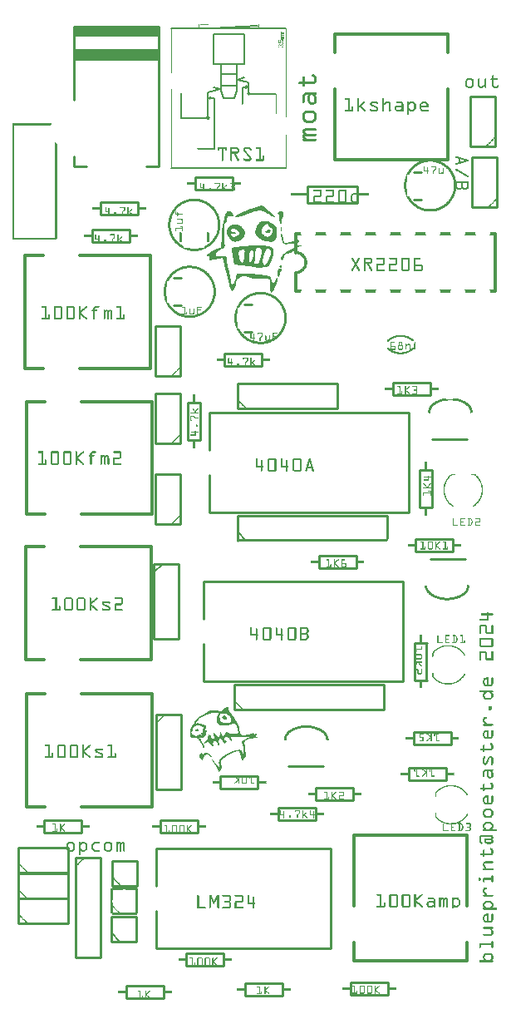
<source format=gto>
G04 MADE WITH FRITZING*
G04 WWW.FRITZING.ORG*
G04 DOUBLE SIDED*
G04 HOLES PLATED*
G04 CONTOUR ON CENTER OF CONTOUR VECTOR*
%ASAXBY*%
%FSLAX23Y23*%
%MOIN*%
%OFA0B0*%
%SFA1.0B1.0*%
%ADD10C,0.010000*%
%ADD11C,0.008000*%
%ADD12C,0.006000*%
%ADD13C,0.002990*%
%ADD14C,0.012000*%
%ADD15C,0.005000*%
%ADD16C,0.012500*%
%ADD17C,0.011000*%
%ADD18R,0.001000X0.001000*%
%LNSILK1*%
G90*
G70*
G54D10*
X585Y237D02*
X1285Y237D01*
D02*
X1285Y237D02*
X1285Y637D01*
D02*
X1285Y637D02*
X585Y637D01*
D02*
X585Y237D02*
X585Y387D01*
D02*
X585Y487D02*
X585Y637D01*
G54D11*
D02*
X12Y3537D02*
X12Y3079D01*
D02*
X12Y3079D02*
X184Y3079D01*
G54D10*
D02*
X1685Y1794D02*
X1825Y1794D01*
D02*
X1833Y2277D02*
X1693Y2277D01*
D02*
X1255Y965D02*
X1115Y965D01*
D02*
X256Y3635D02*
X256Y3930D01*
D02*
X256Y3930D02*
X596Y3930D01*
D02*
X596Y3930D02*
X596Y3370D01*
D02*
X596Y3370D02*
X546Y3370D01*
D02*
X256Y3410D02*
X256Y3370D01*
D02*
X256Y3370D02*
X306Y3370D01*
D02*
X256Y3930D02*
X596Y3930D01*
D02*
X256Y3925D02*
X596Y3925D01*
D02*
X256Y3920D02*
X596Y3920D01*
D02*
X256Y3915D02*
X596Y3915D01*
D02*
X256Y3910D02*
X596Y3910D01*
D02*
X256Y3905D02*
X596Y3905D01*
D02*
X256Y3900D02*
X596Y3900D01*
D02*
X256Y3895D02*
X596Y3895D01*
D02*
X256Y3800D02*
X596Y3800D01*
D02*
X256Y3805D02*
X596Y3805D01*
D02*
X256Y3810D02*
X596Y3810D01*
D02*
X256Y3815D02*
X596Y3815D01*
D02*
X256Y3820D02*
X596Y3820D01*
D02*
X256Y3825D02*
X596Y3825D01*
D02*
X256Y3830D02*
X596Y3830D01*
D02*
X256Y3835D02*
X596Y3835D01*
G54D12*
D02*
X647Y3922D02*
X1107Y3922D01*
D02*
X1107Y3362D02*
X647Y3362D01*
D02*
X992Y3932D02*
X812Y3922D01*
D02*
X816Y3900D02*
X938Y3900D01*
D02*
X816Y3778D02*
X816Y3900D01*
D02*
X816Y3778D02*
X938Y3778D01*
D02*
X938Y3778D02*
X938Y3900D01*
D02*
X846Y3738D02*
X908Y3738D01*
D02*
X846Y3691D02*
X908Y3691D01*
D02*
X908Y3778D02*
X908Y3673D01*
D02*
X846Y3778D02*
X846Y3673D01*
D02*
X846Y3673D02*
X856Y3643D01*
D02*
X908Y3673D02*
X898Y3643D01*
D02*
X898Y3643D02*
X856Y3643D01*
D02*
X818Y3439D02*
X818Y3643D01*
D02*
X841Y3678D02*
X815Y3687D01*
D02*
X799Y3643D02*
X804Y3638D01*
D02*
X799Y3643D02*
X804Y3648D01*
D02*
X685Y3563D02*
X793Y3563D01*
D02*
X793Y3563D02*
X793Y3666D01*
D02*
X793Y3666D02*
X841Y3678D01*
D02*
X818Y3643D02*
X799Y3643D01*
D02*
X1067Y3659D02*
X957Y3659D01*
D02*
X957Y3659D02*
X957Y3707D01*
D02*
X957Y3707D02*
X913Y3717D01*
D02*
X913Y3717D02*
X940Y3726D01*
D02*
X933Y3686D02*
X951Y3686D01*
D02*
X951Y3686D02*
X946Y3691D01*
D02*
X951Y3686D02*
X946Y3681D01*
G54D13*
D02*
X1075Y3877D02*
X1075Y3867D01*
D02*
X1075Y3867D02*
X1084Y3867D01*
D02*
X1087Y3905D02*
X1095Y3905D01*
D02*
X1095Y3882D02*
X1085Y3882D01*
D02*
X1087Y3886D02*
X1095Y3886D01*
D02*
X1087Y3890D02*
X1095Y3890D01*
D02*
X1095Y3897D02*
X1085Y3897D01*
D02*
X1087Y3901D02*
X1095Y3901D01*
D02*
X1084Y3867D02*
X1084Y3873D01*
D02*
X1088Y3877D02*
X1090Y3877D01*
G54D10*
D02*
X1192Y3289D02*
X1392Y3289D01*
D02*
X1392Y3289D02*
X1392Y3223D01*
D02*
X1392Y3223D02*
X1192Y3223D01*
D02*
X1192Y3223D02*
X1192Y3289D01*
D02*
X741Y3324D02*
X891Y3324D01*
D02*
X891Y3324D02*
X891Y3274D01*
D02*
X891Y3274D02*
X741Y3274D01*
D02*
X741Y3274D02*
X741Y3324D01*
D02*
X1226Y749D02*
X1076Y749D01*
D02*
X1076Y749D02*
X1076Y799D01*
D02*
X1076Y799D02*
X1226Y799D01*
D02*
X1226Y799D02*
X1226Y749D01*
D02*
X762Y2422D02*
X762Y2272D01*
D02*
X762Y2272D02*
X712Y2272D01*
D02*
X712Y2272D02*
X712Y2422D01*
D02*
X712Y2422D02*
X762Y2422D01*
G54D14*
D02*
X1946Y3098D02*
X1946Y2868D01*
D02*
X1146Y3098D02*
X1146Y3023D01*
D02*
X1146Y2868D02*
X1146Y2943D01*
G54D10*
D02*
X577Y1777D02*
X577Y1477D01*
D02*
X577Y1477D02*
X677Y1477D01*
D02*
X677Y1477D02*
X677Y1777D01*
D02*
X677Y1777D02*
X577Y1777D01*
G54D15*
D02*
X577Y1742D02*
X612Y1777D01*
G54D10*
D02*
X911Y2398D02*
X1311Y2398D01*
D02*
X1311Y2398D02*
X1311Y2498D01*
D02*
X1311Y2498D02*
X911Y2498D01*
D02*
X911Y2498D02*
X911Y2398D01*
D02*
X264Y599D02*
X264Y199D01*
D02*
X264Y199D02*
X364Y199D01*
D02*
X364Y199D02*
X364Y599D01*
D02*
X364Y599D02*
X264Y599D01*
D02*
X898Y1193D02*
X1498Y1193D01*
D02*
X1498Y1193D02*
X1498Y1293D01*
D02*
X1498Y1293D02*
X898Y1293D01*
D02*
X898Y1293D02*
X898Y1193D01*
D02*
X1512Y1970D02*
X912Y1970D01*
D02*
X912Y1970D02*
X912Y1870D01*
G54D15*
D02*
X947Y1870D02*
X912Y1905D01*
G54D10*
D02*
X1945Y3449D02*
X1945Y3649D01*
D02*
X1945Y3649D02*
X1845Y3649D01*
D02*
X1845Y3649D02*
X1845Y3449D01*
D02*
X1845Y3449D02*
X1945Y3449D01*
D02*
X1953Y3204D02*
X1953Y3404D01*
D02*
X1953Y3404D02*
X1853Y3404D01*
D02*
X1853Y3404D02*
X1853Y3204D01*
D02*
X1853Y3204D02*
X1953Y3204D01*
D02*
X684Y1937D02*
X684Y2137D01*
D02*
X684Y2137D02*
X584Y2137D01*
D02*
X584Y2137D02*
X584Y1937D01*
D02*
X584Y1937D02*
X684Y1937D01*
D02*
X32Y337D02*
X232Y337D01*
D02*
X232Y337D02*
X232Y437D01*
D02*
X232Y437D02*
X32Y437D01*
D02*
X32Y437D02*
X32Y337D01*
D02*
X32Y436D02*
X232Y436D01*
D02*
X232Y436D02*
X232Y536D01*
D02*
X232Y536D02*
X32Y536D01*
D02*
X32Y536D02*
X32Y436D01*
D02*
X33Y540D02*
X233Y540D01*
D02*
X233Y540D02*
X233Y640D01*
D02*
X233Y640D02*
X33Y640D01*
D02*
X33Y640D02*
X33Y540D01*
D02*
X405Y263D02*
X505Y263D01*
D02*
X505Y263D02*
X505Y363D01*
D02*
X505Y363D02*
X405Y363D01*
D02*
X405Y363D02*
X405Y263D01*
G54D15*
D02*
X440Y263D02*
X405Y298D01*
G54D10*
D02*
X408Y486D02*
X508Y486D01*
D02*
X508Y486D02*
X508Y586D01*
D02*
X508Y586D02*
X408Y586D01*
D02*
X408Y586D02*
X408Y486D01*
D02*
X684Y2530D02*
X684Y2730D01*
D02*
X684Y2730D02*
X584Y2730D01*
D02*
X584Y2730D02*
X584Y2530D01*
D02*
X584Y2530D02*
X684Y2530D01*
D02*
X586Y1173D02*
X586Y873D01*
D02*
X586Y873D02*
X686Y873D01*
D02*
X686Y873D02*
X686Y1173D01*
D02*
X686Y1173D02*
X586Y1173D01*
D02*
X777Y1304D02*
X1577Y1304D01*
D02*
X1577Y1304D02*
X1577Y1704D01*
D02*
X1577Y1704D02*
X777Y1704D01*
D02*
X777Y1304D02*
X777Y1454D01*
D02*
X777Y1554D02*
X777Y1704D01*
D02*
X798Y1981D02*
X1598Y1981D01*
D02*
X1598Y1981D02*
X1598Y2381D01*
D02*
X1598Y2381D02*
X798Y2381D01*
D02*
X798Y1981D02*
X798Y2131D01*
D02*
X798Y2231D02*
X798Y2381D01*
D02*
X512Y3174D02*
X362Y3174D01*
D02*
X362Y3174D02*
X362Y3224D01*
D02*
X362Y3224D02*
X512Y3224D01*
D02*
X512Y3224D02*
X512Y3174D01*
D02*
X479Y3066D02*
X329Y3066D01*
D02*
X329Y3066D02*
X329Y3116D01*
D02*
X329Y3116D02*
X479Y3116D01*
D02*
X479Y3116D02*
X479Y3066D01*
D02*
X1010Y2568D02*
X860Y2568D01*
D02*
X860Y2568D02*
X860Y2618D01*
D02*
X860Y2618D02*
X1010Y2618D01*
D02*
X1010Y2618D02*
X1010Y2568D01*
D02*
X1388Y1758D02*
X1238Y1758D01*
D02*
X1238Y1758D02*
X1238Y1808D01*
D02*
X1238Y1808D02*
X1388Y1808D01*
D02*
X1388Y1808D02*
X1388Y1758D01*
D02*
X1768Y1051D02*
X1618Y1051D01*
D02*
X1618Y1051D02*
X1618Y1101D01*
D02*
X1618Y1101D02*
X1768Y1101D01*
D02*
X1768Y1101D02*
X1768Y1051D01*
D02*
X1621Y1309D02*
X1621Y1459D01*
D02*
X1621Y1459D02*
X1671Y1459D01*
D02*
X1671Y1309D02*
X1621Y1309D01*
D02*
X1644Y2002D02*
X1644Y2152D01*
D02*
X1644Y2152D02*
X1694Y2152D01*
D02*
X1694Y2152D02*
X1694Y2002D01*
D02*
X1694Y2002D02*
X1644Y2002D01*
D02*
X1687Y2452D02*
X1537Y2452D01*
D02*
X1537Y2452D02*
X1537Y2502D01*
D02*
X1537Y2502D02*
X1687Y2502D01*
D02*
X1687Y2502D02*
X1687Y2452D01*
D02*
X1627Y1876D02*
X1777Y1876D01*
D02*
X1777Y1876D02*
X1777Y1826D01*
D02*
X1777Y1826D02*
X1627Y1826D01*
D02*
X1627Y1826D02*
X1627Y1876D01*
D02*
X1377Y830D02*
X1227Y830D01*
D02*
X1227Y830D02*
X1227Y880D01*
D02*
X1227Y880D02*
X1377Y880D01*
D02*
X1377Y880D02*
X1377Y830D01*
D02*
X1749Y910D02*
X1599Y910D01*
D02*
X1599Y910D02*
X1599Y960D01*
D02*
X1599Y960D02*
X1749Y960D01*
D02*
X1749Y960D02*
X1749Y910D01*
D02*
X844Y925D02*
X994Y925D01*
D02*
X994Y925D02*
X994Y875D01*
D02*
X994Y875D02*
X844Y875D01*
D02*
X844Y875D02*
X844Y925D01*
D02*
X615Y35D02*
X465Y35D01*
D02*
X465Y35D02*
X465Y85D01*
D02*
X465Y85D02*
X615Y85D01*
D02*
X615Y85D02*
X615Y35D01*
D02*
X707Y214D02*
X857Y214D01*
D02*
X857Y214D02*
X857Y164D01*
D02*
X857Y164D02*
X707Y164D01*
D02*
X707Y164D02*
X707Y214D01*
D02*
X943Y96D02*
X1093Y96D01*
D02*
X1093Y96D02*
X1093Y46D01*
D02*
X1093Y46D02*
X943Y46D01*
D02*
X943Y46D02*
X943Y96D01*
D02*
X1366Y98D02*
X1516Y98D01*
D02*
X1516Y98D02*
X1516Y48D01*
D02*
X1516Y48D02*
X1366Y48D01*
D02*
X1366Y48D02*
X1366Y98D01*
D02*
X136Y748D02*
X286Y748D01*
D02*
X286Y748D02*
X286Y698D01*
D02*
X286Y698D02*
X136Y698D01*
D02*
X136Y698D02*
X136Y748D01*
D02*
X753Y698D02*
X603Y698D01*
D02*
X603Y698D02*
X603Y748D01*
D02*
X603Y748D02*
X753Y748D01*
D02*
X753Y748D02*
X753Y698D01*
D02*
X683Y2260D02*
X683Y2460D01*
D02*
X683Y2460D02*
X583Y2460D01*
D02*
X583Y2460D02*
X583Y2260D01*
D02*
X583Y2260D02*
X683Y2260D01*
G54D16*
X138Y803D02*
X66Y803D01*
X66Y1256D01*
X138Y1256D01*
D02*
X286Y1256D02*
X569Y1256D01*
X569Y803D01*
X286Y803D01*
D02*
X135Y1391D02*
X63Y1391D01*
X63Y1844D01*
X135Y1844D01*
D02*
X283Y1844D02*
X566Y1844D01*
X566Y1391D01*
X283Y1391D01*
D02*
X132Y2560D02*
X60Y2560D01*
X60Y3013D01*
X132Y3013D01*
D02*
X280Y3013D02*
X563Y3013D01*
X563Y2560D01*
X280Y2560D01*
D02*
X1832Y259D02*
X1832Y187D01*
X1379Y187D01*
X1379Y259D01*
D02*
X1379Y407D02*
X1379Y690D01*
X1832Y690D01*
X1832Y407D01*
D02*
X138Y1974D02*
X65Y1974D01*
X65Y2426D01*
X138Y2426D01*
D02*
X285Y2426D02*
X568Y2426D01*
X568Y1974D01*
X285Y1974D01*
D02*
X1303Y3826D02*
X1303Y3898D01*
X1756Y3898D01*
X1756Y3826D01*
D02*
X1756Y3678D02*
X1756Y3396D01*
X1303Y3396D01*
X1303Y3678D01*
D02*
G54D17*
X655Y2921D02*
X685Y2921D01*
D02*
X655Y2811D02*
X685Y2811D01*
D02*
X939Y2816D02*
X969Y2816D01*
D02*
X939Y2706D02*
X969Y2706D01*
D02*
X1620Y3347D02*
X1650Y3347D01*
D02*
X1620Y3237D02*
X1650Y3237D01*
D02*
G54D18*
X755Y3937D02*
X760Y3937D01*
X763Y3937D02*
X795Y3937D01*
X995Y3937D02*
X1000Y3937D01*
X755Y3936D02*
X760Y3936D01*
X763Y3936D02*
X779Y3936D01*
X995Y3936D02*
X1000Y3936D01*
X755Y3935D02*
X760Y3935D01*
X764Y3935D02*
X764Y3935D01*
X995Y3935D02*
X1000Y3935D01*
X755Y3934D02*
X760Y3934D01*
X995Y3934D02*
X1000Y3934D01*
X755Y3933D02*
X760Y3933D01*
X995Y3933D02*
X1000Y3933D01*
X755Y3932D02*
X760Y3932D01*
X995Y3932D02*
X1000Y3932D01*
X755Y3931D02*
X760Y3931D01*
X995Y3931D02*
X1000Y3931D01*
X755Y3930D02*
X760Y3930D01*
X995Y3930D02*
X1000Y3930D01*
X755Y3929D02*
X760Y3929D01*
X995Y3929D02*
X1000Y3929D01*
X755Y3928D02*
X760Y3928D01*
X995Y3928D02*
X1000Y3928D01*
X755Y3927D02*
X760Y3927D01*
X995Y3927D02*
X1000Y3927D01*
X755Y3926D02*
X760Y3926D01*
X995Y3926D02*
X1000Y3926D01*
X755Y3925D02*
X760Y3925D01*
X995Y3925D02*
X1000Y3925D01*
X755Y3924D02*
X760Y3924D01*
X995Y3924D02*
X1000Y3924D01*
X755Y3923D02*
X760Y3923D01*
X995Y3923D02*
X1000Y3923D01*
X645Y3922D02*
X650Y3922D01*
X1105Y3922D02*
X1110Y3922D01*
X645Y3921D02*
X650Y3921D01*
X1105Y3921D02*
X1110Y3921D01*
X645Y3920D02*
X650Y3920D01*
X1105Y3920D02*
X1110Y3920D01*
X645Y3919D02*
X650Y3919D01*
X1105Y3919D02*
X1110Y3919D01*
X645Y3918D02*
X650Y3918D01*
X1105Y3918D02*
X1110Y3918D01*
X645Y3917D02*
X650Y3917D01*
X1105Y3917D02*
X1110Y3917D01*
X645Y3916D02*
X650Y3916D01*
X1105Y3916D02*
X1110Y3916D01*
X645Y3915D02*
X650Y3915D01*
X1105Y3915D02*
X1110Y3915D01*
X645Y3914D02*
X650Y3914D01*
X1105Y3914D02*
X1110Y3914D01*
X645Y3913D02*
X650Y3913D01*
X1105Y3913D02*
X1110Y3913D01*
X645Y3912D02*
X650Y3912D01*
X1105Y3912D02*
X1110Y3912D01*
X645Y3911D02*
X650Y3911D01*
X1105Y3911D02*
X1110Y3911D01*
X645Y3910D02*
X650Y3910D01*
X1105Y3910D02*
X1110Y3910D01*
X645Y3909D02*
X650Y3909D01*
X1105Y3909D02*
X1110Y3909D01*
X645Y3908D02*
X650Y3908D01*
X1105Y3908D02*
X1110Y3908D01*
X645Y3907D02*
X650Y3907D01*
X1087Y3907D02*
X1087Y3907D01*
X1105Y3907D02*
X1110Y3907D01*
X645Y3906D02*
X650Y3906D01*
X1085Y3906D02*
X1087Y3906D01*
X1105Y3906D02*
X1110Y3906D01*
X645Y3905D02*
X650Y3905D01*
X1085Y3905D02*
X1087Y3905D01*
X1105Y3905D02*
X1110Y3905D01*
X645Y3904D02*
X650Y3904D01*
X1085Y3904D02*
X1086Y3904D01*
X1105Y3904D02*
X1110Y3904D01*
X645Y3903D02*
X650Y3903D01*
X1085Y3903D02*
X1087Y3903D01*
X1105Y3903D02*
X1110Y3903D01*
X645Y3902D02*
X650Y3902D01*
X1085Y3902D02*
X1087Y3902D01*
X1105Y3902D02*
X1110Y3902D01*
X645Y3901D02*
X650Y3901D01*
X1085Y3901D02*
X1087Y3901D01*
X1105Y3901D02*
X1110Y3901D01*
X645Y3900D02*
X650Y3900D01*
X1085Y3900D02*
X1086Y3900D01*
X1105Y3900D02*
X1110Y3900D01*
X645Y3899D02*
X650Y3899D01*
X1085Y3899D02*
X1087Y3899D01*
X1105Y3899D02*
X1110Y3899D01*
X645Y3898D02*
X650Y3898D01*
X1085Y3898D02*
X1087Y3898D01*
X1105Y3898D02*
X1110Y3898D01*
X645Y3897D02*
X650Y3897D01*
X1086Y3897D02*
X1087Y3897D01*
X1105Y3897D02*
X1110Y3897D01*
X645Y3896D02*
X650Y3896D01*
X1105Y3896D02*
X1110Y3896D01*
X645Y3895D02*
X650Y3895D01*
X1105Y3895D02*
X1110Y3895D01*
X645Y3894D02*
X650Y3894D01*
X1105Y3894D02*
X1110Y3894D01*
X645Y3893D02*
X650Y3893D01*
X1105Y3893D02*
X1110Y3893D01*
X645Y3892D02*
X650Y3892D01*
X1087Y3892D02*
X1087Y3892D01*
X1105Y3892D02*
X1110Y3892D01*
X645Y3891D02*
X650Y3891D01*
X1085Y3891D02*
X1087Y3891D01*
X1105Y3891D02*
X1110Y3891D01*
X645Y3890D02*
X650Y3890D01*
X1085Y3890D02*
X1087Y3890D01*
X1105Y3890D02*
X1110Y3890D01*
X645Y3889D02*
X650Y3889D01*
X1085Y3889D02*
X1086Y3889D01*
X1105Y3889D02*
X1110Y3889D01*
X645Y3888D02*
X650Y3888D01*
X1085Y3888D02*
X1087Y3888D01*
X1105Y3888D02*
X1110Y3888D01*
X645Y3887D02*
X650Y3887D01*
X1085Y3887D02*
X1087Y3887D01*
X1105Y3887D02*
X1110Y3887D01*
X645Y3886D02*
X650Y3886D01*
X1085Y3886D02*
X1087Y3886D01*
X1105Y3886D02*
X1110Y3886D01*
X645Y3885D02*
X650Y3885D01*
X1085Y3885D02*
X1086Y3885D01*
X1105Y3885D02*
X1110Y3885D01*
X645Y3884D02*
X650Y3884D01*
X1085Y3884D02*
X1087Y3884D01*
X1105Y3884D02*
X1110Y3884D01*
X645Y3883D02*
X650Y3883D01*
X1085Y3883D02*
X1087Y3883D01*
X1105Y3883D02*
X1110Y3883D01*
X645Y3882D02*
X650Y3882D01*
X1086Y3882D02*
X1087Y3882D01*
X1105Y3882D02*
X1110Y3882D01*
X645Y3881D02*
X650Y3881D01*
X1105Y3881D02*
X1110Y3881D01*
X645Y3880D02*
X650Y3880D01*
X1105Y3880D02*
X1110Y3880D01*
X645Y3879D02*
X650Y3879D01*
X1087Y3879D02*
X1088Y3879D01*
X1091Y3879D02*
X1092Y3879D01*
X1105Y3879D02*
X1110Y3879D01*
X645Y3878D02*
X650Y3878D01*
X1086Y3878D02*
X1088Y3878D01*
X1091Y3878D02*
X1094Y3878D01*
X1105Y3878D02*
X1110Y3878D01*
X645Y3877D02*
X650Y3877D01*
X1085Y3877D02*
X1088Y3877D01*
X1091Y3877D02*
X1095Y3877D01*
X1105Y3877D02*
X1110Y3877D01*
X645Y3876D02*
X650Y3876D01*
X1084Y3876D02*
X1087Y3876D01*
X1093Y3876D02*
X1095Y3876D01*
X1105Y3876D02*
X1110Y3876D01*
X645Y3875D02*
X650Y3875D01*
X1084Y3875D02*
X1086Y3875D01*
X1094Y3875D02*
X1096Y3875D01*
X1105Y3875D02*
X1110Y3875D01*
X645Y3874D02*
X650Y3874D01*
X1084Y3874D02*
X1085Y3874D01*
X1094Y3874D02*
X1096Y3874D01*
X1105Y3874D02*
X1110Y3874D01*
X645Y3873D02*
X650Y3873D01*
X1095Y3873D02*
X1096Y3873D01*
X1105Y3873D02*
X1110Y3873D01*
X645Y3872D02*
X650Y3872D01*
X1094Y3872D02*
X1096Y3872D01*
X1105Y3872D02*
X1110Y3872D01*
X645Y3871D02*
X650Y3871D01*
X1094Y3871D02*
X1096Y3871D01*
X1105Y3871D02*
X1110Y3871D01*
X645Y3870D02*
X650Y3870D01*
X1093Y3870D02*
X1096Y3870D01*
X1105Y3870D02*
X1110Y3870D01*
X645Y3869D02*
X650Y3869D01*
X1091Y3869D02*
X1095Y3869D01*
X1105Y3869D02*
X1110Y3869D01*
X645Y3868D02*
X650Y3868D01*
X1091Y3868D02*
X1094Y3868D01*
X1105Y3868D02*
X1110Y3868D01*
X645Y3867D02*
X650Y3867D01*
X1091Y3867D02*
X1093Y3867D01*
X1105Y3867D02*
X1110Y3867D01*
X645Y3866D02*
X650Y3866D01*
X1105Y3866D02*
X1110Y3866D01*
X645Y3865D02*
X650Y3865D01*
X1105Y3865D02*
X1110Y3865D01*
X645Y3864D02*
X650Y3864D01*
X1094Y3864D02*
X1095Y3864D01*
X1105Y3864D02*
X1110Y3864D01*
X645Y3863D02*
X650Y3863D01*
X1093Y3863D02*
X1096Y3863D01*
X1105Y3863D02*
X1110Y3863D01*
X645Y3862D02*
X650Y3862D01*
X1093Y3862D02*
X1096Y3862D01*
X1105Y3862D02*
X1110Y3862D01*
X645Y3861D02*
X650Y3861D01*
X1093Y3861D02*
X1096Y3861D01*
X1105Y3861D02*
X1110Y3861D01*
X645Y3860D02*
X650Y3860D01*
X1094Y3860D02*
X1095Y3860D01*
X1105Y3860D02*
X1110Y3860D01*
X645Y3859D02*
X650Y3859D01*
X1105Y3859D02*
X1110Y3859D01*
X645Y3858D02*
X650Y3858D01*
X1105Y3858D02*
X1110Y3858D01*
X645Y3857D02*
X650Y3857D01*
X1079Y3857D02*
X1082Y3857D01*
X1089Y3857D02*
X1092Y3857D01*
X1105Y3857D02*
X1110Y3857D01*
X645Y3856D02*
X650Y3856D01*
X1077Y3856D02*
X1084Y3856D01*
X1087Y3856D02*
X1094Y3856D01*
X1105Y3856D02*
X1110Y3856D01*
X645Y3855D02*
X650Y3855D01*
X1076Y3855D02*
X1095Y3855D01*
X1105Y3855D02*
X1110Y3855D01*
X645Y3854D02*
X650Y3854D01*
X1076Y3854D02*
X1078Y3854D01*
X1083Y3854D02*
X1088Y3854D01*
X1093Y3854D02*
X1095Y3854D01*
X1105Y3854D02*
X1110Y3854D01*
X645Y3853D02*
X650Y3853D01*
X1075Y3853D02*
X1077Y3853D01*
X1084Y3853D02*
X1087Y3853D01*
X1094Y3853D02*
X1096Y3853D01*
X1105Y3853D02*
X1110Y3853D01*
X645Y3852D02*
X650Y3852D01*
X1075Y3852D02*
X1077Y3852D01*
X1084Y3852D02*
X1087Y3852D01*
X1094Y3852D02*
X1096Y3852D01*
X1105Y3852D02*
X1110Y3852D01*
X645Y3851D02*
X650Y3851D01*
X1075Y3851D02*
X1076Y3851D01*
X1085Y3851D02*
X1086Y3851D01*
X1095Y3851D02*
X1096Y3851D01*
X1105Y3851D02*
X1110Y3851D01*
X645Y3850D02*
X650Y3850D01*
X1075Y3850D02*
X1077Y3850D01*
X1094Y3850D02*
X1096Y3850D01*
X1105Y3850D02*
X1110Y3850D01*
X645Y3849D02*
X650Y3849D01*
X1075Y3849D02*
X1077Y3849D01*
X1094Y3849D02*
X1096Y3849D01*
X1105Y3849D02*
X1110Y3849D01*
X645Y3848D02*
X650Y3848D01*
X1075Y3848D02*
X1078Y3848D01*
X1093Y3848D02*
X1096Y3848D01*
X1105Y3848D02*
X1110Y3848D01*
X645Y3847D02*
X650Y3847D01*
X1076Y3847D02*
X1080Y3847D01*
X1091Y3847D02*
X1095Y3847D01*
X1105Y3847D02*
X1110Y3847D01*
X645Y3846D02*
X650Y3846D01*
X1077Y3846D02*
X1080Y3846D01*
X1091Y3846D02*
X1094Y3846D01*
X1105Y3846D02*
X1110Y3846D01*
X645Y3845D02*
X650Y3845D01*
X1078Y3845D02*
X1080Y3845D01*
X1091Y3845D02*
X1092Y3845D01*
X1105Y3845D02*
X1110Y3845D01*
X645Y3844D02*
X650Y3844D01*
X1105Y3844D02*
X1110Y3844D01*
X645Y3843D02*
X650Y3843D01*
X1105Y3843D02*
X1110Y3843D01*
X645Y3842D02*
X650Y3842D01*
X1105Y3842D02*
X1110Y3842D01*
X645Y3841D02*
X650Y3841D01*
X1105Y3841D02*
X1110Y3841D01*
X645Y3840D02*
X650Y3840D01*
X1105Y3840D02*
X1110Y3840D01*
X645Y3839D02*
X650Y3839D01*
X1105Y3839D02*
X1110Y3839D01*
X645Y3838D02*
X650Y3838D01*
X1105Y3838D02*
X1110Y3838D01*
X645Y3837D02*
X650Y3837D01*
X1105Y3837D02*
X1110Y3837D01*
X645Y3836D02*
X650Y3836D01*
X1105Y3836D02*
X1110Y3836D01*
X645Y3835D02*
X650Y3835D01*
X1105Y3835D02*
X1110Y3835D01*
X645Y3834D02*
X650Y3834D01*
X1105Y3834D02*
X1110Y3834D01*
X645Y3833D02*
X650Y3833D01*
X1105Y3833D02*
X1110Y3833D01*
X645Y3832D02*
X650Y3832D01*
X1105Y3832D02*
X1110Y3832D01*
X645Y3831D02*
X650Y3831D01*
X1105Y3831D02*
X1110Y3831D01*
X645Y3830D02*
X650Y3830D01*
X1105Y3830D02*
X1110Y3830D01*
X645Y3829D02*
X650Y3829D01*
X1105Y3829D02*
X1110Y3829D01*
X645Y3828D02*
X650Y3828D01*
X1105Y3828D02*
X1110Y3828D01*
X645Y3827D02*
X650Y3827D01*
X1105Y3827D02*
X1110Y3827D01*
X645Y3826D02*
X650Y3826D01*
X1105Y3826D02*
X1110Y3826D01*
X645Y3825D02*
X650Y3825D01*
X1105Y3825D02*
X1110Y3825D01*
X645Y3824D02*
X650Y3824D01*
X1105Y3824D02*
X1110Y3824D01*
X645Y3823D02*
X650Y3823D01*
X1105Y3823D02*
X1110Y3823D01*
X645Y3822D02*
X650Y3822D01*
X1105Y3822D02*
X1110Y3822D01*
X645Y3821D02*
X650Y3821D01*
X1105Y3821D02*
X1110Y3821D01*
X645Y3820D02*
X650Y3820D01*
X1105Y3820D02*
X1110Y3820D01*
X645Y3819D02*
X650Y3819D01*
X1105Y3819D02*
X1110Y3819D01*
X645Y3818D02*
X650Y3818D01*
X1105Y3818D02*
X1110Y3818D01*
X645Y3817D02*
X650Y3817D01*
X1105Y3817D02*
X1110Y3817D01*
X645Y3816D02*
X650Y3816D01*
X1105Y3816D02*
X1110Y3816D01*
X645Y3815D02*
X650Y3815D01*
X1105Y3815D02*
X1110Y3815D01*
X645Y3814D02*
X650Y3814D01*
X1105Y3814D02*
X1110Y3814D01*
X645Y3813D02*
X650Y3813D01*
X1105Y3813D02*
X1110Y3813D01*
X645Y3812D02*
X650Y3812D01*
X1105Y3812D02*
X1110Y3812D01*
X645Y3811D02*
X650Y3811D01*
X1105Y3811D02*
X1110Y3811D01*
X645Y3810D02*
X650Y3810D01*
X1105Y3810D02*
X1110Y3810D01*
X645Y3809D02*
X650Y3809D01*
X1105Y3809D02*
X1110Y3809D01*
X645Y3808D02*
X650Y3808D01*
X1105Y3808D02*
X1110Y3808D01*
X645Y3807D02*
X650Y3807D01*
X1105Y3807D02*
X1110Y3807D01*
X645Y3806D02*
X650Y3806D01*
X1105Y3806D02*
X1110Y3806D01*
X645Y3805D02*
X650Y3805D01*
X1105Y3805D02*
X1110Y3805D01*
X645Y3804D02*
X650Y3804D01*
X1105Y3804D02*
X1110Y3804D01*
X645Y3803D02*
X650Y3803D01*
X1105Y3803D02*
X1110Y3803D01*
X645Y3802D02*
X650Y3802D01*
X1105Y3802D02*
X1110Y3802D01*
X645Y3801D02*
X650Y3801D01*
X1105Y3801D02*
X1110Y3801D01*
X645Y3800D02*
X650Y3800D01*
X1105Y3800D02*
X1110Y3800D01*
X645Y3799D02*
X650Y3799D01*
X1105Y3799D02*
X1110Y3799D01*
X645Y3798D02*
X650Y3798D01*
X1105Y3798D02*
X1110Y3798D01*
X645Y3797D02*
X650Y3797D01*
X1105Y3797D02*
X1110Y3797D01*
X645Y3796D02*
X650Y3796D01*
X1105Y3796D02*
X1110Y3796D01*
X645Y3795D02*
X650Y3795D01*
X1105Y3795D02*
X1110Y3795D01*
X645Y3794D02*
X650Y3794D01*
X1105Y3794D02*
X1110Y3794D01*
X645Y3793D02*
X650Y3793D01*
X1105Y3793D02*
X1110Y3793D01*
X645Y3792D02*
X650Y3792D01*
X1105Y3792D02*
X1110Y3792D01*
X645Y3791D02*
X650Y3791D01*
X1105Y3791D02*
X1110Y3791D01*
X645Y3790D02*
X650Y3790D01*
X1105Y3790D02*
X1110Y3790D01*
X645Y3789D02*
X650Y3789D01*
X1105Y3789D02*
X1110Y3789D01*
X645Y3788D02*
X650Y3788D01*
X1105Y3788D02*
X1110Y3788D01*
X645Y3787D02*
X650Y3787D01*
X1105Y3787D02*
X1110Y3787D01*
X645Y3786D02*
X650Y3786D01*
X1105Y3786D02*
X1110Y3786D01*
X645Y3785D02*
X650Y3785D01*
X1105Y3785D02*
X1110Y3785D01*
X645Y3784D02*
X650Y3784D01*
X1105Y3784D02*
X1110Y3784D01*
X645Y3783D02*
X650Y3783D01*
X1105Y3783D02*
X1110Y3783D01*
X645Y3782D02*
X650Y3782D01*
X1105Y3782D02*
X1110Y3782D01*
X645Y3781D02*
X650Y3781D01*
X1105Y3781D02*
X1110Y3781D01*
X645Y3780D02*
X650Y3780D01*
X1105Y3780D02*
X1110Y3780D01*
X645Y3779D02*
X650Y3779D01*
X1105Y3779D02*
X1110Y3779D01*
X645Y3778D02*
X650Y3778D01*
X1105Y3778D02*
X1110Y3778D01*
X645Y3777D02*
X650Y3777D01*
X1105Y3777D02*
X1110Y3777D01*
X645Y3776D02*
X650Y3776D01*
X1105Y3776D02*
X1110Y3776D01*
X645Y3775D02*
X650Y3775D01*
X1105Y3775D02*
X1110Y3775D01*
X645Y3774D02*
X650Y3774D01*
X1105Y3774D02*
X1110Y3774D01*
X645Y3773D02*
X650Y3773D01*
X1105Y3773D02*
X1110Y3773D01*
X645Y3772D02*
X650Y3772D01*
X1105Y3772D02*
X1110Y3772D01*
X645Y3771D02*
X650Y3771D01*
X1105Y3771D02*
X1110Y3771D01*
X645Y3770D02*
X650Y3770D01*
X1105Y3770D02*
X1110Y3770D01*
X645Y3769D02*
X650Y3769D01*
X1105Y3769D02*
X1110Y3769D01*
X645Y3768D02*
X650Y3768D01*
X1105Y3768D02*
X1110Y3768D01*
X645Y3767D02*
X650Y3767D01*
X1105Y3767D02*
X1110Y3767D01*
X645Y3766D02*
X650Y3766D01*
X1105Y3766D02*
X1110Y3766D01*
X645Y3765D02*
X650Y3765D01*
X1105Y3765D02*
X1110Y3765D01*
X645Y3764D02*
X650Y3764D01*
X1105Y3764D02*
X1110Y3764D01*
X645Y3763D02*
X650Y3763D01*
X1105Y3763D02*
X1110Y3763D01*
X645Y3762D02*
X650Y3762D01*
X1105Y3762D02*
X1110Y3762D01*
X645Y3761D02*
X650Y3761D01*
X1105Y3761D02*
X1110Y3761D01*
X645Y3760D02*
X650Y3760D01*
X1105Y3760D02*
X1110Y3760D01*
X645Y3759D02*
X650Y3759D01*
X1105Y3759D02*
X1110Y3759D01*
X645Y3758D02*
X650Y3758D01*
X1105Y3758D02*
X1110Y3758D01*
X645Y3757D02*
X650Y3757D01*
X1105Y3757D02*
X1110Y3757D01*
X645Y3756D02*
X650Y3756D01*
X1105Y3756D02*
X1110Y3756D01*
X645Y3755D02*
X650Y3755D01*
X1105Y3755D02*
X1110Y3755D01*
X645Y3754D02*
X650Y3754D01*
X1105Y3754D02*
X1110Y3754D01*
X645Y3753D02*
X650Y3753D01*
X1105Y3753D02*
X1110Y3753D01*
X645Y3752D02*
X650Y3752D01*
X1105Y3752D02*
X1110Y3752D01*
X645Y3751D02*
X650Y3751D01*
X1105Y3751D02*
X1110Y3751D01*
X645Y3750D02*
X650Y3750D01*
X1105Y3750D02*
X1110Y3750D01*
X645Y3749D02*
X650Y3749D01*
X1105Y3749D02*
X1110Y3749D01*
X645Y3748D02*
X650Y3748D01*
X1105Y3748D02*
X1110Y3748D01*
X645Y3747D02*
X650Y3747D01*
X1105Y3747D02*
X1110Y3747D01*
X645Y3746D02*
X649Y3746D01*
X1105Y3746D02*
X1110Y3746D01*
X645Y3745D02*
X648Y3745D01*
X1105Y3745D02*
X1110Y3745D01*
X645Y3744D02*
X647Y3744D01*
X1105Y3744D02*
X1110Y3744D01*
X645Y3743D02*
X646Y3743D01*
X1105Y3743D02*
X1110Y3743D01*
X645Y3742D02*
X645Y3742D01*
X1105Y3742D02*
X1110Y3742D01*
X645Y3741D02*
X645Y3741D01*
X1105Y3741D02*
X1110Y3741D01*
X1105Y3740D02*
X1110Y3740D01*
X1105Y3739D02*
X1110Y3739D01*
X1105Y3738D02*
X1110Y3738D01*
X1105Y3737D02*
X1110Y3737D01*
X1214Y3737D02*
X1218Y3737D01*
X1105Y3736D02*
X1110Y3736D01*
X1213Y3736D02*
X1220Y3736D01*
X1105Y3735D02*
X1110Y3735D01*
X1212Y3735D02*
X1222Y3735D01*
X1105Y3734D02*
X1110Y3734D01*
X1211Y3734D02*
X1223Y3734D01*
X1936Y3734D02*
X1937Y3734D01*
X1105Y3733D02*
X1110Y3733D01*
X1211Y3733D02*
X1224Y3733D01*
X1935Y3733D02*
X1939Y3733D01*
X1105Y3732D02*
X1110Y3732D01*
X1211Y3732D02*
X1225Y3732D01*
X1934Y3732D02*
X1939Y3732D01*
X1105Y3731D02*
X1110Y3731D01*
X1211Y3731D02*
X1226Y3731D01*
X1934Y3731D02*
X1940Y3731D01*
X1105Y3730D02*
X1110Y3730D01*
X1212Y3730D02*
X1226Y3730D01*
X1934Y3730D02*
X1940Y3730D01*
X1105Y3729D02*
X1110Y3729D01*
X1176Y3729D02*
X1179Y3729D01*
X1213Y3729D02*
X1227Y3729D01*
X1934Y3729D02*
X1940Y3729D01*
X1105Y3728D02*
X1110Y3728D01*
X1174Y3728D02*
X1180Y3728D01*
X1214Y3728D02*
X1227Y3728D01*
X1934Y3728D02*
X1940Y3728D01*
X1105Y3727D02*
X1110Y3727D01*
X1174Y3727D02*
X1181Y3727D01*
X1216Y3727D02*
X1228Y3727D01*
X1934Y3727D02*
X1940Y3727D01*
X1105Y3726D02*
X1110Y3726D01*
X1173Y3726D02*
X1182Y3726D01*
X1218Y3726D02*
X1228Y3726D01*
X1934Y3726D02*
X1940Y3726D01*
X1105Y3725D02*
X1110Y3725D01*
X1173Y3725D02*
X1182Y3725D01*
X1219Y3725D02*
X1228Y3725D01*
X1934Y3725D02*
X1940Y3725D01*
X1105Y3724D02*
X1110Y3724D01*
X1173Y3724D02*
X1182Y3724D01*
X1219Y3724D02*
X1228Y3724D01*
X1934Y3724D02*
X1940Y3724D01*
X1105Y3723D02*
X1110Y3723D01*
X1173Y3723D02*
X1182Y3723D01*
X1219Y3723D02*
X1229Y3723D01*
X1934Y3723D02*
X1940Y3723D01*
X1105Y3722D02*
X1110Y3722D01*
X1173Y3722D02*
X1182Y3722D01*
X1220Y3722D02*
X1229Y3722D01*
X1837Y3722D02*
X1850Y3722D01*
X1879Y3722D02*
X1881Y3722D01*
X1906Y3722D02*
X1908Y3722D01*
X1929Y3722D02*
X1953Y3722D01*
X1105Y3721D02*
X1110Y3721D01*
X1173Y3721D02*
X1182Y3721D01*
X1220Y3721D02*
X1229Y3721D01*
X1834Y3721D02*
X1852Y3721D01*
X1878Y3721D02*
X1882Y3721D01*
X1905Y3721D02*
X1909Y3721D01*
X1928Y3721D02*
X1954Y3721D01*
X1105Y3720D02*
X1110Y3720D01*
X1173Y3720D02*
X1182Y3720D01*
X1220Y3720D02*
X1229Y3720D01*
X1833Y3720D02*
X1854Y3720D01*
X1877Y3720D02*
X1883Y3720D01*
X1904Y3720D02*
X1910Y3720D01*
X1927Y3720D02*
X1955Y3720D01*
X1105Y3719D02*
X1110Y3719D01*
X1173Y3719D02*
X1182Y3719D01*
X1220Y3719D02*
X1229Y3719D01*
X1831Y3719D02*
X1855Y3719D01*
X1877Y3719D02*
X1883Y3719D01*
X1904Y3719D02*
X1910Y3719D01*
X1927Y3719D02*
X1955Y3719D01*
X1105Y3718D02*
X1110Y3718D01*
X1173Y3718D02*
X1182Y3718D01*
X1220Y3718D02*
X1229Y3718D01*
X1830Y3718D02*
X1856Y3718D01*
X1877Y3718D02*
X1883Y3718D01*
X1904Y3718D02*
X1910Y3718D01*
X1927Y3718D02*
X1955Y3718D01*
X1105Y3717D02*
X1110Y3717D01*
X1173Y3717D02*
X1182Y3717D01*
X1220Y3717D02*
X1229Y3717D01*
X1829Y3717D02*
X1857Y3717D01*
X1877Y3717D02*
X1883Y3717D01*
X1904Y3717D02*
X1910Y3717D01*
X1927Y3717D02*
X1954Y3717D01*
X1105Y3716D02*
X1110Y3716D01*
X1173Y3716D02*
X1182Y3716D01*
X1220Y3716D02*
X1229Y3716D01*
X1829Y3716D02*
X1858Y3716D01*
X1877Y3716D02*
X1883Y3716D01*
X1904Y3716D02*
X1910Y3716D01*
X1928Y3716D02*
X1953Y3716D01*
X1105Y3715D02*
X1110Y3715D01*
X1173Y3715D02*
X1182Y3715D01*
X1220Y3715D02*
X1229Y3715D01*
X1828Y3715D02*
X1837Y3715D01*
X1850Y3715D02*
X1859Y3715D01*
X1877Y3715D02*
X1883Y3715D01*
X1904Y3715D02*
X1910Y3715D01*
X1934Y3715D02*
X1940Y3715D01*
X1105Y3714D02*
X1110Y3714D01*
X1173Y3714D02*
X1182Y3714D01*
X1220Y3714D02*
X1229Y3714D01*
X1828Y3714D02*
X1835Y3714D01*
X1851Y3714D02*
X1859Y3714D01*
X1877Y3714D02*
X1883Y3714D01*
X1904Y3714D02*
X1910Y3714D01*
X1934Y3714D02*
X1940Y3714D01*
X1105Y3713D02*
X1110Y3713D01*
X1173Y3713D02*
X1182Y3713D01*
X1220Y3713D02*
X1229Y3713D01*
X1827Y3713D02*
X1834Y3713D01*
X1852Y3713D02*
X1859Y3713D01*
X1877Y3713D02*
X1883Y3713D01*
X1904Y3713D02*
X1910Y3713D01*
X1934Y3713D02*
X1940Y3713D01*
X1105Y3712D02*
X1110Y3712D01*
X1173Y3712D02*
X1182Y3712D01*
X1219Y3712D02*
X1229Y3712D01*
X1827Y3712D02*
X1833Y3712D01*
X1853Y3712D02*
X1860Y3712D01*
X1877Y3712D02*
X1883Y3712D01*
X1904Y3712D02*
X1910Y3712D01*
X1934Y3712D02*
X1940Y3712D01*
X1105Y3711D02*
X1110Y3711D01*
X1173Y3711D02*
X1182Y3711D01*
X1219Y3711D02*
X1228Y3711D01*
X1827Y3711D02*
X1833Y3711D01*
X1854Y3711D02*
X1860Y3711D01*
X1877Y3711D02*
X1883Y3711D01*
X1904Y3711D02*
X1910Y3711D01*
X1934Y3711D02*
X1940Y3711D01*
X1105Y3710D02*
X1110Y3710D01*
X1173Y3710D02*
X1182Y3710D01*
X1219Y3710D02*
X1228Y3710D01*
X1827Y3710D02*
X1833Y3710D01*
X1854Y3710D02*
X1860Y3710D01*
X1877Y3710D02*
X1883Y3710D01*
X1904Y3710D02*
X1910Y3710D01*
X1934Y3710D02*
X1940Y3710D01*
X1105Y3709D02*
X1110Y3709D01*
X1173Y3709D02*
X1182Y3709D01*
X1218Y3709D02*
X1228Y3709D01*
X1826Y3709D02*
X1833Y3709D01*
X1854Y3709D02*
X1860Y3709D01*
X1877Y3709D02*
X1883Y3709D01*
X1904Y3709D02*
X1910Y3709D01*
X1934Y3709D02*
X1940Y3709D01*
X1105Y3708D02*
X1110Y3708D01*
X1173Y3708D02*
X1182Y3708D01*
X1216Y3708D02*
X1228Y3708D01*
X1826Y3708D02*
X1833Y3708D01*
X1854Y3708D02*
X1860Y3708D01*
X1877Y3708D02*
X1883Y3708D01*
X1904Y3708D02*
X1910Y3708D01*
X1934Y3708D02*
X1940Y3708D01*
X1105Y3707D02*
X1110Y3707D01*
X1158Y3707D02*
X1227Y3707D01*
X1826Y3707D02*
X1833Y3707D01*
X1854Y3707D02*
X1860Y3707D01*
X1877Y3707D02*
X1883Y3707D01*
X1904Y3707D02*
X1910Y3707D01*
X1934Y3707D02*
X1940Y3707D01*
X1105Y3706D02*
X1110Y3706D01*
X1157Y3706D02*
X1227Y3706D01*
X1826Y3706D02*
X1833Y3706D01*
X1854Y3706D02*
X1860Y3706D01*
X1877Y3706D02*
X1883Y3706D01*
X1904Y3706D02*
X1910Y3706D01*
X1934Y3706D02*
X1940Y3706D01*
X1105Y3705D02*
X1110Y3705D01*
X1157Y3705D02*
X1226Y3705D01*
X1826Y3705D02*
X1833Y3705D01*
X1854Y3705D02*
X1860Y3705D01*
X1877Y3705D02*
X1883Y3705D01*
X1904Y3705D02*
X1910Y3705D01*
X1934Y3705D02*
X1940Y3705D01*
X1105Y3704D02*
X1110Y3704D01*
X1156Y3704D02*
X1226Y3704D01*
X1826Y3704D02*
X1833Y3704D01*
X1854Y3704D02*
X1860Y3704D01*
X1877Y3704D02*
X1883Y3704D01*
X1904Y3704D02*
X1910Y3704D01*
X1934Y3704D02*
X1940Y3704D01*
X1105Y3703D02*
X1110Y3703D01*
X1156Y3703D02*
X1225Y3703D01*
X1826Y3703D02*
X1833Y3703D01*
X1854Y3703D02*
X1860Y3703D01*
X1877Y3703D02*
X1883Y3703D01*
X1904Y3703D02*
X1910Y3703D01*
X1934Y3703D02*
X1940Y3703D01*
X1105Y3702D02*
X1110Y3702D01*
X1156Y3702D02*
X1224Y3702D01*
X1826Y3702D02*
X1833Y3702D01*
X1854Y3702D02*
X1860Y3702D01*
X1877Y3702D02*
X1883Y3702D01*
X1904Y3702D02*
X1910Y3702D01*
X1934Y3702D02*
X1940Y3702D01*
X1105Y3701D02*
X1110Y3701D01*
X1156Y3701D02*
X1223Y3701D01*
X1826Y3701D02*
X1833Y3701D01*
X1854Y3701D02*
X1860Y3701D01*
X1877Y3701D02*
X1883Y3701D01*
X1904Y3701D02*
X1910Y3701D01*
X1934Y3701D02*
X1940Y3701D01*
X1105Y3700D02*
X1110Y3700D01*
X1157Y3700D02*
X1222Y3700D01*
X1826Y3700D02*
X1833Y3700D01*
X1854Y3700D02*
X1860Y3700D01*
X1877Y3700D02*
X1883Y3700D01*
X1904Y3700D02*
X1910Y3700D01*
X1934Y3700D02*
X1940Y3700D01*
X1105Y3699D02*
X1110Y3699D01*
X1158Y3699D02*
X1220Y3699D01*
X1826Y3699D02*
X1833Y3699D01*
X1854Y3699D02*
X1860Y3699D01*
X1877Y3699D02*
X1883Y3699D01*
X1904Y3699D02*
X1910Y3699D01*
X1934Y3699D02*
X1940Y3699D01*
X1105Y3698D02*
X1110Y3698D01*
X1159Y3698D02*
X1217Y3698D01*
X1826Y3698D02*
X1833Y3698D01*
X1854Y3698D02*
X1860Y3698D01*
X1877Y3698D02*
X1883Y3698D01*
X1904Y3698D02*
X1910Y3698D01*
X1934Y3698D02*
X1940Y3698D01*
X1105Y3697D02*
X1110Y3697D01*
X1173Y3697D02*
X1182Y3697D01*
X1826Y3697D02*
X1833Y3697D01*
X1854Y3697D02*
X1860Y3697D01*
X1877Y3697D02*
X1883Y3697D01*
X1903Y3697D02*
X1910Y3697D01*
X1934Y3697D02*
X1940Y3697D01*
X1105Y3696D02*
X1110Y3696D01*
X1173Y3696D02*
X1182Y3696D01*
X1826Y3696D02*
X1833Y3696D01*
X1854Y3696D02*
X1860Y3696D01*
X1877Y3696D02*
X1883Y3696D01*
X1902Y3696D02*
X1910Y3696D01*
X1934Y3696D02*
X1940Y3696D01*
X1105Y3695D02*
X1110Y3695D01*
X1173Y3695D02*
X1182Y3695D01*
X1827Y3695D02*
X1833Y3695D01*
X1854Y3695D02*
X1860Y3695D01*
X1877Y3695D02*
X1883Y3695D01*
X1900Y3695D02*
X1910Y3695D01*
X1934Y3695D02*
X1940Y3695D01*
X1956Y3695D02*
X1959Y3695D01*
X1105Y3694D02*
X1110Y3694D01*
X1173Y3694D02*
X1182Y3694D01*
X1827Y3694D02*
X1833Y3694D01*
X1854Y3694D02*
X1860Y3694D01*
X1877Y3694D02*
X1883Y3694D01*
X1899Y3694D02*
X1910Y3694D01*
X1934Y3694D02*
X1940Y3694D01*
X1955Y3694D02*
X1960Y3694D01*
X1105Y3693D02*
X1110Y3693D01*
X1173Y3693D02*
X1182Y3693D01*
X1827Y3693D02*
X1834Y3693D01*
X1853Y3693D02*
X1860Y3693D01*
X1877Y3693D02*
X1883Y3693D01*
X1897Y3693D02*
X1910Y3693D01*
X1934Y3693D02*
X1940Y3693D01*
X1954Y3693D02*
X1960Y3693D01*
X1105Y3692D02*
X1110Y3692D01*
X1173Y3692D02*
X1182Y3692D01*
X1827Y3692D02*
X1835Y3692D01*
X1852Y3692D02*
X1859Y3692D01*
X1877Y3692D02*
X1883Y3692D01*
X1896Y3692D02*
X1910Y3692D01*
X1934Y3692D02*
X1940Y3692D01*
X1954Y3692D02*
X1960Y3692D01*
X1105Y3691D02*
X1110Y3691D01*
X1173Y3691D02*
X1181Y3691D01*
X1827Y3691D02*
X1836Y3691D01*
X1851Y3691D02*
X1859Y3691D01*
X1877Y3691D02*
X1884Y3691D01*
X1894Y3691D02*
X1910Y3691D01*
X1934Y3691D02*
X1941Y3691D01*
X1953Y3691D02*
X1960Y3691D01*
X1105Y3690D02*
X1110Y3690D01*
X1174Y3690D02*
X1181Y3690D01*
X1828Y3690D02*
X1838Y3690D01*
X1848Y3690D02*
X1858Y3690D01*
X1878Y3690D02*
X1886Y3690D01*
X1892Y3690D02*
X1910Y3690D01*
X1934Y3690D02*
X1943Y3690D01*
X1951Y3690D02*
X1960Y3690D01*
X1105Y3689D02*
X1110Y3689D01*
X1175Y3689D02*
X1180Y3689D01*
X1829Y3689D02*
X1858Y3689D01*
X1878Y3689D02*
X1910Y3689D01*
X1935Y3689D02*
X1959Y3689D01*
X1105Y3688D02*
X1110Y3688D01*
X1177Y3688D02*
X1178Y3688D01*
X1830Y3688D02*
X1857Y3688D01*
X1879Y3688D02*
X1901Y3688D01*
X1904Y3688D02*
X1910Y3688D01*
X1935Y3688D02*
X1959Y3688D01*
X1105Y3687D02*
X1110Y3687D01*
X1831Y3687D02*
X1856Y3687D01*
X1879Y3687D02*
X1900Y3687D01*
X1904Y3687D02*
X1910Y3687D01*
X1936Y3687D02*
X1958Y3687D01*
X931Y3686D02*
X936Y3686D01*
X1105Y3686D02*
X1110Y3686D01*
X1832Y3686D02*
X1854Y3686D01*
X1880Y3686D02*
X1898Y3686D01*
X1904Y3686D02*
X1910Y3686D01*
X1937Y3686D02*
X1957Y3686D01*
X931Y3685D02*
X936Y3685D01*
X1105Y3685D02*
X1110Y3685D01*
X1834Y3685D02*
X1853Y3685D01*
X1881Y3685D02*
X1897Y3685D01*
X1904Y3685D02*
X1909Y3685D01*
X1938Y3685D02*
X1956Y3685D01*
X931Y3684D02*
X936Y3684D01*
X1105Y3684D02*
X1110Y3684D01*
X1835Y3684D02*
X1852Y3684D01*
X1883Y3684D02*
X1895Y3684D01*
X1905Y3684D02*
X1909Y3684D01*
X1940Y3684D02*
X1954Y3684D01*
X931Y3683D02*
X936Y3683D01*
X1105Y3683D02*
X1110Y3683D01*
X1839Y3683D02*
X1847Y3683D01*
X1887Y3683D02*
X1891Y3683D01*
X1944Y3683D02*
X1950Y3683D01*
X645Y3682D02*
X645Y3682D01*
X931Y3682D02*
X936Y3682D01*
X1105Y3682D02*
X1110Y3682D01*
X645Y3681D02*
X646Y3681D01*
X931Y3681D02*
X936Y3681D01*
X1105Y3681D02*
X1110Y3681D01*
X645Y3680D02*
X647Y3680D01*
X931Y3680D02*
X936Y3680D01*
X1105Y3680D02*
X1110Y3680D01*
X645Y3679D02*
X648Y3679D01*
X931Y3679D02*
X936Y3679D01*
X1105Y3679D02*
X1110Y3679D01*
X645Y3678D02*
X648Y3678D01*
X931Y3678D02*
X936Y3678D01*
X1105Y3678D02*
X1110Y3678D01*
X645Y3677D02*
X649Y3677D01*
X931Y3677D02*
X936Y3677D01*
X1105Y3677D02*
X1110Y3677D01*
X645Y3676D02*
X650Y3676D01*
X931Y3676D02*
X936Y3676D01*
X1105Y3676D02*
X1110Y3676D01*
X645Y3675D02*
X650Y3675D01*
X931Y3675D02*
X936Y3675D01*
X1105Y3675D02*
X1110Y3675D01*
X645Y3674D02*
X650Y3674D01*
X931Y3674D02*
X936Y3674D01*
X1105Y3674D02*
X1110Y3674D01*
X645Y3673D02*
X650Y3673D01*
X931Y3673D02*
X936Y3673D01*
X1105Y3673D02*
X1110Y3673D01*
X645Y3672D02*
X650Y3672D01*
X931Y3672D02*
X936Y3672D01*
X1105Y3672D02*
X1110Y3672D01*
X645Y3671D02*
X650Y3671D01*
X931Y3671D02*
X936Y3671D01*
X1105Y3671D02*
X1110Y3671D01*
X645Y3670D02*
X650Y3670D01*
X931Y3670D02*
X936Y3670D01*
X1105Y3670D02*
X1110Y3670D01*
X645Y3669D02*
X650Y3669D01*
X931Y3669D02*
X936Y3669D01*
X1105Y3669D02*
X1110Y3669D01*
X645Y3668D02*
X650Y3668D01*
X931Y3668D02*
X936Y3668D01*
X1105Y3668D02*
X1110Y3668D01*
X645Y3667D02*
X650Y3667D01*
X931Y3667D02*
X936Y3667D01*
X955Y3667D02*
X960Y3667D01*
X1105Y3667D02*
X1110Y3667D01*
X645Y3666D02*
X650Y3666D01*
X931Y3666D02*
X936Y3666D01*
X954Y3666D02*
X961Y3666D01*
X1105Y3666D02*
X1110Y3666D01*
X645Y3665D02*
X650Y3665D01*
X931Y3665D02*
X936Y3665D01*
X953Y3665D02*
X962Y3665D01*
X1105Y3665D02*
X1110Y3665D01*
X1185Y3665D02*
X1225Y3665D01*
X645Y3664D02*
X650Y3664D01*
X931Y3664D02*
X936Y3664D01*
X952Y3664D02*
X963Y3664D01*
X1105Y3664D02*
X1110Y3664D01*
X1182Y3664D02*
X1227Y3664D01*
X645Y3663D02*
X650Y3663D01*
X931Y3663D02*
X936Y3663D01*
X951Y3663D02*
X964Y3663D01*
X1105Y3663D02*
X1110Y3663D01*
X1180Y3663D02*
X1228Y3663D01*
X645Y3662D02*
X650Y3662D01*
X683Y3662D02*
X683Y3662D01*
X688Y3662D02*
X688Y3662D01*
X931Y3662D02*
X936Y3662D01*
X951Y3662D02*
X964Y3662D01*
X1105Y3662D02*
X1110Y3662D01*
X1179Y3662D02*
X1228Y3662D01*
X645Y3661D02*
X650Y3661D01*
X683Y3661D02*
X688Y3661D01*
X931Y3661D02*
X936Y3661D01*
X951Y3661D02*
X956Y3661D01*
X959Y3661D02*
X964Y3661D01*
X1105Y3661D02*
X1110Y3661D01*
X1178Y3661D02*
X1228Y3661D01*
X645Y3660D02*
X650Y3660D01*
X683Y3660D02*
X688Y3660D01*
X931Y3660D02*
X936Y3660D01*
X951Y3660D02*
X956Y3660D01*
X959Y3660D02*
X964Y3660D01*
X1105Y3660D02*
X1110Y3660D01*
X1177Y3660D02*
X1229Y3660D01*
X645Y3659D02*
X650Y3659D01*
X683Y3659D02*
X688Y3659D01*
X931Y3659D02*
X936Y3659D01*
X951Y3659D02*
X964Y3659D01*
X1065Y3659D02*
X1070Y3659D01*
X1105Y3659D02*
X1110Y3659D01*
X1176Y3659D02*
X1228Y3659D01*
X645Y3658D02*
X650Y3658D01*
X683Y3658D02*
X688Y3658D01*
X931Y3658D02*
X936Y3658D01*
X952Y3658D02*
X963Y3658D01*
X1065Y3658D02*
X1070Y3658D01*
X1105Y3658D02*
X1110Y3658D01*
X1176Y3658D02*
X1228Y3658D01*
X645Y3657D02*
X650Y3657D01*
X683Y3657D02*
X688Y3657D01*
X931Y3657D02*
X936Y3657D01*
X953Y3657D02*
X962Y3657D01*
X1065Y3657D02*
X1070Y3657D01*
X1105Y3657D02*
X1110Y3657D01*
X1175Y3657D02*
X1227Y3657D01*
X645Y3656D02*
X650Y3656D01*
X683Y3656D02*
X688Y3656D01*
X931Y3656D02*
X936Y3656D01*
X953Y3656D02*
X962Y3656D01*
X1065Y3656D02*
X1070Y3656D01*
X1105Y3656D02*
X1110Y3656D01*
X1174Y3656D02*
X1226Y3656D01*
X645Y3655D02*
X650Y3655D01*
X683Y3655D02*
X688Y3655D01*
X931Y3655D02*
X936Y3655D01*
X955Y3655D02*
X960Y3655D01*
X1065Y3655D02*
X1070Y3655D01*
X1105Y3655D02*
X1110Y3655D01*
X1174Y3655D02*
X1185Y3655D01*
X1195Y3655D02*
X1206Y3655D01*
X1213Y3655D02*
X1224Y3655D01*
X645Y3654D02*
X650Y3654D01*
X683Y3654D02*
X688Y3654D01*
X931Y3654D02*
X936Y3654D01*
X957Y3654D02*
X958Y3654D01*
X1065Y3654D02*
X1070Y3654D01*
X1105Y3654D02*
X1110Y3654D01*
X1174Y3654D02*
X1184Y3654D01*
X1195Y3654D02*
X1205Y3654D01*
X1214Y3654D02*
X1224Y3654D01*
X645Y3653D02*
X650Y3653D01*
X683Y3653D02*
X688Y3653D01*
X931Y3653D02*
X936Y3653D01*
X1065Y3653D02*
X1070Y3653D01*
X1105Y3653D02*
X1110Y3653D01*
X1173Y3653D02*
X1183Y3653D01*
X1194Y3653D02*
X1204Y3653D01*
X1215Y3653D02*
X1225Y3653D01*
X645Y3652D02*
X650Y3652D01*
X683Y3652D02*
X688Y3652D01*
X931Y3652D02*
X936Y3652D01*
X1065Y3652D02*
X1070Y3652D01*
X1105Y3652D02*
X1110Y3652D01*
X1173Y3652D02*
X1182Y3652D01*
X1194Y3652D02*
X1203Y3652D01*
X1215Y3652D02*
X1226Y3652D01*
X645Y3651D02*
X650Y3651D01*
X683Y3651D02*
X688Y3651D01*
X931Y3651D02*
X936Y3651D01*
X1065Y3651D02*
X1070Y3651D01*
X1105Y3651D02*
X1110Y3651D01*
X1173Y3651D02*
X1182Y3651D01*
X1194Y3651D02*
X1203Y3651D01*
X1216Y3651D02*
X1226Y3651D01*
X645Y3650D02*
X650Y3650D01*
X683Y3650D02*
X688Y3650D01*
X931Y3650D02*
X936Y3650D01*
X1065Y3650D02*
X1070Y3650D01*
X1105Y3650D02*
X1110Y3650D01*
X1173Y3650D02*
X1182Y3650D01*
X1194Y3650D02*
X1203Y3650D01*
X1217Y3650D02*
X1227Y3650D01*
X645Y3649D02*
X650Y3649D01*
X683Y3649D02*
X688Y3649D01*
X931Y3649D02*
X936Y3649D01*
X1065Y3649D02*
X1070Y3649D01*
X1105Y3649D02*
X1110Y3649D01*
X1173Y3649D02*
X1182Y3649D01*
X1194Y3649D02*
X1203Y3649D01*
X1217Y3649D02*
X1227Y3649D01*
X645Y3648D02*
X650Y3648D01*
X683Y3648D02*
X688Y3648D01*
X931Y3648D02*
X936Y3648D01*
X1065Y3648D02*
X1070Y3648D01*
X1105Y3648D02*
X1110Y3648D01*
X1173Y3648D02*
X1182Y3648D01*
X1194Y3648D02*
X1203Y3648D01*
X1218Y3648D02*
X1228Y3648D01*
X645Y3647D02*
X650Y3647D01*
X683Y3647D02*
X688Y3647D01*
X931Y3647D02*
X936Y3647D01*
X1065Y3647D02*
X1070Y3647D01*
X1105Y3647D02*
X1110Y3647D01*
X1173Y3647D02*
X1182Y3647D01*
X1194Y3647D02*
X1203Y3647D01*
X1218Y3647D02*
X1228Y3647D01*
X645Y3646D02*
X650Y3646D01*
X683Y3646D02*
X688Y3646D01*
X931Y3646D02*
X936Y3646D01*
X1065Y3646D02*
X1070Y3646D01*
X1105Y3646D02*
X1110Y3646D01*
X1173Y3646D02*
X1182Y3646D01*
X1194Y3646D02*
X1203Y3646D01*
X1219Y3646D02*
X1229Y3646D01*
X645Y3645D02*
X650Y3645D01*
X683Y3645D02*
X688Y3645D01*
X931Y3645D02*
X936Y3645D01*
X1065Y3645D02*
X1070Y3645D01*
X1105Y3645D02*
X1110Y3645D01*
X1173Y3645D02*
X1182Y3645D01*
X1194Y3645D02*
X1203Y3645D01*
X1220Y3645D02*
X1229Y3645D01*
X645Y3644D02*
X650Y3644D01*
X683Y3644D02*
X688Y3644D01*
X931Y3644D02*
X936Y3644D01*
X1065Y3644D02*
X1070Y3644D01*
X1105Y3644D02*
X1110Y3644D01*
X1173Y3644D02*
X1182Y3644D01*
X1194Y3644D02*
X1203Y3644D01*
X1220Y3644D02*
X1229Y3644D01*
X645Y3643D02*
X650Y3643D01*
X683Y3643D02*
X688Y3643D01*
X931Y3643D02*
X936Y3643D01*
X1065Y3643D02*
X1070Y3643D01*
X1105Y3643D02*
X1110Y3643D01*
X1173Y3643D02*
X1182Y3643D01*
X1194Y3643D02*
X1203Y3643D01*
X1220Y3643D02*
X1229Y3643D01*
X1345Y3643D02*
X1362Y3643D01*
X1396Y3643D02*
X1396Y3643D01*
X1496Y3643D02*
X1496Y3643D01*
X645Y3642D02*
X650Y3642D01*
X683Y3642D02*
X688Y3642D01*
X931Y3642D02*
X936Y3642D01*
X1065Y3642D02*
X1070Y3642D01*
X1105Y3642D02*
X1110Y3642D01*
X1173Y3642D02*
X1182Y3642D01*
X1194Y3642D02*
X1203Y3642D01*
X1220Y3642D02*
X1229Y3642D01*
X1344Y3642D02*
X1362Y3642D01*
X1394Y3642D02*
X1398Y3642D01*
X1494Y3642D02*
X1498Y3642D01*
X645Y3641D02*
X650Y3641D01*
X683Y3641D02*
X688Y3641D01*
X931Y3641D02*
X936Y3641D01*
X1065Y3641D02*
X1070Y3641D01*
X1105Y3641D02*
X1110Y3641D01*
X1173Y3641D02*
X1182Y3641D01*
X1194Y3641D02*
X1203Y3641D01*
X1220Y3641D02*
X1229Y3641D01*
X1343Y3641D02*
X1362Y3641D01*
X1393Y3641D02*
X1398Y3641D01*
X1493Y3641D02*
X1499Y3641D01*
X645Y3640D02*
X650Y3640D01*
X683Y3640D02*
X688Y3640D01*
X931Y3640D02*
X936Y3640D01*
X1065Y3640D02*
X1070Y3640D01*
X1105Y3640D02*
X1110Y3640D01*
X1173Y3640D02*
X1182Y3640D01*
X1194Y3640D02*
X1203Y3640D01*
X1220Y3640D02*
X1229Y3640D01*
X1343Y3640D02*
X1362Y3640D01*
X1393Y3640D02*
X1399Y3640D01*
X1493Y3640D02*
X1499Y3640D01*
X645Y3639D02*
X650Y3639D01*
X683Y3639D02*
X688Y3639D01*
X931Y3639D02*
X936Y3639D01*
X1065Y3639D02*
X1070Y3639D01*
X1105Y3639D02*
X1110Y3639D01*
X1173Y3639D02*
X1182Y3639D01*
X1194Y3639D02*
X1203Y3639D01*
X1220Y3639D02*
X1229Y3639D01*
X1343Y3639D02*
X1362Y3639D01*
X1393Y3639D02*
X1399Y3639D01*
X1493Y3639D02*
X1499Y3639D01*
X645Y3638D02*
X650Y3638D01*
X683Y3638D02*
X688Y3638D01*
X931Y3638D02*
X936Y3638D01*
X1065Y3638D02*
X1070Y3638D01*
X1105Y3638D02*
X1110Y3638D01*
X1173Y3638D02*
X1182Y3638D01*
X1194Y3638D02*
X1203Y3638D01*
X1220Y3638D02*
X1229Y3638D01*
X1343Y3638D02*
X1362Y3638D01*
X1393Y3638D02*
X1399Y3638D01*
X1493Y3638D02*
X1499Y3638D01*
X645Y3637D02*
X650Y3637D01*
X683Y3637D02*
X688Y3637D01*
X931Y3637D02*
X936Y3637D01*
X1065Y3637D02*
X1070Y3637D01*
X1105Y3637D02*
X1110Y3637D01*
X1173Y3637D02*
X1182Y3637D01*
X1194Y3637D02*
X1203Y3637D01*
X1220Y3637D02*
X1229Y3637D01*
X1344Y3637D02*
X1362Y3637D01*
X1393Y3637D02*
X1399Y3637D01*
X1493Y3637D02*
X1499Y3637D01*
X645Y3636D02*
X650Y3636D01*
X683Y3636D02*
X688Y3636D01*
X931Y3636D02*
X936Y3636D01*
X1065Y3636D02*
X1070Y3636D01*
X1105Y3636D02*
X1110Y3636D01*
X1173Y3636D02*
X1182Y3636D01*
X1194Y3636D02*
X1203Y3636D01*
X1220Y3636D02*
X1229Y3636D01*
X1356Y3636D02*
X1362Y3636D01*
X1393Y3636D02*
X1399Y3636D01*
X1493Y3636D02*
X1499Y3636D01*
X645Y3635D02*
X650Y3635D01*
X683Y3635D02*
X688Y3635D01*
X931Y3635D02*
X936Y3635D01*
X1065Y3635D02*
X1070Y3635D01*
X1105Y3635D02*
X1110Y3635D01*
X1173Y3635D02*
X1182Y3635D01*
X1194Y3635D02*
X1203Y3635D01*
X1220Y3635D02*
X1229Y3635D01*
X1356Y3635D02*
X1362Y3635D01*
X1393Y3635D02*
X1399Y3635D01*
X1493Y3635D02*
X1499Y3635D01*
X645Y3634D02*
X650Y3634D01*
X683Y3634D02*
X688Y3634D01*
X931Y3634D02*
X936Y3634D01*
X1065Y3634D02*
X1070Y3634D01*
X1105Y3634D02*
X1110Y3634D01*
X1173Y3634D02*
X1182Y3634D01*
X1194Y3634D02*
X1203Y3634D01*
X1220Y3634D02*
X1229Y3634D01*
X1356Y3634D02*
X1362Y3634D01*
X1393Y3634D02*
X1399Y3634D01*
X1493Y3634D02*
X1499Y3634D01*
X645Y3633D02*
X650Y3633D01*
X683Y3633D02*
X688Y3633D01*
X931Y3633D02*
X936Y3633D01*
X1065Y3633D02*
X1070Y3633D01*
X1105Y3633D02*
X1110Y3633D01*
X1173Y3633D02*
X1182Y3633D01*
X1194Y3633D02*
X1203Y3633D01*
X1220Y3633D02*
X1229Y3633D01*
X1356Y3633D02*
X1362Y3633D01*
X1393Y3633D02*
X1399Y3633D01*
X1493Y3633D02*
X1499Y3633D01*
X645Y3632D02*
X650Y3632D01*
X683Y3632D02*
X688Y3632D01*
X931Y3632D02*
X936Y3632D01*
X1065Y3632D02*
X1070Y3632D01*
X1105Y3632D02*
X1110Y3632D01*
X1173Y3632D02*
X1182Y3632D01*
X1194Y3632D02*
X1203Y3632D01*
X1220Y3632D02*
X1229Y3632D01*
X1356Y3632D02*
X1362Y3632D01*
X1393Y3632D02*
X1399Y3632D01*
X1493Y3632D02*
X1499Y3632D01*
X645Y3631D02*
X650Y3631D01*
X683Y3631D02*
X688Y3631D01*
X931Y3631D02*
X936Y3631D01*
X1065Y3631D02*
X1070Y3631D01*
X1105Y3631D02*
X1110Y3631D01*
X1173Y3631D02*
X1182Y3631D01*
X1194Y3631D02*
X1203Y3631D01*
X1220Y3631D02*
X1229Y3631D01*
X1356Y3631D02*
X1362Y3631D01*
X1393Y3631D02*
X1399Y3631D01*
X1493Y3631D02*
X1499Y3631D01*
X645Y3630D02*
X650Y3630D01*
X683Y3630D02*
X688Y3630D01*
X931Y3630D02*
X936Y3630D01*
X1065Y3630D02*
X1070Y3630D01*
X1105Y3630D02*
X1110Y3630D01*
X1173Y3630D02*
X1182Y3630D01*
X1194Y3630D02*
X1203Y3630D01*
X1220Y3630D02*
X1229Y3630D01*
X1356Y3630D02*
X1362Y3630D01*
X1393Y3630D02*
X1399Y3630D01*
X1493Y3630D02*
X1499Y3630D01*
X645Y3629D02*
X650Y3629D01*
X683Y3629D02*
X688Y3629D01*
X931Y3629D02*
X936Y3629D01*
X1065Y3629D02*
X1070Y3629D01*
X1105Y3629D02*
X1110Y3629D01*
X1173Y3629D02*
X1182Y3629D01*
X1194Y3629D02*
X1203Y3629D01*
X1220Y3629D02*
X1228Y3629D01*
X1356Y3629D02*
X1362Y3629D01*
X1393Y3629D02*
X1399Y3629D01*
X1493Y3629D02*
X1499Y3629D01*
X1595Y3629D02*
X1598Y3629D01*
X1606Y3629D02*
X1614Y3629D01*
X645Y3628D02*
X650Y3628D01*
X683Y3628D02*
X688Y3628D01*
X931Y3628D02*
X936Y3628D01*
X1065Y3628D02*
X1070Y3628D01*
X1105Y3628D02*
X1110Y3628D01*
X1173Y3628D02*
X1182Y3628D01*
X1194Y3628D02*
X1203Y3628D01*
X1220Y3628D02*
X1228Y3628D01*
X1356Y3628D02*
X1362Y3628D01*
X1393Y3628D02*
X1399Y3628D01*
X1419Y3628D02*
X1421Y3628D01*
X1450Y3628D02*
X1469Y3628D01*
X1493Y3628D02*
X1499Y3628D01*
X1510Y3628D02*
X1518Y3628D01*
X1550Y3628D02*
X1568Y3628D01*
X1594Y3628D02*
X1599Y3628D01*
X1604Y3628D02*
X1616Y3628D01*
X1654Y3628D02*
X1667Y3628D01*
X645Y3627D02*
X650Y3627D01*
X683Y3627D02*
X688Y3627D01*
X931Y3627D02*
X936Y3627D01*
X1065Y3627D02*
X1070Y3627D01*
X1105Y3627D02*
X1110Y3627D01*
X1173Y3627D02*
X1182Y3627D01*
X1195Y3627D02*
X1204Y3627D01*
X1219Y3627D02*
X1228Y3627D01*
X1356Y3627D02*
X1362Y3627D01*
X1393Y3627D02*
X1399Y3627D01*
X1417Y3627D02*
X1422Y3627D01*
X1448Y3627D02*
X1471Y3627D01*
X1493Y3627D02*
X1499Y3627D01*
X1507Y3627D02*
X1521Y3627D01*
X1549Y3627D02*
X1571Y3627D01*
X1594Y3627D02*
X1599Y3627D01*
X1603Y3627D02*
X1618Y3627D01*
X1652Y3627D02*
X1669Y3627D01*
X645Y3626D02*
X650Y3626D01*
X683Y3626D02*
X688Y3626D01*
X931Y3626D02*
X936Y3626D01*
X1065Y3626D02*
X1070Y3626D01*
X1105Y3626D02*
X1110Y3626D01*
X1173Y3626D02*
X1181Y3626D01*
X1195Y3626D02*
X1205Y3626D01*
X1218Y3626D02*
X1228Y3626D01*
X1356Y3626D02*
X1362Y3626D01*
X1393Y3626D02*
X1399Y3626D01*
X1416Y3626D02*
X1423Y3626D01*
X1447Y3626D02*
X1473Y3626D01*
X1493Y3626D02*
X1499Y3626D01*
X1506Y3626D02*
X1522Y3626D01*
X1548Y3626D02*
X1573Y3626D01*
X1593Y3626D02*
X1599Y3626D01*
X1602Y3626D02*
X1619Y3626D01*
X1650Y3626D02*
X1671Y3626D01*
X645Y3625D02*
X650Y3625D01*
X683Y3625D02*
X688Y3625D01*
X931Y3625D02*
X936Y3625D01*
X1065Y3625D02*
X1070Y3625D01*
X1105Y3625D02*
X1110Y3625D01*
X1174Y3625D02*
X1181Y3625D01*
X1195Y3625D02*
X1228Y3625D01*
X1356Y3625D02*
X1362Y3625D01*
X1393Y3625D02*
X1399Y3625D01*
X1415Y3625D02*
X1423Y3625D01*
X1446Y3625D02*
X1474Y3625D01*
X1493Y3625D02*
X1499Y3625D01*
X1504Y3625D02*
X1523Y3625D01*
X1548Y3625D02*
X1574Y3625D01*
X1593Y3625D02*
X1620Y3625D01*
X1649Y3625D02*
X1672Y3625D01*
X645Y3624D02*
X650Y3624D01*
X683Y3624D02*
X688Y3624D01*
X931Y3624D02*
X936Y3624D01*
X1065Y3624D02*
X1070Y3624D01*
X1105Y3624D02*
X1110Y3624D01*
X1174Y3624D02*
X1180Y3624D01*
X1196Y3624D02*
X1227Y3624D01*
X1356Y3624D02*
X1362Y3624D01*
X1393Y3624D02*
X1399Y3624D01*
X1414Y3624D02*
X1423Y3624D01*
X1445Y3624D02*
X1475Y3624D01*
X1493Y3624D02*
X1499Y3624D01*
X1503Y3624D02*
X1524Y3624D01*
X1548Y3624D02*
X1575Y3624D01*
X1593Y3624D02*
X1621Y3624D01*
X1648Y3624D02*
X1673Y3624D01*
X645Y3623D02*
X650Y3623D01*
X683Y3623D02*
X688Y3623D01*
X931Y3623D02*
X936Y3623D01*
X1065Y3623D02*
X1070Y3623D01*
X1105Y3623D02*
X1110Y3623D01*
X1176Y3623D02*
X1179Y3623D01*
X1196Y3623D02*
X1227Y3623D01*
X1356Y3623D02*
X1362Y3623D01*
X1393Y3623D02*
X1399Y3623D01*
X1413Y3623D02*
X1422Y3623D01*
X1444Y3623D02*
X1476Y3623D01*
X1493Y3623D02*
X1499Y3623D01*
X1501Y3623D02*
X1525Y3623D01*
X1549Y3623D02*
X1575Y3623D01*
X1593Y3623D02*
X1622Y3623D01*
X1647Y3623D02*
X1674Y3623D01*
X645Y3622D02*
X650Y3622D01*
X683Y3622D02*
X688Y3622D01*
X931Y3622D02*
X936Y3622D01*
X1065Y3622D02*
X1070Y3622D01*
X1105Y3622D02*
X1110Y3622D01*
X1197Y3622D02*
X1226Y3622D01*
X1356Y3622D02*
X1362Y3622D01*
X1393Y3622D02*
X1399Y3622D01*
X1411Y3622D02*
X1421Y3622D01*
X1444Y3622D02*
X1476Y3622D01*
X1493Y3622D02*
X1525Y3622D01*
X1550Y3622D02*
X1576Y3622D01*
X1593Y3622D02*
X1607Y3622D01*
X1614Y3622D02*
X1623Y3622D01*
X1646Y3622D02*
X1675Y3622D01*
X645Y3621D02*
X650Y3621D01*
X683Y3621D02*
X688Y3621D01*
X931Y3621D02*
X935Y3621D01*
X1065Y3621D02*
X1070Y3621D01*
X1105Y3621D02*
X1110Y3621D01*
X1198Y3621D02*
X1225Y3621D01*
X1356Y3621D02*
X1362Y3621D01*
X1393Y3621D02*
X1399Y3621D01*
X1410Y3621D02*
X1420Y3621D01*
X1444Y3621D02*
X1451Y3621D01*
X1469Y3621D02*
X1476Y3621D01*
X1493Y3621D02*
X1510Y3621D01*
X1518Y3621D02*
X1525Y3621D01*
X1569Y3621D02*
X1576Y3621D01*
X1593Y3621D02*
X1606Y3621D01*
X1615Y3621D02*
X1624Y3621D01*
X1645Y3621D02*
X1654Y3621D01*
X1667Y3621D02*
X1676Y3621D01*
X645Y3620D02*
X650Y3620D01*
X683Y3620D02*
X688Y3620D01*
X931Y3620D02*
X935Y3620D01*
X1065Y3620D02*
X1070Y3620D01*
X1105Y3620D02*
X1110Y3620D01*
X1198Y3620D02*
X1224Y3620D01*
X1356Y3620D02*
X1362Y3620D01*
X1393Y3620D02*
X1399Y3620D01*
X1409Y3620D02*
X1419Y3620D01*
X1444Y3620D02*
X1450Y3620D01*
X1470Y3620D02*
X1475Y3620D01*
X1493Y3620D02*
X1508Y3620D01*
X1519Y3620D02*
X1526Y3620D01*
X1570Y3620D02*
X1577Y3620D01*
X1593Y3620D02*
X1605Y3620D01*
X1616Y3620D02*
X1625Y3620D01*
X1645Y3620D02*
X1653Y3620D01*
X1669Y3620D02*
X1676Y3620D01*
X645Y3619D02*
X650Y3619D01*
X683Y3619D02*
X688Y3619D01*
X931Y3619D02*
X934Y3619D01*
X1065Y3619D02*
X1070Y3619D01*
X1105Y3619D02*
X1110Y3619D01*
X1200Y3619D02*
X1223Y3619D01*
X1356Y3619D02*
X1362Y3619D01*
X1393Y3619D02*
X1399Y3619D01*
X1408Y3619D02*
X1418Y3619D01*
X1444Y3619D02*
X1450Y3619D01*
X1472Y3619D02*
X1474Y3619D01*
X1493Y3619D02*
X1507Y3619D01*
X1520Y3619D02*
X1526Y3619D01*
X1571Y3619D02*
X1577Y3619D01*
X1593Y3619D02*
X1604Y3619D01*
X1617Y3619D02*
X1626Y3619D01*
X1644Y3619D02*
X1652Y3619D01*
X1670Y3619D02*
X1677Y3619D01*
X645Y3618D02*
X650Y3618D01*
X683Y3618D02*
X688Y3618D01*
X931Y3618D02*
X933Y3618D01*
X1065Y3618D02*
X1070Y3618D01*
X1105Y3618D02*
X1110Y3618D01*
X1201Y3618D02*
X1222Y3618D01*
X1356Y3618D02*
X1362Y3618D01*
X1393Y3618D02*
X1399Y3618D01*
X1407Y3618D02*
X1417Y3618D01*
X1444Y3618D02*
X1450Y3618D01*
X1493Y3618D02*
X1505Y3618D01*
X1520Y3618D02*
X1526Y3618D01*
X1571Y3618D02*
X1577Y3618D01*
X1593Y3618D02*
X1603Y3618D01*
X1618Y3618D02*
X1626Y3618D01*
X1644Y3618D02*
X1651Y3618D01*
X1670Y3618D02*
X1677Y3618D01*
X645Y3617D02*
X650Y3617D01*
X683Y3617D02*
X688Y3617D01*
X931Y3617D02*
X932Y3617D01*
X1065Y3617D02*
X1070Y3617D01*
X1105Y3617D02*
X1110Y3617D01*
X1203Y3617D02*
X1220Y3617D01*
X1356Y3617D02*
X1362Y3617D01*
X1393Y3617D02*
X1399Y3617D01*
X1406Y3617D02*
X1415Y3617D01*
X1444Y3617D02*
X1452Y3617D01*
X1493Y3617D02*
X1504Y3617D01*
X1520Y3617D02*
X1526Y3617D01*
X1571Y3617D02*
X1577Y3617D01*
X1593Y3617D02*
X1602Y3617D01*
X1620Y3617D02*
X1627Y3617D01*
X1644Y3617D02*
X1650Y3617D01*
X1671Y3617D02*
X1677Y3617D01*
X645Y3616D02*
X650Y3616D01*
X683Y3616D02*
X688Y3616D01*
X931Y3616D02*
X931Y3616D01*
X1065Y3616D02*
X1070Y3616D01*
X1105Y3616D02*
X1110Y3616D01*
X1206Y3616D02*
X1217Y3616D01*
X1356Y3616D02*
X1362Y3616D01*
X1393Y3616D02*
X1399Y3616D01*
X1404Y3616D02*
X1414Y3616D01*
X1445Y3616D02*
X1455Y3616D01*
X1493Y3616D02*
X1502Y3616D01*
X1520Y3616D02*
X1526Y3616D01*
X1571Y3616D02*
X1577Y3616D01*
X1593Y3616D02*
X1601Y3616D01*
X1620Y3616D02*
X1627Y3616D01*
X1644Y3616D02*
X1650Y3616D01*
X1671Y3616D02*
X1677Y3616D01*
X645Y3615D02*
X650Y3615D01*
X683Y3615D02*
X688Y3615D01*
X931Y3615D02*
X931Y3615D01*
X1065Y3615D02*
X1070Y3615D01*
X1105Y3615D02*
X1110Y3615D01*
X1356Y3615D02*
X1362Y3615D01*
X1393Y3615D02*
X1399Y3615D01*
X1403Y3615D02*
X1413Y3615D01*
X1445Y3615D02*
X1457Y3615D01*
X1493Y3615D02*
X1501Y3615D01*
X1520Y3615D02*
X1526Y3615D01*
X1571Y3615D02*
X1577Y3615D01*
X1593Y3615D02*
X1600Y3615D01*
X1621Y3615D02*
X1627Y3615D01*
X1644Y3615D02*
X1650Y3615D01*
X1671Y3615D02*
X1677Y3615D01*
X645Y3614D02*
X650Y3614D01*
X683Y3614D02*
X688Y3614D01*
X1065Y3614D02*
X1070Y3614D01*
X1105Y3614D02*
X1110Y3614D01*
X1356Y3614D02*
X1362Y3614D01*
X1393Y3614D02*
X1399Y3614D01*
X1402Y3614D02*
X1412Y3614D01*
X1446Y3614D02*
X1459Y3614D01*
X1493Y3614D02*
X1499Y3614D01*
X1520Y3614D02*
X1526Y3614D01*
X1571Y3614D02*
X1577Y3614D01*
X1593Y3614D02*
X1600Y3614D01*
X1621Y3614D02*
X1627Y3614D01*
X1644Y3614D02*
X1650Y3614D01*
X1671Y3614D02*
X1677Y3614D01*
X645Y3613D02*
X650Y3613D01*
X683Y3613D02*
X688Y3613D01*
X1065Y3613D02*
X1070Y3613D01*
X1105Y3613D02*
X1110Y3613D01*
X1356Y3613D02*
X1362Y3613D01*
X1393Y3613D02*
X1399Y3613D01*
X1401Y3613D02*
X1411Y3613D01*
X1447Y3613D02*
X1462Y3613D01*
X1493Y3613D02*
X1499Y3613D01*
X1520Y3613D02*
X1526Y3613D01*
X1550Y3613D02*
X1577Y3613D01*
X1593Y3613D02*
X1599Y3613D01*
X1621Y3613D02*
X1627Y3613D01*
X1644Y3613D02*
X1650Y3613D01*
X1671Y3613D02*
X1677Y3613D01*
X645Y3612D02*
X650Y3612D01*
X683Y3612D02*
X688Y3612D01*
X1065Y3612D02*
X1070Y3612D01*
X1105Y3612D02*
X1110Y3612D01*
X1356Y3612D02*
X1362Y3612D01*
X1393Y3612D02*
X1410Y3612D01*
X1448Y3612D02*
X1464Y3612D01*
X1493Y3612D02*
X1499Y3612D01*
X1520Y3612D02*
X1526Y3612D01*
X1548Y3612D02*
X1577Y3612D01*
X1593Y3612D02*
X1599Y3612D01*
X1621Y3612D02*
X1627Y3612D01*
X1644Y3612D02*
X1677Y3612D01*
X645Y3611D02*
X650Y3611D01*
X683Y3611D02*
X688Y3611D01*
X1065Y3611D02*
X1070Y3611D01*
X1105Y3611D02*
X1110Y3611D01*
X1356Y3611D02*
X1362Y3611D01*
X1393Y3611D02*
X1408Y3611D01*
X1450Y3611D02*
X1466Y3611D01*
X1493Y3611D02*
X1499Y3611D01*
X1520Y3611D02*
X1526Y3611D01*
X1547Y3611D02*
X1577Y3611D01*
X1593Y3611D02*
X1599Y3611D01*
X1621Y3611D02*
X1627Y3611D01*
X1644Y3611D02*
X1677Y3611D01*
X645Y3610D02*
X650Y3610D01*
X683Y3610D02*
X688Y3610D01*
X1065Y3610D02*
X1070Y3610D01*
X1105Y3610D02*
X1110Y3610D01*
X1356Y3610D02*
X1362Y3610D01*
X1393Y3610D02*
X1408Y3610D01*
X1452Y3610D02*
X1469Y3610D01*
X1493Y3610D02*
X1499Y3610D01*
X1520Y3610D02*
X1526Y3610D01*
X1546Y3610D02*
X1577Y3610D01*
X1593Y3610D02*
X1599Y3610D01*
X1621Y3610D02*
X1627Y3610D01*
X1644Y3610D02*
X1677Y3610D01*
X645Y3609D02*
X650Y3609D01*
X683Y3609D02*
X688Y3609D01*
X1065Y3609D02*
X1070Y3609D01*
X1105Y3609D02*
X1110Y3609D01*
X1356Y3609D02*
X1362Y3609D01*
X1371Y3609D02*
X1375Y3609D01*
X1393Y3609D02*
X1409Y3609D01*
X1454Y3609D02*
X1471Y3609D01*
X1493Y3609D02*
X1499Y3609D01*
X1520Y3609D02*
X1526Y3609D01*
X1545Y3609D02*
X1577Y3609D01*
X1593Y3609D02*
X1599Y3609D01*
X1621Y3609D02*
X1627Y3609D01*
X1644Y3609D02*
X1677Y3609D01*
X645Y3608D02*
X650Y3608D01*
X683Y3608D02*
X688Y3608D01*
X1065Y3608D02*
X1070Y3608D01*
X1105Y3608D02*
X1110Y3608D01*
X1356Y3608D02*
X1362Y3608D01*
X1370Y3608D02*
X1376Y3608D01*
X1393Y3608D02*
X1410Y3608D01*
X1457Y3608D02*
X1472Y3608D01*
X1493Y3608D02*
X1499Y3608D01*
X1520Y3608D02*
X1526Y3608D01*
X1545Y3608D02*
X1577Y3608D01*
X1593Y3608D02*
X1599Y3608D01*
X1621Y3608D02*
X1627Y3608D01*
X1644Y3608D02*
X1677Y3608D01*
X645Y3607D02*
X650Y3607D01*
X683Y3607D02*
X688Y3607D01*
X1065Y3607D02*
X1070Y3607D01*
X1105Y3607D02*
X1110Y3607D01*
X1356Y3607D02*
X1362Y3607D01*
X1370Y3607D02*
X1376Y3607D01*
X1393Y3607D02*
X1411Y3607D01*
X1459Y3607D02*
X1473Y3607D01*
X1493Y3607D02*
X1499Y3607D01*
X1520Y3607D02*
X1526Y3607D01*
X1544Y3607D02*
X1577Y3607D01*
X1593Y3607D02*
X1599Y3607D01*
X1621Y3607D02*
X1627Y3607D01*
X1644Y3607D02*
X1677Y3607D01*
X645Y3606D02*
X650Y3606D01*
X683Y3606D02*
X688Y3606D01*
X1065Y3606D02*
X1070Y3606D01*
X1105Y3606D02*
X1110Y3606D01*
X1356Y3606D02*
X1362Y3606D01*
X1370Y3606D02*
X1376Y3606D01*
X1393Y3606D02*
X1412Y3606D01*
X1461Y3606D02*
X1474Y3606D01*
X1493Y3606D02*
X1499Y3606D01*
X1520Y3606D02*
X1526Y3606D01*
X1544Y3606D02*
X1550Y3606D01*
X1570Y3606D02*
X1577Y3606D01*
X1593Y3606D02*
X1599Y3606D01*
X1621Y3606D02*
X1627Y3606D01*
X1644Y3606D02*
X1676Y3606D01*
X645Y3605D02*
X650Y3605D01*
X683Y3605D02*
X688Y3605D01*
X1065Y3605D02*
X1070Y3605D01*
X1105Y3605D02*
X1110Y3605D01*
X1356Y3605D02*
X1362Y3605D01*
X1370Y3605D02*
X1376Y3605D01*
X1393Y3605D02*
X1401Y3605D01*
X1404Y3605D02*
X1413Y3605D01*
X1464Y3605D02*
X1475Y3605D01*
X1493Y3605D02*
X1499Y3605D01*
X1520Y3605D02*
X1526Y3605D01*
X1544Y3605D02*
X1549Y3605D01*
X1571Y3605D02*
X1577Y3605D01*
X1593Y3605D02*
X1599Y3605D01*
X1621Y3605D02*
X1627Y3605D01*
X1644Y3605D02*
X1650Y3605D01*
X645Y3604D02*
X650Y3604D01*
X683Y3604D02*
X688Y3604D01*
X1065Y3604D02*
X1070Y3604D01*
X1105Y3604D02*
X1110Y3604D01*
X1356Y3604D02*
X1362Y3604D01*
X1370Y3604D02*
X1376Y3604D01*
X1393Y3604D02*
X1400Y3604D01*
X1405Y3604D02*
X1415Y3604D01*
X1466Y3604D02*
X1475Y3604D01*
X1493Y3604D02*
X1499Y3604D01*
X1520Y3604D02*
X1526Y3604D01*
X1543Y3604D02*
X1549Y3604D01*
X1571Y3604D02*
X1577Y3604D01*
X1593Y3604D02*
X1600Y3604D01*
X1621Y3604D02*
X1627Y3604D01*
X1644Y3604D02*
X1650Y3604D01*
X645Y3603D02*
X650Y3603D01*
X683Y3603D02*
X688Y3603D01*
X1065Y3603D02*
X1070Y3603D01*
X1105Y3603D02*
X1110Y3603D01*
X1356Y3603D02*
X1362Y3603D01*
X1370Y3603D02*
X1376Y3603D01*
X1393Y3603D02*
X1399Y3603D01*
X1406Y3603D02*
X1416Y3603D01*
X1468Y3603D02*
X1476Y3603D01*
X1493Y3603D02*
X1499Y3603D01*
X1520Y3603D02*
X1526Y3603D01*
X1543Y3603D02*
X1549Y3603D01*
X1571Y3603D02*
X1577Y3603D01*
X1593Y3603D02*
X1600Y3603D01*
X1621Y3603D02*
X1627Y3603D01*
X1644Y3603D02*
X1650Y3603D01*
X645Y3602D02*
X650Y3602D01*
X683Y3602D02*
X688Y3602D01*
X1065Y3602D02*
X1070Y3602D01*
X1105Y3602D02*
X1110Y3602D01*
X1356Y3602D02*
X1362Y3602D01*
X1370Y3602D02*
X1376Y3602D01*
X1393Y3602D02*
X1399Y3602D01*
X1407Y3602D02*
X1417Y3602D01*
X1470Y3602D02*
X1476Y3602D01*
X1493Y3602D02*
X1499Y3602D01*
X1520Y3602D02*
X1526Y3602D01*
X1543Y3602D02*
X1549Y3602D01*
X1571Y3602D02*
X1577Y3602D01*
X1593Y3602D02*
X1600Y3602D01*
X1621Y3602D02*
X1627Y3602D01*
X1644Y3602D02*
X1650Y3602D01*
X645Y3601D02*
X650Y3601D01*
X683Y3601D02*
X688Y3601D01*
X1065Y3601D02*
X1070Y3601D01*
X1105Y3601D02*
X1110Y3601D01*
X1356Y3601D02*
X1362Y3601D01*
X1370Y3601D02*
X1376Y3601D01*
X1393Y3601D02*
X1399Y3601D01*
X1408Y3601D02*
X1418Y3601D01*
X1470Y3601D02*
X1476Y3601D01*
X1493Y3601D02*
X1499Y3601D01*
X1520Y3601D02*
X1526Y3601D01*
X1543Y3601D02*
X1549Y3601D01*
X1571Y3601D02*
X1577Y3601D01*
X1593Y3601D02*
X1601Y3601D01*
X1620Y3601D02*
X1627Y3601D01*
X1644Y3601D02*
X1650Y3601D01*
X645Y3600D02*
X650Y3600D01*
X683Y3600D02*
X688Y3600D01*
X1065Y3600D02*
X1070Y3600D01*
X1105Y3600D02*
X1110Y3600D01*
X1356Y3600D02*
X1362Y3600D01*
X1370Y3600D02*
X1376Y3600D01*
X1393Y3600D02*
X1399Y3600D01*
X1410Y3600D02*
X1419Y3600D01*
X1470Y3600D02*
X1476Y3600D01*
X1493Y3600D02*
X1499Y3600D01*
X1520Y3600D02*
X1526Y3600D01*
X1543Y3600D02*
X1549Y3600D01*
X1570Y3600D02*
X1577Y3600D01*
X1593Y3600D02*
X1602Y3600D01*
X1619Y3600D02*
X1627Y3600D01*
X1644Y3600D02*
X1650Y3600D01*
X645Y3599D02*
X650Y3599D01*
X683Y3599D02*
X688Y3599D01*
X1065Y3599D02*
X1070Y3599D01*
X1105Y3599D02*
X1110Y3599D01*
X1356Y3599D02*
X1362Y3599D01*
X1370Y3599D02*
X1376Y3599D01*
X1393Y3599D02*
X1399Y3599D01*
X1411Y3599D02*
X1420Y3599D01*
X1470Y3599D02*
X1476Y3599D01*
X1493Y3599D02*
X1499Y3599D01*
X1520Y3599D02*
X1526Y3599D01*
X1543Y3599D02*
X1549Y3599D01*
X1569Y3599D02*
X1577Y3599D01*
X1593Y3599D02*
X1603Y3599D01*
X1618Y3599D02*
X1626Y3599D01*
X1644Y3599D02*
X1651Y3599D01*
X645Y3598D02*
X650Y3598D01*
X683Y3598D02*
X688Y3598D01*
X1065Y3598D02*
X1070Y3598D01*
X1105Y3598D02*
X1110Y3598D01*
X1356Y3598D02*
X1362Y3598D01*
X1370Y3598D02*
X1376Y3598D01*
X1393Y3598D02*
X1399Y3598D01*
X1412Y3598D02*
X1422Y3598D01*
X1444Y3598D02*
X1448Y3598D01*
X1470Y3598D02*
X1476Y3598D01*
X1493Y3598D02*
X1499Y3598D01*
X1521Y3598D02*
X1526Y3598D01*
X1543Y3598D02*
X1549Y3598D01*
X1567Y3598D02*
X1577Y3598D01*
X1593Y3598D02*
X1604Y3598D01*
X1617Y3598D02*
X1626Y3598D01*
X1644Y3598D02*
X1652Y3598D01*
X645Y3597D02*
X650Y3597D01*
X683Y3597D02*
X688Y3597D01*
X1065Y3597D02*
X1070Y3597D01*
X1105Y3597D02*
X1110Y3597D01*
X1356Y3597D02*
X1362Y3597D01*
X1370Y3597D02*
X1376Y3597D01*
X1393Y3597D02*
X1399Y3597D01*
X1413Y3597D02*
X1423Y3597D01*
X1443Y3597D02*
X1449Y3597D01*
X1469Y3597D02*
X1476Y3597D01*
X1493Y3597D02*
X1499Y3597D01*
X1521Y3597D02*
X1526Y3597D01*
X1544Y3597D02*
X1550Y3597D01*
X1566Y3597D02*
X1577Y3597D01*
X1593Y3597D02*
X1605Y3597D01*
X1616Y3597D02*
X1625Y3597D01*
X1645Y3597D02*
X1653Y3597D01*
X645Y3596D02*
X650Y3596D01*
X683Y3596D02*
X688Y3596D01*
X1065Y3596D02*
X1070Y3596D01*
X1105Y3596D02*
X1110Y3596D01*
X1356Y3596D02*
X1363Y3596D01*
X1370Y3596D02*
X1376Y3596D01*
X1393Y3596D02*
X1399Y3596D01*
X1414Y3596D02*
X1424Y3596D01*
X1443Y3596D02*
X1452Y3596D01*
X1467Y3596D02*
X1476Y3596D01*
X1493Y3596D02*
X1499Y3596D01*
X1521Y3596D02*
X1527Y3596D01*
X1544Y3596D02*
X1551Y3596D01*
X1564Y3596D02*
X1577Y3596D01*
X1593Y3596D02*
X1606Y3596D01*
X1615Y3596D02*
X1624Y3596D01*
X1645Y3596D02*
X1656Y3596D01*
X645Y3595D02*
X650Y3595D01*
X683Y3595D02*
X688Y3595D01*
X1065Y3595D02*
X1070Y3595D01*
X1105Y3595D02*
X1110Y3595D01*
X1344Y3595D02*
X1376Y3595D01*
X1393Y3595D02*
X1399Y3595D01*
X1415Y3595D02*
X1425Y3595D01*
X1443Y3595D02*
X1475Y3595D01*
X1493Y3595D02*
X1499Y3595D01*
X1521Y3595D02*
X1527Y3595D01*
X1544Y3595D02*
X1577Y3595D01*
X1593Y3595D02*
X1607Y3595D01*
X1613Y3595D02*
X1623Y3595D01*
X1646Y3595D02*
X1676Y3595D01*
X645Y3594D02*
X650Y3594D01*
X683Y3594D02*
X688Y3594D01*
X1065Y3594D02*
X1070Y3594D01*
X1105Y3594D02*
X1110Y3594D01*
X1343Y3594D02*
X1376Y3594D01*
X1393Y3594D02*
X1399Y3594D01*
X1416Y3594D02*
X1426Y3594D01*
X1443Y3594D02*
X1475Y3594D01*
X1493Y3594D02*
X1499Y3594D01*
X1521Y3594D02*
X1527Y3594D01*
X1545Y3594D02*
X1577Y3594D01*
X1593Y3594D02*
X1622Y3594D01*
X1647Y3594D02*
X1677Y3594D01*
X645Y3593D02*
X650Y3593D01*
X683Y3593D02*
X688Y3593D01*
X1065Y3593D02*
X1070Y3593D01*
X1105Y3593D02*
X1110Y3593D01*
X1190Y3593D02*
X1211Y3593D01*
X1343Y3593D02*
X1376Y3593D01*
X1393Y3593D02*
X1399Y3593D01*
X1418Y3593D02*
X1426Y3593D01*
X1444Y3593D02*
X1474Y3593D01*
X1493Y3593D02*
X1499Y3593D01*
X1521Y3593D02*
X1527Y3593D01*
X1546Y3593D02*
X1577Y3593D01*
X1593Y3593D02*
X1621Y3593D01*
X1648Y3593D02*
X1677Y3593D01*
X645Y3592D02*
X650Y3592D01*
X683Y3592D02*
X688Y3592D01*
X1065Y3592D02*
X1070Y3592D01*
X1105Y3592D02*
X1110Y3592D01*
X1186Y3592D02*
X1216Y3592D01*
X1343Y3592D02*
X1376Y3592D01*
X1393Y3592D02*
X1399Y3592D01*
X1419Y3592D02*
X1426Y3592D01*
X1445Y3592D02*
X1473Y3592D01*
X1493Y3592D02*
X1499Y3592D01*
X1521Y3592D02*
X1527Y3592D01*
X1546Y3592D02*
X1569Y3592D01*
X1571Y3592D02*
X1577Y3592D01*
X1593Y3592D02*
X1620Y3592D01*
X1649Y3592D02*
X1677Y3592D01*
X645Y3591D02*
X650Y3591D01*
X683Y3591D02*
X688Y3591D01*
X1065Y3591D02*
X1070Y3591D01*
X1105Y3591D02*
X1110Y3591D01*
X1184Y3591D02*
X1218Y3591D01*
X1343Y3591D02*
X1376Y3591D01*
X1393Y3591D02*
X1398Y3591D01*
X1420Y3591D02*
X1426Y3591D01*
X1446Y3591D02*
X1472Y3591D01*
X1494Y3591D02*
X1499Y3591D01*
X1521Y3591D02*
X1526Y3591D01*
X1548Y3591D02*
X1568Y3591D01*
X1571Y3591D02*
X1577Y3591D01*
X1593Y3591D02*
X1599Y3591D01*
X1602Y3591D02*
X1619Y3591D01*
X1651Y3591D02*
X1677Y3591D01*
X645Y3590D02*
X650Y3590D01*
X683Y3590D02*
X688Y3590D01*
X1065Y3590D02*
X1070Y3590D01*
X1105Y3590D02*
X1110Y3590D01*
X1182Y3590D02*
X1219Y3590D01*
X1344Y3590D02*
X1375Y3590D01*
X1394Y3590D02*
X1398Y3590D01*
X1421Y3590D02*
X1425Y3590D01*
X1449Y3590D02*
X1470Y3590D01*
X1494Y3590D02*
X1498Y3590D01*
X1522Y3590D02*
X1526Y3590D01*
X1549Y3590D02*
X1566Y3590D01*
X1572Y3590D02*
X1576Y3590D01*
X1593Y3590D02*
X1599Y3590D01*
X1603Y3590D02*
X1617Y3590D01*
X1652Y3590D02*
X1676Y3590D01*
X645Y3589D02*
X650Y3589D01*
X683Y3589D02*
X688Y3589D01*
X1065Y3589D02*
X1070Y3589D01*
X1105Y3589D02*
X1110Y3589D01*
X1181Y3589D02*
X1220Y3589D01*
X1346Y3589D02*
X1373Y3589D01*
X1423Y3589D02*
X1423Y3589D01*
X1453Y3589D02*
X1466Y3589D01*
X1496Y3589D02*
X1496Y3589D01*
X1553Y3589D02*
X1563Y3589D01*
X1574Y3589D02*
X1574Y3589D01*
X1593Y3589D02*
X1599Y3589D01*
X1605Y3589D02*
X1616Y3589D01*
X1656Y3589D02*
X1674Y3589D01*
X645Y3588D02*
X650Y3588D01*
X683Y3588D02*
X688Y3588D01*
X1065Y3588D02*
X1070Y3588D01*
X1105Y3588D02*
X1110Y3588D01*
X1180Y3588D02*
X1222Y3588D01*
X1593Y3588D02*
X1599Y3588D01*
X1607Y3588D02*
X1614Y3588D01*
X645Y3587D02*
X650Y3587D01*
X683Y3587D02*
X688Y3587D01*
X1065Y3587D02*
X1070Y3587D01*
X1105Y3587D02*
X1110Y3587D01*
X1179Y3587D02*
X1222Y3587D01*
X1593Y3587D02*
X1599Y3587D01*
X645Y3586D02*
X650Y3586D01*
X683Y3586D02*
X688Y3586D01*
X1065Y3586D02*
X1070Y3586D01*
X1105Y3586D02*
X1110Y3586D01*
X1178Y3586D02*
X1223Y3586D01*
X1593Y3586D02*
X1599Y3586D01*
X645Y3585D02*
X650Y3585D01*
X683Y3585D02*
X688Y3585D01*
X1065Y3585D02*
X1070Y3585D01*
X1105Y3585D02*
X1110Y3585D01*
X1177Y3585D02*
X1224Y3585D01*
X1593Y3585D02*
X1599Y3585D01*
X645Y3584D02*
X650Y3584D01*
X683Y3584D02*
X688Y3584D01*
X1065Y3584D02*
X1070Y3584D01*
X1105Y3584D02*
X1110Y3584D01*
X1176Y3584D02*
X1225Y3584D01*
X1593Y3584D02*
X1599Y3584D01*
X645Y3583D02*
X650Y3583D01*
X683Y3583D02*
X688Y3583D01*
X1065Y3583D02*
X1070Y3583D01*
X1105Y3583D02*
X1110Y3583D01*
X1176Y3583D02*
X1226Y3583D01*
X1593Y3583D02*
X1599Y3583D01*
X645Y3582D02*
X650Y3582D01*
X683Y3582D02*
X688Y3582D01*
X1065Y3582D02*
X1070Y3582D01*
X1105Y3582D02*
X1110Y3582D01*
X1175Y3582D02*
X1187Y3582D01*
X1214Y3582D02*
X1226Y3582D01*
X1593Y3582D02*
X1599Y3582D01*
X645Y3581D02*
X650Y3581D01*
X683Y3581D02*
X688Y3581D01*
X1065Y3581D02*
X1070Y3581D01*
X1105Y3581D02*
X1110Y3581D01*
X1174Y3581D02*
X1186Y3581D01*
X1215Y3581D02*
X1227Y3581D01*
X1593Y3581D02*
X1599Y3581D01*
X645Y3580D02*
X650Y3580D01*
X683Y3580D02*
X688Y3580D01*
X1105Y3580D02*
X1110Y3580D01*
X1174Y3580D02*
X1185Y3580D01*
X1216Y3580D02*
X1227Y3580D01*
X1593Y3580D02*
X1599Y3580D01*
X645Y3579D02*
X650Y3579D01*
X683Y3579D02*
X688Y3579D01*
X1105Y3579D02*
X1110Y3579D01*
X1174Y3579D02*
X1184Y3579D01*
X1217Y3579D02*
X1228Y3579D01*
X1593Y3579D02*
X1599Y3579D01*
X645Y3578D02*
X650Y3578D01*
X683Y3578D02*
X688Y3578D01*
X1105Y3578D02*
X1110Y3578D01*
X1173Y3578D02*
X1183Y3578D01*
X1218Y3578D02*
X1228Y3578D01*
X1593Y3578D02*
X1599Y3578D01*
X645Y3577D02*
X650Y3577D01*
X683Y3577D02*
X688Y3577D01*
X1105Y3577D02*
X1110Y3577D01*
X1173Y3577D02*
X1183Y3577D01*
X1219Y3577D02*
X1228Y3577D01*
X1594Y3577D02*
X1599Y3577D01*
X645Y3576D02*
X650Y3576D01*
X683Y3576D02*
X688Y3576D01*
X1105Y3576D02*
X1110Y3576D01*
X1173Y3576D02*
X1182Y3576D01*
X1219Y3576D02*
X1228Y3576D01*
X1594Y3576D02*
X1599Y3576D01*
X645Y3575D02*
X650Y3575D01*
X683Y3575D02*
X688Y3575D01*
X1105Y3575D02*
X1110Y3575D01*
X1173Y3575D02*
X1182Y3575D01*
X1219Y3575D02*
X1229Y3575D01*
X1595Y3575D02*
X1598Y3575D01*
X645Y3574D02*
X650Y3574D01*
X683Y3574D02*
X688Y3574D01*
X1105Y3574D02*
X1110Y3574D01*
X1173Y3574D02*
X1182Y3574D01*
X1220Y3574D02*
X1229Y3574D01*
X645Y3573D02*
X650Y3573D01*
X683Y3573D02*
X688Y3573D01*
X1105Y3573D02*
X1110Y3573D01*
X1173Y3573D02*
X1182Y3573D01*
X1220Y3573D02*
X1229Y3573D01*
X645Y3572D02*
X650Y3572D01*
X683Y3572D02*
X688Y3572D01*
X1105Y3572D02*
X1110Y3572D01*
X1173Y3572D02*
X1182Y3572D01*
X1220Y3572D02*
X1229Y3572D01*
X645Y3571D02*
X650Y3571D01*
X683Y3571D02*
X688Y3571D01*
X791Y3571D02*
X796Y3571D01*
X1105Y3571D02*
X1110Y3571D01*
X1173Y3571D02*
X1182Y3571D01*
X1220Y3571D02*
X1229Y3571D01*
X645Y3570D02*
X650Y3570D01*
X683Y3570D02*
X688Y3570D01*
X789Y3570D02*
X798Y3570D01*
X1105Y3570D02*
X1110Y3570D01*
X1173Y3570D02*
X1182Y3570D01*
X1220Y3570D02*
X1229Y3570D01*
X645Y3569D02*
X650Y3569D01*
X683Y3569D02*
X688Y3569D01*
X788Y3569D02*
X799Y3569D01*
X1105Y3569D02*
X1110Y3569D01*
X1173Y3569D02*
X1182Y3569D01*
X1220Y3569D02*
X1229Y3569D01*
X645Y3568D02*
X650Y3568D01*
X683Y3568D02*
X688Y3568D01*
X787Y3568D02*
X800Y3568D01*
X1105Y3568D02*
X1110Y3568D01*
X1173Y3568D02*
X1182Y3568D01*
X1220Y3568D02*
X1229Y3568D01*
X645Y3567D02*
X650Y3567D01*
X683Y3567D02*
X688Y3567D01*
X787Y3567D02*
X800Y3567D01*
X1105Y3567D02*
X1110Y3567D01*
X1173Y3567D02*
X1182Y3567D01*
X1220Y3567D02*
X1229Y3567D01*
X645Y3566D02*
X650Y3566D01*
X683Y3566D02*
X688Y3566D01*
X786Y3566D02*
X801Y3566D01*
X1107Y3566D02*
X1110Y3566D01*
X1173Y3566D02*
X1182Y3566D01*
X1220Y3566D02*
X1229Y3566D01*
X645Y3565D02*
X650Y3565D01*
X683Y3565D02*
X688Y3565D01*
X786Y3565D02*
X791Y3565D01*
X796Y3565D02*
X801Y3565D01*
X1107Y3565D02*
X1110Y3565D01*
X1173Y3565D02*
X1182Y3565D01*
X1220Y3565D02*
X1229Y3565D01*
X645Y3564D02*
X650Y3564D01*
X683Y3564D02*
X688Y3564D01*
X786Y3564D02*
X791Y3564D01*
X796Y3564D02*
X801Y3564D01*
X1108Y3564D02*
X1110Y3564D01*
X1173Y3564D02*
X1182Y3564D01*
X1220Y3564D02*
X1229Y3564D01*
X645Y3563D02*
X650Y3563D01*
X786Y3563D02*
X791Y3563D01*
X796Y3563D02*
X801Y3563D01*
X1109Y3563D02*
X1110Y3563D01*
X1173Y3563D02*
X1182Y3563D01*
X1220Y3563D02*
X1229Y3563D01*
X645Y3562D02*
X650Y3562D01*
X786Y3562D02*
X792Y3562D01*
X795Y3562D02*
X801Y3562D01*
X1110Y3562D02*
X1110Y3562D01*
X1173Y3562D02*
X1182Y3562D01*
X1220Y3562D02*
X1229Y3562D01*
X645Y3561D02*
X650Y3561D01*
X787Y3561D02*
X800Y3561D01*
X1173Y3561D02*
X1182Y3561D01*
X1219Y3561D02*
X1229Y3561D01*
X645Y3560D02*
X650Y3560D01*
X787Y3560D02*
X800Y3560D01*
X1173Y3560D02*
X1182Y3560D01*
X1219Y3560D02*
X1228Y3560D01*
X645Y3559D02*
X650Y3559D01*
X788Y3559D02*
X799Y3559D01*
X1173Y3559D02*
X1183Y3559D01*
X1219Y3559D02*
X1228Y3559D01*
X645Y3558D02*
X650Y3558D01*
X789Y3558D02*
X798Y3558D01*
X1173Y3558D02*
X1184Y3558D01*
X1218Y3558D02*
X1228Y3558D01*
X645Y3557D02*
X650Y3557D01*
X790Y3557D02*
X797Y3557D01*
X1174Y3557D02*
X1184Y3557D01*
X1217Y3557D02*
X1228Y3557D01*
X645Y3556D02*
X650Y3556D01*
X793Y3556D02*
X794Y3556D01*
X1174Y3556D02*
X1185Y3556D01*
X1216Y3556D02*
X1227Y3556D01*
X645Y3555D02*
X650Y3555D01*
X1175Y3555D02*
X1186Y3555D01*
X1215Y3555D02*
X1227Y3555D01*
X645Y3554D02*
X650Y3554D01*
X1175Y3554D02*
X1188Y3554D01*
X1214Y3554D02*
X1226Y3554D01*
X645Y3553D02*
X650Y3553D01*
X1176Y3553D02*
X1225Y3553D01*
X645Y3552D02*
X650Y3552D01*
X1176Y3552D02*
X1225Y3552D01*
X645Y3551D02*
X650Y3551D01*
X1177Y3551D02*
X1224Y3551D01*
X645Y3550D02*
X650Y3550D01*
X1178Y3550D02*
X1223Y3550D01*
X645Y3549D02*
X650Y3549D01*
X1179Y3549D02*
X1222Y3549D01*
X645Y3548D02*
X650Y3548D01*
X1180Y3548D02*
X1221Y3548D01*
X645Y3547D02*
X650Y3547D01*
X1181Y3547D02*
X1220Y3547D01*
X645Y3546D02*
X650Y3546D01*
X1183Y3546D02*
X1219Y3546D01*
X645Y3545D02*
X650Y3545D01*
X1184Y3545D02*
X1218Y3545D01*
X645Y3544D02*
X650Y3544D01*
X1187Y3544D02*
X1215Y3544D01*
X645Y3543D02*
X650Y3543D01*
X645Y3542D02*
X650Y3542D01*
X11Y3541D02*
X165Y3541D01*
X645Y3541D02*
X650Y3541D01*
X10Y3540D02*
X165Y3540D01*
X645Y3540D02*
X650Y3540D01*
X10Y3539D02*
X165Y3539D01*
X645Y3539D02*
X650Y3539D01*
X9Y3538D02*
X164Y3538D01*
X645Y3538D02*
X650Y3538D01*
X9Y3537D02*
X164Y3537D01*
X645Y3537D02*
X650Y3537D01*
X10Y3536D02*
X164Y3536D01*
X645Y3536D02*
X650Y3536D01*
X11Y3535D02*
X164Y3535D01*
X645Y3535D02*
X650Y3535D01*
X13Y3534D02*
X163Y3534D01*
X645Y3534D02*
X650Y3534D01*
X645Y3533D02*
X650Y3533D01*
X645Y3532D02*
X650Y3532D01*
X645Y3531D02*
X650Y3531D01*
X645Y3530D02*
X650Y3530D01*
X645Y3529D02*
X650Y3529D01*
X645Y3528D02*
X650Y3528D01*
X645Y3527D02*
X650Y3527D01*
X645Y3526D02*
X650Y3526D01*
X645Y3525D02*
X650Y3525D01*
X645Y3524D02*
X650Y3524D01*
X645Y3523D02*
X650Y3523D01*
X645Y3522D02*
X650Y3522D01*
X645Y3521D02*
X650Y3521D01*
X1184Y3521D02*
X1226Y3521D01*
X645Y3520D02*
X650Y3520D01*
X1180Y3520D02*
X1227Y3520D01*
X645Y3519D02*
X650Y3519D01*
X1178Y3519D02*
X1228Y3519D01*
X645Y3518D02*
X650Y3518D01*
X1177Y3518D02*
X1228Y3518D01*
X645Y3517D02*
X650Y3517D01*
X1176Y3517D02*
X1229Y3517D01*
X645Y3516D02*
X650Y3516D01*
X1175Y3516D02*
X1229Y3516D01*
X645Y3515D02*
X650Y3515D01*
X1175Y3515D02*
X1228Y3515D01*
X645Y3514D02*
X650Y3514D01*
X1174Y3514D02*
X1228Y3514D01*
X645Y3513D02*
X650Y3513D01*
X1174Y3513D02*
X1227Y3513D01*
X645Y3512D02*
X650Y3512D01*
X1174Y3512D02*
X1226Y3512D01*
X645Y3511D02*
X650Y3511D01*
X1173Y3511D02*
X1184Y3511D01*
X645Y3510D02*
X650Y3510D01*
X1173Y3510D02*
X1182Y3510D01*
X645Y3509D02*
X650Y3509D01*
X1173Y3509D02*
X1182Y3509D01*
X645Y3508D02*
X650Y3508D01*
X1173Y3508D02*
X1183Y3508D01*
X645Y3507D02*
X650Y3507D01*
X1173Y3507D02*
X1183Y3507D01*
X645Y3506D02*
X650Y3506D01*
X1173Y3506D02*
X1184Y3506D01*
X645Y3505D02*
X650Y3505D01*
X1174Y3505D02*
X1185Y3505D01*
X645Y3504D02*
X650Y3504D01*
X1174Y3504D02*
X1186Y3504D01*
X645Y3503D02*
X650Y3503D01*
X1175Y3503D02*
X1186Y3503D01*
X645Y3502D02*
X650Y3502D01*
X1175Y3502D02*
X1187Y3502D01*
X645Y3501D02*
X650Y3501D01*
X1176Y3501D02*
X1188Y3501D01*
X645Y3500D02*
X650Y3500D01*
X1110Y3500D02*
X1110Y3500D01*
X1176Y3500D02*
X1226Y3500D01*
X645Y3499D02*
X650Y3499D01*
X1109Y3499D02*
X1110Y3499D01*
X1177Y3499D02*
X1227Y3499D01*
X645Y3498D02*
X650Y3498D01*
X1109Y3498D02*
X1110Y3498D01*
X1178Y3498D02*
X1228Y3498D01*
X645Y3497D02*
X650Y3497D01*
X1108Y3497D02*
X1110Y3497D01*
X1177Y3497D02*
X1228Y3497D01*
X645Y3496D02*
X650Y3496D01*
X1107Y3496D02*
X1110Y3496D01*
X1176Y3496D02*
X1229Y3496D01*
X645Y3495D02*
X650Y3495D01*
X1106Y3495D02*
X1110Y3495D01*
X1175Y3495D02*
X1228Y3495D01*
X645Y3494D02*
X650Y3494D01*
X1105Y3494D02*
X1110Y3494D01*
X1174Y3494D02*
X1228Y3494D01*
X645Y3493D02*
X650Y3493D01*
X1105Y3493D02*
X1110Y3493D01*
X1174Y3493D02*
X1228Y3493D01*
X645Y3492D02*
X650Y3492D01*
X1105Y3492D02*
X1110Y3492D01*
X1173Y3492D02*
X1227Y3492D01*
X645Y3491D02*
X650Y3491D01*
X1105Y3491D02*
X1110Y3491D01*
X1173Y3491D02*
X1225Y3491D01*
X645Y3490D02*
X650Y3490D01*
X1105Y3490D02*
X1110Y3490D01*
X1173Y3490D02*
X1182Y3490D01*
X645Y3489D02*
X650Y3489D01*
X1105Y3489D02*
X1110Y3489D01*
X1173Y3489D02*
X1182Y3489D01*
X645Y3488D02*
X650Y3488D01*
X1105Y3488D02*
X1110Y3488D01*
X1173Y3488D02*
X1182Y3488D01*
X645Y3487D02*
X650Y3487D01*
X1105Y3487D02*
X1110Y3487D01*
X1173Y3487D02*
X1182Y3487D01*
X645Y3486D02*
X650Y3486D01*
X1105Y3486D02*
X1110Y3486D01*
X1173Y3486D02*
X1183Y3486D01*
X1943Y3486D02*
X1943Y3486D01*
X645Y3485D02*
X650Y3485D01*
X1105Y3485D02*
X1110Y3485D01*
X1173Y3485D02*
X1184Y3485D01*
X1942Y3485D02*
X1944Y3485D01*
X645Y3484D02*
X650Y3484D01*
X1105Y3484D02*
X1110Y3484D01*
X1174Y3484D02*
X1185Y3484D01*
X1941Y3484D02*
X1945Y3484D01*
X645Y3483D02*
X650Y3483D01*
X1105Y3483D02*
X1110Y3483D01*
X1174Y3483D02*
X1186Y3483D01*
X1940Y3483D02*
X1946Y3483D01*
X645Y3482D02*
X650Y3482D01*
X1105Y3482D02*
X1110Y3482D01*
X1175Y3482D02*
X1187Y3482D01*
X1939Y3482D02*
X1945Y3482D01*
X645Y3481D02*
X650Y3481D01*
X1105Y3481D02*
X1110Y3481D01*
X1175Y3481D02*
X1188Y3481D01*
X1938Y3481D02*
X1944Y3481D01*
X645Y3480D02*
X650Y3480D01*
X1105Y3480D02*
X1110Y3480D01*
X1176Y3480D02*
X1224Y3480D01*
X1937Y3480D02*
X1943Y3480D01*
X645Y3479D02*
X650Y3479D01*
X1105Y3479D02*
X1110Y3479D01*
X1175Y3479D02*
X1227Y3479D01*
X1936Y3479D02*
X1942Y3479D01*
X645Y3478D02*
X650Y3478D01*
X1105Y3478D02*
X1110Y3478D01*
X1174Y3478D02*
X1228Y3478D01*
X1935Y3478D02*
X1941Y3478D01*
X645Y3477D02*
X650Y3477D01*
X1105Y3477D02*
X1110Y3477D01*
X1173Y3477D02*
X1228Y3477D01*
X1934Y3477D02*
X1940Y3477D01*
X645Y3476D02*
X650Y3476D01*
X1105Y3476D02*
X1110Y3476D01*
X1173Y3476D02*
X1228Y3476D01*
X1933Y3476D02*
X1939Y3476D01*
X645Y3475D02*
X650Y3475D01*
X1105Y3475D02*
X1110Y3475D01*
X1173Y3475D02*
X1229Y3475D01*
X1932Y3475D02*
X1938Y3475D01*
X645Y3474D02*
X650Y3474D01*
X1105Y3474D02*
X1110Y3474D01*
X1173Y3474D02*
X1228Y3474D01*
X1931Y3474D02*
X1937Y3474D01*
X645Y3473D02*
X650Y3473D01*
X1105Y3473D02*
X1110Y3473D01*
X1173Y3473D02*
X1228Y3473D01*
X1931Y3473D02*
X1936Y3473D01*
X645Y3472D02*
X650Y3472D01*
X1105Y3472D02*
X1110Y3472D01*
X1174Y3472D02*
X1227Y3472D01*
X1930Y3472D02*
X1935Y3472D01*
X645Y3471D02*
X650Y3471D01*
X1105Y3471D02*
X1110Y3471D01*
X1175Y3471D02*
X1226Y3471D01*
X1929Y3471D02*
X1934Y3471D01*
X645Y3470D02*
X650Y3470D01*
X1105Y3470D02*
X1110Y3470D01*
X1928Y3470D02*
X1933Y3470D01*
X645Y3469D02*
X650Y3469D01*
X1105Y3469D02*
X1110Y3469D01*
X1927Y3469D02*
X1932Y3469D01*
X645Y3468D02*
X650Y3468D01*
X1105Y3468D02*
X1110Y3468D01*
X1926Y3468D02*
X1931Y3468D01*
X645Y3467D02*
X650Y3467D01*
X1105Y3467D02*
X1110Y3467D01*
X1925Y3467D02*
X1930Y3467D01*
X645Y3466D02*
X650Y3466D01*
X1105Y3466D02*
X1110Y3466D01*
X1924Y3466D02*
X1929Y3466D01*
X180Y3465D02*
X180Y3465D01*
X645Y3465D02*
X650Y3465D01*
X1105Y3465D02*
X1110Y3465D01*
X1923Y3465D02*
X1928Y3465D01*
X180Y3464D02*
X181Y3464D01*
X645Y3464D02*
X650Y3464D01*
X1105Y3464D02*
X1110Y3464D01*
X1921Y3464D02*
X1927Y3464D01*
X180Y3463D02*
X182Y3463D01*
X645Y3463D02*
X650Y3463D01*
X1105Y3463D02*
X1110Y3463D01*
X1920Y3463D02*
X1926Y3463D01*
X180Y3462D02*
X183Y3462D01*
X645Y3462D02*
X650Y3462D01*
X1105Y3462D02*
X1110Y3462D01*
X1919Y3462D02*
X1925Y3462D01*
X180Y3461D02*
X184Y3461D01*
X645Y3461D02*
X650Y3461D01*
X1105Y3461D02*
X1110Y3461D01*
X1918Y3461D02*
X1924Y3461D01*
X180Y3460D02*
X185Y3460D01*
X645Y3460D02*
X650Y3460D01*
X1105Y3460D02*
X1110Y3460D01*
X1917Y3460D02*
X1923Y3460D01*
X180Y3459D02*
X186Y3459D01*
X645Y3459D02*
X650Y3459D01*
X1105Y3459D02*
X1110Y3459D01*
X1916Y3459D02*
X1922Y3459D01*
X180Y3458D02*
X187Y3458D01*
X645Y3458D02*
X650Y3458D01*
X1105Y3458D02*
X1110Y3458D01*
X1915Y3458D02*
X1921Y3458D01*
X180Y3457D02*
X188Y3457D01*
X645Y3457D02*
X650Y3457D01*
X1105Y3457D02*
X1110Y3457D01*
X1914Y3457D02*
X1920Y3457D01*
X180Y3456D02*
X188Y3456D01*
X645Y3456D02*
X650Y3456D01*
X1105Y3456D02*
X1110Y3456D01*
X1913Y3456D02*
X1920Y3456D01*
X180Y3455D02*
X188Y3455D01*
X645Y3455D02*
X650Y3455D01*
X1105Y3455D02*
X1110Y3455D01*
X1912Y3455D02*
X1919Y3455D01*
X180Y3454D02*
X188Y3454D01*
X645Y3454D02*
X650Y3454D01*
X1105Y3454D02*
X1110Y3454D01*
X1911Y3454D02*
X1918Y3454D01*
X180Y3453D02*
X188Y3453D01*
X645Y3453D02*
X650Y3453D01*
X1105Y3453D02*
X1110Y3453D01*
X1910Y3453D02*
X1917Y3453D01*
X180Y3452D02*
X188Y3452D01*
X645Y3452D02*
X650Y3452D01*
X1105Y3452D02*
X1110Y3452D01*
X1909Y3452D02*
X1916Y3452D01*
X180Y3451D02*
X188Y3451D01*
X645Y3451D02*
X650Y3451D01*
X1105Y3451D02*
X1110Y3451D01*
X1909Y3451D02*
X1915Y3451D01*
X180Y3450D02*
X188Y3450D01*
X645Y3450D02*
X650Y3450D01*
X1105Y3450D02*
X1110Y3450D01*
X1910Y3450D02*
X1914Y3450D01*
X180Y3449D02*
X188Y3449D01*
X645Y3449D02*
X650Y3449D01*
X1105Y3449D02*
X1110Y3449D01*
X1911Y3449D02*
X1913Y3449D01*
X180Y3448D02*
X188Y3448D01*
X645Y3448D02*
X650Y3448D01*
X1105Y3448D02*
X1110Y3448D01*
X180Y3447D02*
X188Y3447D01*
X645Y3447D02*
X650Y3447D01*
X1105Y3447D02*
X1110Y3447D01*
X180Y3446D02*
X188Y3446D01*
X645Y3446D02*
X650Y3446D01*
X1105Y3446D02*
X1110Y3446D01*
X180Y3445D02*
X188Y3445D01*
X645Y3445D02*
X650Y3445D01*
X837Y3445D02*
X865Y3445D01*
X885Y3445D02*
X908Y3445D01*
X942Y3445D02*
X959Y3445D01*
X988Y3445D02*
X1003Y3445D01*
X1105Y3445D02*
X1110Y3445D01*
X180Y3444D02*
X188Y3444D01*
X645Y3444D02*
X650Y3444D01*
X834Y3444D02*
X867Y3444D01*
X884Y3444D02*
X912Y3444D01*
X939Y3444D02*
X963Y3444D01*
X986Y3444D02*
X1004Y3444D01*
X1105Y3444D02*
X1110Y3444D01*
X180Y3443D02*
X188Y3443D01*
X645Y3443D02*
X650Y3443D01*
X834Y3443D02*
X868Y3443D01*
X884Y3443D02*
X913Y3443D01*
X937Y3443D02*
X964Y3443D01*
X985Y3443D02*
X1004Y3443D01*
X1105Y3443D02*
X1110Y3443D01*
X180Y3442D02*
X188Y3442D01*
X645Y3442D02*
X650Y3442D01*
X751Y3442D02*
X818Y3442D01*
X833Y3442D02*
X868Y3442D01*
X884Y3442D02*
X915Y3442D01*
X936Y3442D02*
X966Y3442D01*
X985Y3442D02*
X1004Y3442D01*
X1105Y3442D02*
X1110Y3442D01*
X180Y3441D02*
X188Y3441D01*
X645Y3441D02*
X650Y3441D01*
X751Y3441D02*
X818Y3441D01*
X833Y3441D02*
X868Y3441D01*
X884Y3441D02*
X916Y3441D01*
X935Y3441D02*
X966Y3441D01*
X985Y3441D02*
X1004Y3441D01*
X1105Y3441D02*
X1110Y3441D01*
X180Y3440D02*
X188Y3440D01*
X645Y3440D02*
X650Y3440D01*
X751Y3440D02*
X818Y3440D01*
X833Y3440D02*
X868Y3440D01*
X884Y3440D02*
X916Y3440D01*
X935Y3440D02*
X967Y3440D01*
X985Y3440D02*
X1004Y3440D01*
X1105Y3440D02*
X1110Y3440D01*
X180Y3439D02*
X188Y3439D01*
X645Y3439D02*
X650Y3439D01*
X751Y3439D02*
X818Y3439D01*
X833Y3439D02*
X868Y3439D01*
X884Y3439D02*
X917Y3439D01*
X935Y3439D02*
X967Y3439D01*
X986Y3439D02*
X1004Y3439D01*
X1105Y3439D02*
X1110Y3439D01*
X180Y3438D02*
X188Y3438D01*
X645Y3438D02*
X650Y3438D01*
X751Y3438D02*
X818Y3438D01*
X833Y3438D02*
X840Y3438D01*
X847Y3438D02*
X854Y3438D01*
X862Y3438D02*
X868Y3438D01*
X884Y3438D02*
X891Y3438D01*
X908Y3438D02*
X917Y3438D01*
X935Y3438D02*
X941Y3438D01*
X960Y3438D02*
X968Y3438D01*
X998Y3438D02*
X1004Y3438D01*
X1105Y3438D02*
X1110Y3438D01*
X180Y3437D02*
X188Y3437D01*
X645Y3437D02*
X650Y3437D01*
X752Y3437D02*
X818Y3437D01*
X833Y3437D02*
X839Y3437D01*
X848Y3437D02*
X854Y3437D01*
X862Y3437D02*
X868Y3437D01*
X884Y3437D02*
X890Y3437D01*
X911Y3437D02*
X917Y3437D01*
X935Y3437D02*
X941Y3437D01*
X961Y3437D02*
X968Y3437D01*
X998Y3437D02*
X1004Y3437D01*
X1105Y3437D02*
X1110Y3437D01*
X180Y3436D02*
X188Y3436D01*
X645Y3436D02*
X650Y3436D01*
X833Y3436D02*
X839Y3436D01*
X848Y3436D02*
X854Y3436D01*
X862Y3436D02*
X868Y3436D01*
X884Y3436D02*
X890Y3436D01*
X911Y3436D02*
X918Y3436D01*
X935Y3436D02*
X941Y3436D01*
X962Y3436D02*
X968Y3436D01*
X998Y3436D02*
X1004Y3436D01*
X1105Y3436D02*
X1110Y3436D01*
X180Y3435D02*
X188Y3435D01*
X645Y3435D02*
X650Y3435D01*
X833Y3435D02*
X839Y3435D01*
X848Y3435D02*
X854Y3435D01*
X862Y3435D02*
X868Y3435D01*
X884Y3435D02*
X890Y3435D01*
X912Y3435D02*
X918Y3435D01*
X935Y3435D02*
X942Y3435D01*
X962Y3435D02*
X968Y3435D01*
X998Y3435D02*
X1004Y3435D01*
X1105Y3435D02*
X1110Y3435D01*
X180Y3434D02*
X188Y3434D01*
X645Y3434D02*
X650Y3434D01*
X834Y3434D02*
X839Y3434D01*
X848Y3434D02*
X854Y3434D01*
X863Y3434D02*
X868Y3434D01*
X884Y3434D02*
X890Y3434D01*
X912Y3434D02*
X918Y3434D01*
X935Y3434D02*
X943Y3434D01*
X963Y3434D02*
X968Y3434D01*
X998Y3434D02*
X1004Y3434D01*
X1105Y3434D02*
X1110Y3434D01*
X180Y3433D02*
X188Y3433D01*
X645Y3433D02*
X650Y3433D01*
X835Y3433D02*
X838Y3433D01*
X848Y3433D02*
X854Y3433D01*
X863Y3433D02*
X867Y3433D01*
X884Y3433D02*
X890Y3433D01*
X912Y3433D02*
X918Y3433D01*
X936Y3433D02*
X943Y3433D01*
X963Y3433D02*
X967Y3433D01*
X998Y3433D02*
X1004Y3433D01*
X1105Y3433D02*
X1110Y3433D01*
X180Y3432D02*
X188Y3432D01*
X645Y3432D02*
X650Y3432D01*
X848Y3432D02*
X854Y3432D01*
X884Y3432D02*
X890Y3432D01*
X912Y3432D02*
X918Y3432D01*
X936Y3432D02*
X944Y3432D01*
X998Y3432D02*
X1004Y3432D01*
X1105Y3432D02*
X1110Y3432D01*
X180Y3431D02*
X188Y3431D01*
X645Y3431D02*
X650Y3431D01*
X848Y3431D02*
X854Y3431D01*
X884Y3431D02*
X890Y3431D01*
X912Y3431D02*
X918Y3431D01*
X937Y3431D02*
X945Y3431D01*
X998Y3431D02*
X1004Y3431D01*
X1105Y3431D02*
X1110Y3431D01*
X180Y3430D02*
X188Y3430D01*
X645Y3430D02*
X650Y3430D01*
X848Y3430D02*
X854Y3430D01*
X884Y3430D02*
X890Y3430D01*
X912Y3430D02*
X918Y3430D01*
X938Y3430D02*
X946Y3430D01*
X998Y3430D02*
X1004Y3430D01*
X1105Y3430D02*
X1110Y3430D01*
X180Y3429D02*
X188Y3429D01*
X645Y3429D02*
X650Y3429D01*
X848Y3429D02*
X854Y3429D01*
X884Y3429D02*
X890Y3429D01*
X911Y3429D02*
X918Y3429D01*
X939Y3429D02*
X947Y3429D01*
X998Y3429D02*
X1004Y3429D01*
X1105Y3429D02*
X1110Y3429D01*
X180Y3428D02*
X188Y3428D01*
X645Y3428D02*
X650Y3428D01*
X848Y3428D02*
X854Y3428D01*
X884Y3428D02*
X890Y3428D01*
X910Y3428D02*
X917Y3428D01*
X939Y3428D02*
X947Y3428D01*
X998Y3428D02*
X1004Y3428D01*
X1105Y3428D02*
X1110Y3428D01*
X180Y3427D02*
X188Y3427D01*
X645Y3427D02*
X650Y3427D01*
X848Y3427D02*
X854Y3427D01*
X884Y3427D02*
X917Y3427D01*
X940Y3427D02*
X948Y3427D01*
X998Y3427D02*
X1004Y3427D01*
X1105Y3427D02*
X1110Y3427D01*
X180Y3426D02*
X188Y3426D01*
X645Y3426D02*
X650Y3426D01*
X848Y3426D02*
X854Y3426D01*
X884Y3426D02*
X917Y3426D01*
X941Y3426D02*
X949Y3426D01*
X998Y3426D02*
X1004Y3426D01*
X1105Y3426D02*
X1110Y3426D01*
X180Y3425D02*
X188Y3425D01*
X645Y3425D02*
X650Y3425D01*
X848Y3425D02*
X854Y3425D01*
X884Y3425D02*
X916Y3425D01*
X942Y3425D02*
X950Y3425D01*
X998Y3425D02*
X1004Y3425D01*
X1105Y3425D02*
X1110Y3425D01*
X180Y3424D02*
X188Y3424D01*
X645Y3424D02*
X650Y3424D01*
X848Y3424D02*
X854Y3424D01*
X884Y3424D02*
X915Y3424D01*
X942Y3424D02*
X950Y3424D01*
X998Y3424D02*
X1004Y3424D01*
X1105Y3424D02*
X1110Y3424D01*
X180Y3423D02*
X188Y3423D01*
X645Y3423D02*
X650Y3423D01*
X848Y3423D02*
X854Y3423D01*
X884Y3423D02*
X914Y3423D01*
X943Y3423D02*
X951Y3423D01*
X998Y3423D02*
X1004Y3423D01*
X1105Y3423D02*
X1110Y3423D01*
X180Y3422D02*
X188Y3422D01*
X645Y3422D02*
X650Y3422D01*
X848Y3422D02*
X854Y3422D01*
X884Y3422D02*
X913Y3422D01*
X944Y3422D02*
X952Y3422D01*
X998Y3422D02*
X1004Y3422D01*
X1105Y3422D02*
X1110Y3422D01*
X180Y3421D02*
X188Y3421D01*
X645Y3421D02*
X650Y3421D01*
X848Y3421D02*
X854Y3421D01*
X884Y3421D02*
X911Y3421D01*
X945Y3421D02*
X953Y3421D01*
X998Y3421D02*
X1004Y3421D01*
X1105Y3421D02*
X1110Y3421D01*
X180Y3420D02*
X188Y3420D01*
X645Y3420D02*
X650Y3420D01*
X848Y3420D02*
X854Y3420D01*
X884Y3420D02*
X890Y3420D01*
X896Y3420D02*
X904Y3420D01*
X946Y3420D02*
X954Y3420D01*
X998Y3420D02*
X1004Y3420D01*
X1105Y3420D02*
X1110Y3420D01*
X180Y3419D02*
X188Y3419D01*
X645Y3419D02*
X650Y3419D01*
X848Y3419D02*
X854Y3419D01*
X884Y3419D02*
X890Y3419D01*
X897Y3419D02*
X904Y3419D01*
X946Y3419D02*
X954Y3419D01*
X998Y3419D02*
X1004Y3419D01*
X1105Y3419D02*
X1110Y3419D01*
X180Y3418D02*
X188Y3418D01*
X645Y3418D02*
X650Y3418D01*
X848Y3418D02*
X854Y3418D01*
X884Y3418D02*
X890Y3418D01*
X897Y3418D02*
X905Y3418D01*
X947Y3418D02*
X955Y3418D01*
X998Y3418D02*
X1004Y3418D01*
X1105Y3418D02*
X1110Y3418D01*
X180Y3417D02*
X188Y3417D01*
X645Y3417D02*
X650Y3417D01*
X848Y3417D02*
X854Y3417D01*
X884Y3417D02*
X890Y3417D01*
X898Y3417D02*
X905Y3417D01*
X948Y3417D02*
X956Y3417D01*
X998Y3417D02*
X1004Y3417D01*
X1105Y3417D02*
X1110Y3417D01*
X180Y3416D02*
X188Y3416D01*
X645Y3416D02*
X650Y3416D01*
X848Y3416D02*
X854Y3416D01*
X884Y3416D02*
X890Y3416D01*
X899Y3416D02*
X906Y3416D01*
X949Y3416D02*
X957Y3416D01*
X998Y3416D02*
X1004Y3416D01*
X1105Y3416D02*
X1110Y3416D01*
X180Y3415D02*
X188Y3415D01*
X645Y3415D02*
X650Y3415D01*
X848Y3415D02*
X854Y3415D01*
X884Y3415D02*
X890Y3415D01*
X899Y3415D02*
X906Y3415D01*
X949Y3415D02*
X957Y3415D01*
X998Y3415D02*
X1004Y3415D01*
X1105Y3415D02*
X1110Y3415D01*
X180Y3414D02*
X188Y3414D01*
X645Y3414D02*
X650Y3414D01*
X848Y3414D02*
X854Y3414D01*
X884Y3414D02*
X890Y3414D01*
X900Y3414D02*
X907Y3414D01*
X950Y3414D02*
X958Y3414D01*
X998Y3414D02*
X1004Y3414D01*
X1105Y3414D02*
X1110Y3414D01*
X180Y3413D02*
X188Y3413D01*
X645Y3413D02*
X650Y3413D01*
X848Y3413D02*
X854Y3413D01*
X884Y3413D02*
X890Y3413D01*
X900Y3413D02*
X908Y3413D01*
X951Y3413D02*
X959Y3413D01*
X998Y3413D02*
X1004Y3413D01*
X1105Y3413D02*
X1110Y3413D01*
X180Y3412D02*
X188Y3412D01*
X645Y3412D02*
X650Y3412D01*
X848Y3412D02*
X854Y3412D01*
X884Y3412D02*
X890Y3412D01*
X901Y3412D02*
X908Y3412D01*
X952Y3412D02*
X960Y3412D01*
X998Y3412D02*
X1004Y3412D01*
X1105Y3412D02*
X1110Y3412D01*
X180Y3411D02*
X188Y3411D01*
X645Y3411D02*
X650Y3411D01*
X848Y3411D02*
X854Y3411D01*
X884Y3411D02*
X890Y3411D01*
X902Y3411D02*
X909Y3411D01*
X953Y3411D02*
X961Y3411D01*
X998Y3411D02*
X1004Y3411D01*
X1013Y3411D02*
X1017Y3411D01*
X1105Y3411D02*
X1110Y3411D01*
X180Y3410D02*
X188Y3410D01*
X645Y3410D02*
X650Y3410D01*
X848Y3410D02*
X854Y3410D01*
X884Y3410D02*
X890Y3410D01*
X902Y3410D02*
X909Y3410D01*
X953Y3410D02*
X961Y3410D01*
X998Y3410D02*
X1004Y3410D01*
X1013Y3410D02*
X1018Y3410D01*
X1105Y3410D02*
X1110Y3410D01*
X180Y3409D02*
X188Y3409D01*
X645Y3409D02*
X650Y3409D01*
X848Y3409D02*
X854Y3409D01*
X884Y3409D02*
X890Y3409D01*
X903Y3409D02*
X910Y3409D01*
X954Y3409D02*
X962Y3409D01*
X998Y3409D02*
X1004Y3409D01*
X1012Y3409D02*
X1018Y3409D01*
X1105Y3409D02*
X1110Y3409D01*
X1788Y3409D02*
X1791Y3409D01*
X180Y3408D02*
X188Y3408D01*
X645Y3408D02*
X650Y3408D01*
X848Y3408D02*
X854Y3408D01*
X884Y3408D02*
X890Y3408D01*
X903Y3408D02*
X910Y3408D01*
X955Y3408D02*
X963Y3408D01*
X998Y3408D02*
X1004Y3408D01*
X1012Y3408D02*
X1018Y3408D01*
X1105Y3408D02*
X1110Y3408D01*
X1787Y3408D02*
X1795Y3408D01*
X180Y3407D02*
X188Y3407D01*
X645Y3407D02*
X650Y3407D01*
X848Y3407D02*
X854Y3407D01*
X884Y3407D02*
X890Y3407D01*
X904Y3407D02*
X911Y3407D01*
X956Y3407D02*
X964Y3407D01*
X998Y3407D02*
X1004Y3407D01*
X1012Y3407D02*
X1018Y3407D01*
X1105Y3407D02*
X1110Y3407D01*
X1786Y3407D02*
X1798Y3407D01*
X180Y3406D02*
X188Y3406D01*
X645Y3406D02*
X650Y3406D01*
X848Y3406D02*
X854Y3406D01*
X884Y3406D02*
X890Y3406D01*
X904Y3406D02*
X912Y3406D01*
X956Y3406D02*
X964Y3406D01*
X998Y3406D02*
X1004Y3406D01*
X1012Y3406D02*
X1018Y3406D01*
X1105Y3406D02*
X1110Y3406D01*
X1786Y3406D02*
X1802Y3406D01*
X180Y3405D02*
X188Y3405D01*
X645Y3405D02*
X650Y3405D01*
X848Y3405D02*
X854Y3405D01*
X884Y3405D02*
X890Y3405D01*
X905Y3405D02*
X912Y3405D01*
X957Y3405D02*
X965Y3405D01*
X998Y3405D02*
X1004Y3405D01*
X1012Y3405D02*
X1018Y3405D01*
X1105Y3405D02*
X1110Y3405D01*
X1786Y3405D02*
X1805Y3405D01*
X180Y3404D02*
X188Y3404D01*
X645Y3404D02*
X650Y3404D01*
X848Y3404D02*
X854Y3404D01*
X884Y3404D02*
X890Y3404D01*
X906Y3404D02*
X913Y3404D01*
X958Y3404D02*
X966Y3404D01*
X998Y3404D02*
X1004Y3404D01*
X1012Y3404D02*
X1018Y3404D01*
X1105Y3404D02*
X1110Y3404D01*
X1787Y3404D02*
X1808Y3404D01*
X180Y3403D02*
X188Y3403D01*
X645Y3403D02*
X650Y3403D01*
X848Y3403D02*
X854Y3403D01*
X884Y3403D02*
X890Y3403D01*
X906Y3403D02*
X913Y3403D01*
X936Y3403D02*
X939Y3403D01*
X959Y3403D02*
X967Y3403D01*
X998Y3403D02*
X1004Y3403D01*
X1012Y3403D02*
X1018Y3403D01*
X1105Y3403D02*
X1110Y3403D01*
X1788Y3403D02*
X1812Y3403D01*
X180Y3402D02*
X188Y3402D01*
X645Y3402D02*
X650Y3402D01*
X848Y3402D02*
X854Y3402D01*
X884Y3402D02*
X890Y3402D01*
X907Y3402D02*
X914Y3402D01*
X935Y3402D02*
X940Y3402D01*
X960Y3402D02*
X967Y3402D01*
X998Y3402D02*
X1004Y3402D01*
X1012Y3402D02*
X1018Y3402D01*
X1105Y3402D02*
X1110Y3402D01*
X1791Y3402D02*
X1815Y3402D01*
X180Y3401D02*
X188Y3401D01*
X645Y3401D02*
X650Y3401D01*
X848Y3401D02*
X854Y3401D01*
X884Y3401D02*
X890Y3401D01*
X907Y3401D02*
X915Y3401D01*
X935Y3401D02*
X940Y3401D01*
X960Y3401D02*
X968Y3401D01*
X998Y3401D02*
X1004Y3401D01*
X1012Y3401D02*
X1018Y3401D01*
X1105Y3401D02*
X1110Y3401D01*
X1795Y3401D02*
X1819Y3401D01*
X180Y3400D02*
X188Y3400D01*
X645Y3400D02*
X650Y3400D01*
X848Y3400D02*
X854Y3400D01*
X884Y3400D02*
X890Y3400D01*
X908Y3400D02*
X915Y3400D01*
X934Y3400D02*
X941Y3400D01*
X961Y3400D02*
X968Y3400D01*
X998Y3400D02*
X1004Y3400D01*
X1012Y3400D02*
X1018Y3400D01*
X1105Y3400D02*
X1110Y3400D01*
X1798Y3400D02*
X1822Y3400D01*
X180Y3399D02*
X188Y3399D01*
X645Y3399D02*
X650Y3399D01*
X848Y3399D02*
X854Y3399D01*
X884Y3399D02*
X890Y3399D01*
X909Y3399D02*
X916Y3399D01*
X935Y3399D02*
X941Y3399D01*
X962Y3399D02*
X968Y3399D01*
X998Y3399D02*
X1004Y3399D01*
X1012Y3399D02*
X1018Y3399D01*
X1105Y3399D02*
X1110Y3399D01*
X1798Y3399D02*
X1825Y3399D01*
X180Y3398D02*
X188Y3398D01*
X645Y3398D02*
X650Y3398D01*
X848Y3398D02*
X854Y3398D01*
X884Y3398D02*
X890Y3398D01*
X909Y3398D02*
X916Y3398D01*
X935Y3398D02*
X942Y3398D01*
X961Y3398D02*
X968Y3398D01*
X998Y3398D02*
X1005Y3398D01*
X1012Y3398D02*
X1018Y3398D01*
X1105Y3398D02*
X1110Y3398D01*
X1798Y3398D02*
X1829Y3398D01*
X180Y3397D02*
X188Y3397D01*
X645Y3397D02*
X650Y3397D01*
X848Y3397D02*
X854Y3397D01*
X884Y3397D02*
X890Y3397D01*
X910Y3397D02*
X917Y3397D01*
X935Y3397D02*
X968Y3397D01*
X986Y3397D02*
X1018Y3397D01*
X1105Y3397D02*
X1110Y3397D01*
X1676Y3397D02*
X1694Y3397D01*
X1798Y3397D02*
X1804Y3397D01*
X1808Y3397D02*
X1832Y3397D01*
X180Y3396D02*
X188Y3396D01*
X645Y3396D02*
X650Y3396D01*
X848Y3396D02*
X854Y3396D01*
X884Y3396D02*
X890Y3396D01*
X910Y3396D02*
X917Y3396D01*
X936Y3396D02*
X967Y3396D01*
X985Y3396D02*
X1018Y3396D01*
X1105Y3396D02*
X1110Y3396D01*
X1668Y3396D02*
X1702Y3396D01*
X1798Y3396D02*
X1804Y3396D01*
X1812Y3396D02*
X1836Y3396D01*
X180Y3395D02*
X188Y3395D01*
X645Y3395D02*
X650Y3395D01*
X848Y3395D02*
X854Y3395D01*
X884Y3395D02*
X890Y3395D01*
X911Y3395D02*
X918Y3395D01*
X936Y3395D02*
X967Y3395D01*
X985Y3395D02*
X1018Y3395D01*
X1105Y3395D02*
X1110Y3395D01*
X1663Y3395D02*
X1707Y3395D01*
X1798Y3395D02*
X1804Y3395D01*
X1815Y3395D02*
X1838Y3395D01*
X180Y3394D02*
X188Y3394D01*
X645Y3394D02*
X650Y3394D01*
X848Y3394D02*
X854Y3394D01*
X884Y3394D02*
X890Y3394D01*
X911Y3394D02*
X918Y3394D01*
X937Y3394D02*
X966Y3394D01*
X985Y3394D02*
X1018Y3394D01*
X1105Y3394D02*
X1110Y3394D01*
X1659Y3394D02*
X1711Y3394D01*
X1798Y3394D02*
X1804Y3394D01*
X1818Y3394D02*
X1839Y3394D01*
X180Y3393D02*
X188Y3393D01*
X645Y3393D02*
X650Y3393D01*
X848Y3393D02*
X853Y3393D01*
X885Y3393D02*
X890Y3393D01*
X912Y3393D02*
X917Y3393D01*
X938Y3393D02*
X965Y3393D01*
X985Y3393D02*
X1018Y3393D01*
X1105Y3393D02*
X1110Y3393D01*
X1656Y3393D02*
X1714Y3393D01*
X1798Y3393D02*
X1804Y3393D01*
X1822Y3393D02*
X1839Y3393D01*
X180Y3392D02*
X188Y3392D01*
X645Y3392D02*
X650Y3392D01*
X849Y3392D02*
X853Y3392D01*
X885Y3392D02*
X889Y3392D01*
X913Y3392D02*
X917Y3392D01*
X939Y3392D02*
X964Y3392D01*
X986Y3392D02*
X1017Y3392D01*
X1105Y3392D02*
X1110Y3392D01*
X1652Y3392D02*
X1718Y3392D01*
X1798Y3392D02*
X1804Y3392D01*
X1823Y3392D02*
X1839Y3392D01*
X180Y3391D02*
X188Y3391D01*
X645Y3391D02*
X650Y3391D01*
X851Y3391D02*
X851Y3391D01*
X887Y3391D02*
X887Y3391D01*
X914Y3391D02*
X915Y3391D01*
X943Y3391D02*
X961Y3391D01*
X987Y3391D02*
X1015Y3391D01*
X1105Y3391D02*
X1110Y3391D01*
X1650Y3391D02*
X1720Y3391D01*
X1798Y3391D02*
X1804Y3391D01*
X1820Y3391D02*
X1839Y3391D01*
X180Y3390D02*
X188Y3390D01*
X645Y3390D02*
X650Y3390D01*
X1105Y3390D02*
X1110Y3390D01*
X1647Y3390D02*
X1723Y3390D01*
X1798Y3390D02*
X1804Y3390D01*
X1817Y3390D02*
X1838Y3390D01*
X180Y3389D02*
X188Y3389D01*
X645Y3389D02*
X650Y3389D01*
X1105Y3389D02*
X1110Y3389D01*
X1644Y3389D02*
X1725Y3389D01*
X1798Y3389D02*
X1804Y3389D01*
X1813Y3389D02*
X1837Y3389D01*
X180Y3388D02*
X188Y3388D01*
X645Y3388D02*
X650Y3388D01*
X1105Y3388D02*
X1110Y3388D01*
X1642Y3388D02*
X1728Y3388D01*
X1798Y3388D02*
X1804Y3388D01*
X1810Y3388D02*
X1834Y3388D01*
X180Y3387D02*
X188Y3387D01*
X645Y3387D02*
X650Y3387D01*
X1105Y3387D02*
X1110Y3387D01*
X1640Y3387D02*
X1675Y3387D01*
X1695Y3387D02*
X1730Y3387D01*
X1798Y3387D02*
X1804Y3387D01*
X1806Y3387D02*
X1830Y3387D01*
X180Y3386D02*
X188Y3386D01*
X645Y3386D02*
X650Y3386D01*
X1105Y3386D02*
X1110Y3386D01*
X1638Y3386D02*
X1668Y3386D01*
X1702Y3386D02*
X1732Y3386D01*
X1798Y3386D02*
X1827Y3386D01*
X180Y3385D02*
X188Y3385D01*
X645Y3385D02*
X650Y3385D01*
X1105Y3385D02*
X1110Y3385D01*
X1636Y3385D02*
X1663Y3385D01*
X1707Y3385D02*
X1734Y3385D01*
X1798Y3385D02*
X1823Y3385D01*
X180Y3384D02*
X188Y3384D01*
X645Y3384D02*
X650Y3384D01*
X1105Y3384D02*
X1110Y3384D01*
X1634Y3384D02*
X1659Y3384D01*
X1711Y3384D02*
X1736Y3384D01*
X1796Y3384D02*
X1820Y3384D01*
X180Y3383D02*
X188Y3383D01*
X645Y3383D02*
X650Y3383D01*
X1105Y3383D02*
X1110Y3383D01*
X1633Y3383D02*
X1656Y3383D01*
X1714Y3383D02*
X1737Y3383D01*
X1793Y3383D02*
X1817Y3383D01*
X180Y3382D02*
X188Y3382D01*
X645Y3382D02*
X650Y3382D01*
X1105Y3382D02*
X1110Y3382D01*
X1631Y3382D02*
X1653Y3382D01*
X1717Y3382D02*
X1739Y3382D01*
X1789Y3382D02*
X1813Y3382D01*
X180Y3381D02*
X188Y3381D01*
X645Y3381D02*
X650Y3381D01*
X1105Y3381D02*
X1110Y3381D01*
X1629Y3381D02*
X1650Y3381D01*
X1720Y3381D02*
X1741Y3381D01*
X1787Y3381D02*
X1810Y3381D01*
X180Y3380D02*
X188Y3380D01*
X645Y3380D02*
X650Y3380D01*
X1105Y3380D02*
X1110Y3380D01*
X1628Y3380D02*
X1647Y3380D01*
X1723Y3380D02*
X1742Y3380D01*
X1786Y3380D02*
X1806Y3380D01*
X180Y3379D02*
X188Y3379D01*
X645Y3379D02*
X650Y3379D01*
X1105Y3379D02*
X1110Y3379D01*
X1626Y3379D02*
X1645Y3379D01*
X1725Y3379D02*
X1744Y3379D01*
X1786Y3379D02*
X1803Y3379D01*
X180Y3378D02*
X188Y3378D01*
X645Y3378D02*
X650Y3378D01*
X1105Y3378D02*
X1110Y3378D01*
X1625Y3378D02*
X1643Y3378D01*
X1727Y3378D02*
X1745Y3378D01*
X1786Y3378D02*
X1800Y3378D01*
X180Y3377D02*
X188Y3377D01*
X645Y3377D02*
X650Y3377D01*
X1105Y3377D02*
X1110Y3377D01*
X1624Y3377D02*
X1641Y3377D01*
X1729Y3377D02*
X1746Y3377D01*
X1786Y3377D02*
X1796Y3377D01*
X180Y3376D02*
X188Y3376D01*
X645Y3376D02*
X650Y3376D01*
X1105Y3376D02*
X1110Y3376D01*
X1622Y3376D02*
X1639Y3376D01*
X1731Y3376D02*
X1748Y3376D01*
X1787Y3376D02*
X1793Y3376D01*
X180Y3375D02*
X188Y3375D01*
X645Y3375D02*
X650Y3375D01*
X1105Y3375D02*
X1110Y3375D01*
X1621Y3375D02*
X1637Y3375D01*
X1732Y3375D02*
X1749Y3375D01*
X1789Y3375D02*
X1789Y3375D01*
X180Y3374D02*
X188Y3374D01*
X645Y3374D02*
X650Y3374D01*
X1105Y3374D02*
X1110Y3374D01*
X1619Y3374D02*
X1636Y3374D01*
X1734Y3374D02*
X1750Y3374D01*
X180Y3373D02*
X188Y3373D01*
X645Y3373D02*
X650Y3373D01*
X1105Y3373D02*
X1110Y3373D01*
X1618Y3373D02*
X1634Y3373D01*
X1736Y3373D02*
X1752Y3373D01*
X180Y3372D02*
X188Y3372D01*
X645Y3372D02*
X650Y3372D01*
X1105Y3372D02*
X1110Y3372D01*
X1617Y3372D02*
X1633Y3372D01*
X1737Y3372D02*
X1753Y3372D01*
X180Y3371D02*
X188Y3371D01*
X645Y3371D02*
X650Y3371D01*
X1105Y3371D02*
X1110Y3371D01*
X1616Y3371D02*
X1631Y3371D01*
X1739Y3371D02*
X1754Y3371D01*
X180Y3370D02*
X188Y3370D01*
X645Y3370D02*
X650Y3370D01*
X1105Y3370D02*
X1110Y3370D01*
X1615Y3370D02*
X1630Y3370D01*
X1661Y3370D02*
X1662Y3370D01*
X1690Y3370D02*
X1709Y3370D01*
X1740Y3370D02*
X1755Y3370D01*
X180Y3369D02*
X188Y3369D01*
X645Y3369D02*
X650Y3369D01*
X1105Y3369D02*
X1110Y3369D01*
X1614Y3369D02*
X1628Y3369D01*
X1660Y3369D02*
X1663Y3369D01*
X1689Y3369D02*
X1709Y3369D01*
X1742Y3369D02*
X1756Y3369D01*
X180Y3368D02*
X188Y3368D01*
X645Y3368D02*
X650Y3368D01*
X1105Y3368D02*
X1110Y3368D01*
X1613Y3368D02*
X1627Y3368D01*
X1660Y3368D02*
X1663Y3368D01*
X1689Y3368D02*
X1709Y3368D01*
X1743Y3368D02*
X1757Y3368D01*
X180Y3367D02*
X188Y3367D01*
X645Y3367D02*
X650Y3367D01*
X1105Y3367D02*
X1110Y3367D01*
X1612Y3367D02*
X1626Y3367D01*
X1660Y3367D02*
X1663Y3367D01*
X1689Y3367D02*
X1709Y3367D01*
X1744Y3367D02*
X1758Y3367D01*
X180Y3366D02*
X188Y3366D01*
X645Y3366D02*
X650Y3366D01*
X1105Y3366D02*
X1110Y3366D01*
X1611Y3366D02*
X1624Y3366D01*
X1660Y3366D02*
X1663Y3366D01*
X1673Y3366D02*
X1675Y3366D01*
X1689Y3366D02*
X1692Y3366D01*
X1705Y3366D02*
X1709Y3366D01*
X1746Y3366D02*
X1759Y3366D01*
X180Y3365D02*
X188Y3365D01*
X645Y3365D02*
X650Y3365D01*
X1105Y3365D02*
X1110Y3365D01*
X1610Y3365D02*
X1623Y3365D01*
X1660Y3365D02*
X1663Y3365D01*
X1672Y3365D02*
X1675Y3365D01*
X1690Y3365D02*
X1691Y3365D01*
X1706Y3365D02*
X1709Y3365D01*
X1747Y3365D02*
X1760Y3365D01*
X180Y3364D02*
X188Y3364D01*
X645Y3364D02*
X650Y3364D01*
X1105Y3364D02*
X1110Y3364D01*
X1609Y3364D02*
X1622Y3364D01*
X1660Y3364D02*
X1663Y3364D01*
X1672Y3364D02*
X1675Y3364D01*
X1706Y3364D02*
X1709Y3364D01*
X1748Y3364D02*
X1761Y3364D01*
X180Y3363D02*
X188Y3363D01*
X645Y3363D02*
X650Y3363D01*
X1105Y3363D02*
X1110Y3363D01*
X1608Y3363D02*
X1621Y3363D01*
X1660Y3363D02*
X1663Y3363D01*
X1672Y3363D02*
X1675Y3363D01*
X1706Y3363D02*
X1709Y3363D01*
X1749Y3363D02*
X1762Y3363D01*
X180Y3362D02*
X188Y3362D01*
X1607Y3362D02*
X1620Y3362D01*
X1660Y3362D02*
X1663Y3362D01*
X1672Y3362D02*
X1675Y3362D01*
X1706Y3362D02*
X1709Y3362D01*
X1750Y3362D02*
X1763Y3362D01*
X180Y3361D02*
X188Y3361D01*
X1606Y3361D02*
X1619Y3361D01*
X1660Y3361D02*
X1663Y3361D01*
X1672Y3361D02*
X1675Y3361D01*
X1706Y3361D02*
X1709Y3361D01*
X1720Y3361D02*
X1722Y3361D01*
X1736Y3361D02*
X1738Y3361D01*
X1751Y3361D02*
X1764Y3361D01*
X180Y3360D02*
X188Y3360D01*
X1605Y3360D02*
X1618Y3360D01*
X1660Y3360D02*
X1663Y3360D01*
X1672Y3360D02*
X1675Y3360D01*
X1706Y3360D02*
X1709Y3360D01*
X1720Y3360D02*
X1723Y3360D01*
X1735Y3360D02*
X1738Y3360D01*
X1752Y3360D02*
X1765Y3360D01*
X180Y3359D02*
X188Y3359D01*
X1604Y3359D02*
X1617Y3359D01*
X1660Y3359D02*
X1663Y3359D01*
X1672Y3359D02*
X1675Y3359D01*
X1706Y3359D02*
X1709Y3359D01*
X1719Y3359D02*
X1723Y3359D01*
X1735Y3359D02*
X1739Y3359D01*
X1753Y3359D02*
X1766Y3359D01*
X1788Y3359D02*
X1790Y3359D01*
X180Y3358D02*
X188Y3358D01*
X1604Y3358D02*
X1616Y3358D01*
X1660Y3358D02*
X1663Y3358D01*
X1672Y3358D02*
X1675Y3358D01*
X1705Y3358D02*
X1709Y3358D01*
X1719Y3358D02*
X1723Y3358D01*
X1735Y3358D02*
X1739Y3358D01*
X1754Y3358D02*
X1766Y3358D01*
X1787Y3358D02*
X1792Y3358D01*
X180Y3357D02*
X188Y3357D01*
X1603Y3357D02*
X1615Y3357D01*
X1660Y3357D02*
X1663Y3357D01*
X1672Y3357D02*
X1675Y3357D01*
X1704Y3357D02*
X1709Y3357D01*
X1719Y3357D02*
X1723Y3357D01*
X1735Y3357D02*
X1739Y3357D01*
X1755Y3357D02*
X1767Y3357D01*
X1786Y3357D02*
X1794Y3357D01*
X180Y3356D02*
X188Y3356D01*
X1602Y3356D02*
X1614Y3356D01*
X1660Y3356D02*
X1663Y3356D01*
X1672Y3356D02*
X1675Y3356D01*
X1702Y3356D02*
X1708Y3356D01*
X1719Y3356D02*
X1723Y3356D01*
X1735Y3356D02*
X1739Y3356D01*
X1756Y3356D02*
X1768Y3356D01*
X1786Y3356D02*
X1795Y3356D01*
X180Y3355D02*
X188Y3355D01*
X1601Y3355D02*
X1613Y3355D01*
X1660Y3355D02*
X1663Y3355D01*
X1672Y3355D02*
X1675Y3355D01*
X1701Y3355D02*
X1707Y3355D01*
X1719Y3355D02*
X1723Y3355D01*
X1735Y3355D02*
X1739Y3355D01*
X1757Y3355D02*
X1769Y3355D01*
X1786Y3355D02*
X1797Y3355D01*
X180Y3354D02*
X188Y3354D01*
X1601Y3354D02*
X1612Y3354D01*
X1660Y3354D02*
X1663Y3354D01*
X1672Y3354D02*
X1675Y3354D01*
X1700Y3354D02*
X1705Y3354D01*
X1719Y3354D02*
X1723Y3354D01*
X1735Y3354D02*
X1739Y3354D01*
X1758Y3354D02*
X1769Y3354D01*
X1787Y3354D02*
X1799Y3354D01*
X180Y3353D02*
X188Y3353D01*
X1600Y3353D02*
X1611Y3353D01*
X1660Y3353D02*
X1663Y3353D01*
X1672Y3353D02*
X1676Y3353D01*
X1699Y3353D02*
X1704Y3353D01*
X1719Y3353D02*
X1723Y3353D01*
X1735Y3353D02*
X1739Y3353D01*
X1759Y3353D02*
X1770Y3353D01*
X1788Y3353D02*
X1801Y3353D01*
X180Y3352D02*
X188Y3352D01*
X1599Y3352D02*
X1611Y3352D01*
X1660Y3352D02*
X1677Y3352D01*
X1698Y3352D02*
X1703Y3352D01*
X1719Y3352D02*
X1723Y3352D01*
X1735Y3352D02*
X1739Y3352D01*
X1759Y3352D02*
X1771Y3352D01*
X1789Y3352D02*
X1802Y3352D01*
X180Y3351D02*
X188Y3351D01*
X1598Y3351D02*
X1610Y3351D01*
X1660Y3351D02*
X1678Y3351D01*
X1697Y3351D02*
X1702Y3351D01*
X1719Y3351D02*
X1723Y3351D01*
X1735Y3351D02*
X1739Y3351D01*
X1760Y3351D02*
X1772Y3351D01*
X1791Y3351D02*
X1804Y3351D01*
X180Y3350D02*
X188Y3350D01*
X1598Y3350D02*
X1609Y3350D01*
X1660Y3350D02*
X1678Y3350D01*
X1697Y3350D02*
X1701Y3350D01*
X1719Y3350D02*
X1723Y3350D01*
X1735Y3350D02*
X1739Y3350D01*
X1761Y3350D02*
X1772Y3350D01*
X1793Y3350D02*
X1806Y3350D01*
X180Y3349D02*
X188Y3349D01*
X1597Y3349D02*
X1608Y3349D01*
X1660Y3349D02*
X1677Y3349D01*
X1697Y3349D02*
X1700Y3349D01*
X1719Y3349D02*
X1723Y3349D01*
X1735Y3349D02*
X1739Y3349D01*
X1762Y3349D02*
X1773Y3349D01*
X1794Y3349D02*
X1807Y3349D01*
X180Y3348D02*
X188Y3348D01*
X1597Y3348D02*
X1608Y3348D01*
X1672Y3348D02*
X1675Y3348D01*
X1697Y3348D02*
X1700Y3348D01*
X1719Y3348D02*
X1723Y3348D01*
X1735Y3348D02*
X1739Y3348D01*
X1762Y3348D02*
X1773Y3348D01*
X1796Y3348D02*
X1809Y3348D01*
X180Y3347D02*
X188Y3347D01*
X1596Y3347D02*
X1607Y3347D01*
X1672Y3347D02*
X1675Y3347D01*
X1697Y3347D02*
X1700Y3347D01*
X1719Y3347D02*
X1723Y3347D01*
X1735Y3347D02*
X1739Y3347D01*
X1763Y3347D02*
X1774Y3347D01*
X1798Y3347D02*
X1811Y3347D01*
X180Y3346D02*
X188Y3346D01*
X1595Y3346D02*
X1606Y3346D01*
X1672Y3346D02*
X1675Y3346D01*
X1697Y3346D02*
X1700Y3346D01*
X1719Y3346D02*
X1723Y3346D01*
X1734Y3346D02*
X1739Y3346D01*
X1764Y3346D02*
X1775Y3346D01*
X1800Y3346D02*
X1813Y3346D01*
X180Y3345D02*
X188Y3345D01*
X1595Y3345D02*
X1605Y3345D01*
X1672Y3345D02*
X1675Y3345D01*
X1697Y3345D02*
X1700Y3345D01*
X1719Y3345D02*
X1723Y3345D01*
X1733Y3345D02*
X1739Y3345D01*
X1765Y3345D02*
X1775Y3345D01*
X1801Y3345D02*
X1814Y3345D01*
X180Y3344D02*
X188Y3344D01*
X1594Y3344D02*
X1605Y3344D01*
X1672Y3344D02*
X1675Y3344D01*
X1697Y3344D02*
X1700Y3344D01*
X1719Y3344D02*
X1723Y3344D01*
X1731Y3344D02*
X1739Y3344D01*
X1765Y3344D02*
X1776Y3344D01*
X1803Y3344D02*
X1816Y3344D01*
X180Y3343D02*
X188Y3343D01*
X1594Y3343D02*
X1604Y3343D01*
X1672Y3343D02*
X1675Y3343D01*
X1697Y3343D02*
X1700Y3343D01*
X1719Y3343D02*
X1723Y3343D01*
X1730Y3343D02*
X1739Y3343D01*
X1766Y3343D02*
X1776Y3343D01*
X1805Y3343D02*
X1818Y3343D01*
X180Y3342D02*
X188Y3342D01*
X1593Y3342D02*
X1603Y3342D01*
X1672Y3342D02*
X1675Y3342D01*
X1697Y3342D02*
X1700Y3342D01*
X1720Y3342D02*
X1739Y3342D01*
X1766Y3342D02*
X1777Y3342D01*
X1806Y3342D02*
X1819Y3342D01*
X180Y3341D02*
X188Y3341D01*
X1593Y3341D02*
X1603Y3341D01*
X1672Y3341D02*
X1675Y3341D01*
X1697Y3341D02*
X1700Y3341D01*
X1720Y3341D02*
X1739Y3341D01*
X1767Y3341D02*
X1777Y3341D01*
X1808Y3341D02*
X1821Y3341D01*
X180Y3340D02*
X188Y3340D01*
X1592Y3340D02*
X1602Y3340D01*
X1672Y3340D02*
X1675Y3340D01*
X1697Y3340D02*
X1700Y3340D01*
X1721Y3340D02*
X1732Y3340D01*
X1735Y3340D02*
X1739Y3340D01*
X1768Y3340D02*
X1778Y3340D01*
X1810Y3340D02*
X1823Y3340D01*
X180Y3339D02*
X188Y3339D01*
X1592Y3339D02*
X1602Y3339D01*
X1672Y3339D02*
X1675Y3339D01*
X1698Y3339D02*
X1700Y3339D01*
X1722Y3339D02*
X1730Y3339D01*
X1736Y3339D02*
X1738Y3339D01*
X1768Y3339D02*
X1778Y3339D01*
X1812Y3339D02*
X1825Y3339D01*
X180Y3338D02*
X188Y3338D01*
X1591Y3338D02*
X1601Y3338D01*
X1726Y3338D02*
X1727Y3338D01*
X1769Y3338D02*
X1779Y3338D01*
X1813Y3338D02*
X1826Y3338D01*
X180Y3337D02*
X188Y3337D01*
X1591Y3337D02*
X1601Y3337D01*
X1769Y3337D02*
X1779Y3337D01*
X1815Y3337D02*
X1828Y3337D01*
X180Y3336D02*
X188Y3336D01*
X1590Y3336D02*
X1600Y3336D01*
X1770Y3336D02*
X1780Y3336D01*
X1817Y3336D02*
X1830Y3336D01*
X180Y3335D02*
X188Y3335D01*
X1590Y3335D02*
X1600Y3335D01*
X1770Y3335D02*
X1780Y3335D01*
X1818Y3335D02*
X1831Y3335D01*
X180Y3334D02*
X188Y3334D01*
X1589Y3334D02*
X1592Y3334D01*
X1771Y3334D02*
X1781Y3334D01*
X1820Y3334D02*
X1833Y3334D01*
X180Y3333D02*
X188Y3333D01*
X1589Y3333D02*
X1592Y3333D01*
X1771Y3333D02*
X1781Y3333D01*
X1822Y3333D02*
X1835Y3333D01*
X180Y3332D02*
X188Y3332D01*
X1588Y3332D02*
X1592Y3332D01*
X1772Y3332D02*
X1782Y3332D01*
X1824Y3332D02*
X1837Y3332D01*
X180Y3331D02*
X188Y3331D01*
X1588Y3331D02*
X1592Y3331D01*
X1772Y3331D02*
X1782Y3331D01*
X1825Y3331D02*
X1838Y3331D01*
X180Y3330D02*
X188Y3330D01*
X1588Y3330D02*
X1592Y3330D01*
X1773Y3330D02*
X1782Y3330D01*
X1827Y3330D02*
X1839Y3330D01*
X180Y3329D02*
X188Y3329D01*
X1587Y3329D02*
X1592Y3329D01*
X1773Y3329D02*
X1783Y3329D01*
X1829Y3329D02*
X1839Y3329D01*
X180Y3328D02*
X188Y3328D01*
X1587Y3328D02*
X1592Y3328D01*
X1774Y3328D02*
X1783Y3328D01*
X1830Y3328D02*
X1839Y3328D01*
X180Y3327D02*
X188Y3327D01*
X1586Y3327D02*
X1592Y3327D01*
X1774Y3327D02*
X1784Y3327D01*
X1832Y3327D02*
X1839Y3327D01*
X180Y3326D02*
X188Y3326D01*
X1586Y3326D02*
X1592Y3326D01*
X1774Y3326D02*
X1784Y3326D01*
X1834Y3326D02*
X1838Y3326D01*
X180Y3325D02*
X188Y3325D01*
X1586Y3325D02*
X1592Y3325D01*
X1775Y3325D02*
X1784Y3325D01*
X1836Y3325D02*
X1837Y3325D01*
X180Y3324D02*
X188Y3324D01*
X1585Y3324D02*
X1592Y3324D01*
X1775Y3324D02*
X1785Y3324D01*
X180Y3323D02*
X188Y3323D01*
X1585Y3323D02*
X1592Y3323D01*
X1775Y3323D02*
X1785Y3323D01*
X180Y3322D02*
X188Y3322D01*
X1585Y3322D02*
X1592Y3322D01*
X1776Y3322D02*
X1785Y3322D01*
X180Y3321D02*
X188Y3321D01*
X1585Y3321D02*
X1592Y3321D01*
X1776Y3321D02*
X1785Y3321D01*
X180Y3320D02*
X188Y3320D01*
X1584Y3320D02*
X1592Y3320D01*
X1776Y3320D02*
X1786Y3320D01*
X180Y3319D02*
X188Y3319D01*
X1584Y3319D02*
X1592Y3319D01*
X1777Y3319D02*
X1786Y3319D01*
X180Y3318D02*
X188Y3318D01*
X1584Y3318D02*
X1592Y3318D01*
X1777Y3318D02*
X1786Y3318D01*
X180Y3317D02*
X188Y3317D01*
X1583Y3317D02*
X1592Y3317D01*
X1777Y3317D02*
X1786Y3317D01*
X180Y3316D02*
X188Y3316D01*
X1583Y3316D02*
X1592Y3316D01*
X1778Y3316D02*
X1787Y3316D01*
X180Y3315D02*
X188Y3315D01*
X1583Y3315D02*
X1592Y3315D01*
X1778Y3315D02*
X1787Y3315D01*
X180Y3314D02*
X188Y3314D01*
X1583Y3314D02*
X1592Y3314D01*
X1778Y3314D02*
X1787Y3314D01*
X180Y3313D02*
X188Y3313D01*
X1583Y3313D02*
X1592Y3313D01*
X1778Y3313D02*
X1787Y3313D01*
X180Y3312D02*
X188Y3312D01*
X1582Y3312D02*
X1591Y3312D01*
X1778Y3312D02*
X1788Y3312D01*
X180Y3311D02*
X188Y3311D01*
X1582Y3311D02*
X1591Y3311D01*
X1779Y3311D02*
X1788Y3311D01*
X180Y3310D02*
X188Y3310D01*
X1582Y3310D02*
X1591Y3310D01*
X1779Y3310D02*
X1788Y3310D01*
X180Y3309D02*
X188Y3309D01*
X1582Y3309D02*
X1591Y3309D01*
X1779Y3309D02*
X1839Y3309D01*
X180Y3308D02*
X188Y3308D01*
X1582Y3308D02*
X1591Y3308D01*
X1779Y3308D02*
X1839Y3308D01*
X180Y3307D02*
X188Y3307D01*
X1582Y3307D02*
X1591Y3307D01*
X1779Y3307D02*
X1839Y3307D01*
X180Y3306D02*
X188Y3306D01*
X1581Y3306D02*
X1590Y3306D01*
X1779Y3306D02*
X1839Y3306D01*
X180Y3305D02*
X188Y3305D01*
X1581Y3305D02*
X1590Y3305D01*
X1780Y3305D02*
X1839Y3305D01*
X180Y3304D02*
X188Y3304D01*
X710Y3304D02*
X741Y3304D01*
X892Y3304D02*
X924Y3304D01*
X1581Y3304D02*
X1590Y3304D01*
X1780Y3304D02*
X1839Y3304D01*
X180Y3303D02*
X188Y3303D01*
X710Y3303D02*
X741Y3303D01*
X762Y3303D02*
X764Y3303D01*
X822Y3303D02*
X841Y3303D01*
X852Y3303D02*
X854Y3303D01*
X882Y3303D02*
X924Y3303D01*
X1581Y3303D02*
X1590Y3303D01*
X1780Y3303D02*
X1839Y3303D01*
X180Y3302D02*
X188Y3302D01*
X710Y3302D02*
X741Y3302D01*
X762Y3302D02*
X765Y3302D01*
X821Y3302D02*
X841Y3302D01*
X851Y3302D02*
X855Y3302D01*
X882Y3302D02*
X924Y3302D01*
X1581Y3302D02*
X1590Y3302D01*
X1780Y3302D02*
X1792Y3302D01*
X1809Y3302D02*
X1816Y3302D01*
X1833Y3302D02*
X1839Y3302D01*
X180Y3301D02*
X188Y3301D01*
X710Y3301D02*
X741Y3301D01*
X762Y3301D02*
X765Y3301D01*
X821Y3301D02*
X841Y3301D01*
X851Y3301D02*
X855Y3301D01*
X882Y3301D02*
X924Y3301D01*
X1581Y3301D02*
X1590Y3301D01*
X1780Y3301D02*
X1792Y3301D01*
X1810Y3301D02*
X1816Y3301D01*
X1833Y3301D02*
X1839Y3301D01*
X180Y3300D02*
X188Y3300D01*
X710Y3300D02*
X741Y3300D01*
X762Y3300D02*
X765Y3300D01*
X776Y3300D02*
X776Y3300D01*
X821Y3300D02*
X841Y3300D01*
X851Y3300D02*
X855Y3300D01*
X882Y3300D02*
X924Y3300D01*
X1581Y3300D02*
X1590Y3300D01*
X1780Y3300D02*
X1792Y3300D01*
X1810Y3300D02*
X1816Y3300D01*
X1833Y3300D02*
X1839Y3300D01*
X180Y3299D02*
X188Y3299D01*
X710Y3299D02*
X741Y3299D01*
X762Y3299D02*
X765Y3299D01*
X775Y3299D02*
X777Y3299D01*
X822Y3299D02*
X824Y3299D01*
X838Y3299D02*
X841Y3299D01*
X851Y3299D02*
X855Y3299D01*
X892Y3299D02*
X924Y3299D01*
X1581Y3299D02*
X1590Y3299D01*
X1780Y3299D02*
X1792Y3299D01*
X1810Y3299D02*
X1816Y3299D01*
X1833Y3299D02*
X1839Y3299D01*
X180Y3298D02*
X188Y3298D01*
X710Y3298D02*
X741Y3298D01*
X762Y3298D02*
X765Y3298D01*
X774Y3298D02*
X777Y3298D01*
X823Y3298D02*
X823Y3298D01*
X838Y3298D02*
X841Y3298D01*
X851Y3298D02*
X855Y3298D01*
X892Y3298D02*
X924Y3298D01*
X1581Y3298D02*
X1590Y3298D01*
X1780Y3298D02*
X1792Y3298D01*
X1810Y3298D02*
X1816Y3298D01*
X1833Y3298D02*
X1839Y3298D01*
X180Y3297D02*
X188Y3297D01*
X710Y3297D02*
X741Y3297D01*
X762Y3297D02*
X765Y3297D01*
X774Y3297D02*
X777Y3297D01*
X838Y3297D02*
X841Y3297D01*
X851Y3297D02*
X855Y3297D01*
X892Y3297D02*
X924Y3297D01*
X1581Y3297D02*
X1590Y3297D01*
X1780Y3297D02*
X1792Y3297D01*
X1810Y3297D02*
X1816Y3297D01*
X1833Y3297D02*
X1839Y3297D01*
X180Y3296D02*
X188Y3296D01*
X710Y3296D02*
X741Y3296D01*
X762Y3296D02*
X765Y3296D01*
X774Y3296D02*
X777Y3296D01*
X838Y3296D02*
X841Y3296D01*
X851Y3296D02*
X855Y3296D01*
X892Y3296D02*
X924Y3296D01*
X1581Y3296D02*
X1590Y3296D01*
X1780Y3296D02*
X1792Y3296D01*
X1810Y3296D02*
X1816Y3296D01*
X1833Y3296D02*
X1839Y3296D01*
X180Y3295D02*
X188Y3295D01*
X710Y3295D02*
X741Y3295D01*
X762Y3295D02*
X765Y3295D01*
X774Y3295D02*
X777Y3295D01*
X838Y3295D02*
X841Y3295D01*
X851Y3295D02*
X855Y3295D01*
X892Y3295D02*
X924Y3295D01*
X1581Y3295D02*
X1590Y3295D01*
X1780Y3295D02*
X1792Y3295D01*
X1810Y3295D02*
X1816Y3295D01*
X1833Y3295D02*
X1839Y3295D01*
X180Y3294D02*
X188Y3294D01*
X762Y3294D02*
X765Y3294D01*
X774Y3294D02*
X777Y3294D01*
X838Y3294D02*
X841Y3294D01*
X851Y3294D02*
X855Y3294D01*
X866Y3294D02*
X869Y3294D01*
X898Y3294D02*
X901Y3294D01*
X1581Y3294D02*
X1590Y3294D01*
X1780Y3294D02*
X1792Y3294D01*
X1810Y3294D02*
X1816Y3294D01*
X1833Y3294D02*
X1839Y3294D01*
X180Y3293D02*
X188Y3293D01*
X762Y3293D02*
X765Y3293D01*
X774Y3293D02*
X777Y3293D01*
X838Y3293D02*
X841Y3293D01*
X851Y3293D02*
X855Y3293D01*
X865Y3293D02*
X869Y3293D01*
X898Y3293D02*
X901Y3293D01*
X1581Y3293D02*
X1590Y3293D01*
X1780Y3293D02*
X1792Y3293D01*
X1810Y3293D02*
X1816Y3293D01*
X1833Y3293D02*
X1839Y3293D01*
X180Y3292D02*
X188Y3292D01*
X762Y3292D02*
X765Y3292D01*
X774Y3292D02*
X777Y3292D01*
X838Y3292D02*
X841Y3292D01*
X851Y3292D02*
X855Y3292D01*
X864Y3292D02*
X869Y3292D01*
X898Y3292D02*
X901Y3292D01*
X1581Y3292D02*
X1590Y3292D01*
X1780Y3292D02*
X1792Y3292D01*
X1810Y3292D02*
X1816Y3292D01*
X1833Y3292D02*
X1839Y3292D01*
X180Y3291D02*
X188Y3291D01*
X762Y3291D02*
X765Y3291D01*
X774Y3291D02*
X777Y3291D01*
X837Y3291D02*
X841Y3291D01*
X851Y3291D02*
X855Y3291D01*
X863Y3291D02*
X868Y3291D01*
X898Y3291D02*
X901Y3291D01*
X1581Y3291D02*
X1590Y3291D01*
X1780Y3291D02*
X1792Y3291D01*
X1810Y3291D02*
X1816Y3291D01*
X1833Y3291D02*
X1839Y3291D01*
X180Y3290D02*
X188Y3290D01*
X762Y3290D02*
X765Y3290D01*
X774Y3290D02*
X777Y3290D01*
X835Y3290D02*
X841Y3290D01*
X851Y3290D02*
X855Y3290D01*
X861Y3290D02*
X867Y3290D01*
X897Y3290D02*
X901Y3290D01*
X1581Y3290D02*
X1590Y3290D01*
X1780Y3290D02*
X1792Y3290D01*
X1810Y3290D02*
X1816Y3290D01*
X1833Y3290D02*
X1839Y3290D01*
X180Y3289D02*
X188Y3289D01*
X762Y3289D02*
X765Y3289D01*
X774Y3289D02*
X777Y3289D01*
X834Y3289D02*
X840Y3289D01*
X851Y3289D02*
X855Y3289D01*
X860Y3289D02*
X866Y3289D01*
X886Y3289D02*
X901Y3289D01*
X1581Y3289D02*
X1590Y3289D01*
X1780Y3289D02*
X1792Y3289D01*
X1810Y3289D02*
X1816Y3289D01*
X1833Y3289D02*
X1839Y3289D01*
X180Y3288D02*
X188Y3288D01*
X762Y3288D02*
X765Y3288D01*
X774Y3288D02*
X777Y3288D01*
X833Y3288D02*
X839Y3288D01*
X851Y3288D02*
X855Y3288D01*
X859Y3288D02*
X865Y3288D01*
X886Y3288D02*
X900Y3288D01*
X1581Y3288D02*
X1590Y3288D01*
X1780Y3288D02*
X1792Y3288D01*
X1810Y3288D02*
X1816Y3288D01*
X1833Y3288D02*
X1839Y3288D01*
X180Y3287D02*
X188Y3287D01*
X762Y3287D02*
X765Y3287D01*
X774Y3287D02*
X777Y3287D01*
X832Y3287D02*
X837Y3287D01*
X851Y3287D02*
X855Y3287D01*
X858Y3287D02*
X863Y3287D01*
X886Y3287D02*
X900Y3287D01*
X1581Y3287D02*
X1590Y3287D01*
X1780Y3287D02*
X1792Y3287D01*
X1809Y3287D02*
X1816Y3287D01*
X1833Y3287D02*
X1839Y3287D01*
X180Y3286D02*
X188Y3286D01*
X762Y3286D02*
X778Y3286D01*
X831Y3286D02*
X836Y3286D01*
X851Y3286D02*
X855Y3286D01*
X857Y3286D02*
X862Y3286D01*
X886Y3286D02*
X901Y3286D01*
X1581Y3286D02*
X1590Y3286D01*
X1780Y3286D02*
X1793Y3286D01*
X1809Y3286D02*
X1816Y3286D01*
X1833Y3286D02*
X1839Y3286D01*
X180Y3285D02*
X188Y3285D01*
X762Y3285D02*
X780Y3285D01*
X830Y3285D02*
X835Y3285D01*
X851Y3285D02*
X861Y3285D01*
X897Y3285D02*
X901Y3285D01*
X1581Y3285D02*
X1590Y3285D01*
X1780Y3285D02*
X1793Y3285D01*
X1808Y3285D02*
X1817Y3285D01*
X1832Y3285D02*
X1839Y3285D01*
X180Y3284D02*
X188Y3284D01*
X762Y3284D02*
X780Y3284D01*
X830Y3284D02*
X834Y3284D01*
X851Y3284D02*
X860Y3284D01*
X898Y3284D02*
X901Y3284D01*
X1581Y3284D02*
X1590Y3284D01*
X1780Y3284D02*
X1794Y3284D01*
X1808Y3284D02*
X1818Y3284D01*
X1831Y3284D02*
X1838Y3284D01*
X180Y3283D02*
X188Y3283D01*
X762Y3283D02*
X780Y3283D01*
X830Y3283D02*
X833Y3283D01*
X851Y3283D02*
X861Y3283D01*
X898Y3283D02*
X901Y3283D01*
X1581Y3283D02*
X1590Y3283D01*
X1780Y3283D02*
X1795Y3283D01*
X1807Y3283D02*
X1819Y3283D01*
X1830Y3283D02*
X1838Y3283D01*
X180Y3282D02*
X188Y3282D01*
X762Y3282D02*
X779Y3282D01*
X799Y3282D02*
X803Y3282D01*
X830Y3282D02*
X833Y3282D01*
X851Y3282D02*
X862Y3282D01*
X898Y3282D02*
X901Y3282D01*
X1581Y3282D02*
X1590Y3282D01*
X1780Y3282D02*
X1797Y3282D01*
X1805Y3282D02*
X1821Y3282D01*
X1828Y3282D02*
X1837Y3282D01*
X180Y3281D02*
X188Y3281D01*
X774Y3281D02*
X777Y3281D01*
X798Y3281D02*
X804Y3281D01*
X830Y3281D02*
X833Y3281D01*
X851Y3281D02*
X863Y3281D01*
X898Y3281D02*
X901Y3281D01*
X1581Y3281D02*
X1590Y3281D01*
X1780Y3281D02*
X1837Y3281D01*
X180Y3280D02*
X188Y3280D01*
X774Y3280D02*
X777Y3280D01*
X797Y3280D02*
X805Y3280D01*
X830Y3280D02*
X833Y3280D01*
X851Y3280D02*
X855Y3280D01*
X859Y3280D02*
X864Y3280D01*
X898Y3280D02*
X901Y3280D01*
X1581Y3280D02*
X1590Y3280D01*
X1780Y3280D02*
X1836Y3280D01*
X180Y3279D02*
X188Y3279D01*
X774Y3279D02*
X777Y3279D01*
X797Y3279D02*
X805Y3279D01*
X830Y3279D02*
X833Y3279D01*
X851Y3279D02*
X855Y3279D01*
X860Y3279D02*
X866Y3279D01*
X898Y3279D02*
X901Y3279D01*
X1581Y3279D02*
X1590Y3279D01*
X1780Y3279D02*
X1812Y3279D01*
X1814Y3279D02*
X1835Y3279D01*
X180Y3278D02*
X188Y3278D01*
X774Y3278D02*
X777Y3278D01*
X797Y3278D02*
X805Y3278D01*
X830Y3278D02*
X833Y3278D01*
X851Y3278D02*
X855Y3278D01*
X861Y3278D02*
X867Y3278D01*
X898Y3278D02*
X901Y3278D01*
X1582Y3278D02*
X1591Y3278D01*
X1779Y3278D02*
X1788Y3278D01*
X1791Y3278D02*
X1811Y3278D01*
X1815Y3278D02*
X1834Y3278D01*
X180Y3277D02*
X188Y3277D01*
X774Y3277D02*
X777Y3277D01*
X797Y3277D02*
X805Y3277D01*
X830Y3277D02*
X833Y3277D01*
X851Y3277D02*
X855Y3277D01*
X862Y3277D02*
X868Y3277D01*
X898Y3277D02*
X901Y3277D01*
X1582Y3277D02*
X1591Y3277D01*
X1779Y3277D02*
X1788Y3277D01*
X1792Y3277D02*
X1809Y3277D01*
X1816Y3277D02*
X1833Y3277D01*
X180Y3276D02*
X188Y3276D01*
X774Y3276D02*
X777Y3276D01*
X797Y3276D02*
X805Y3276D01*
X830Y3276D02*
X833Y3276D01*
X851Y3276D02*
X855Y3276D01*
X864Y3276D02*
X869Y3276D01*
X898Y3276D02*
X901Y3276D01*
X1217Y3276D02*
X1246Y3276D01*
X1267Y3276D02*
X1296Y3276D01*
X1320Y3276D02*
X1346Y3276D01*
X1582Y3276D02*
X1591Y3276D01*
X1779Y3276D02*
X1788Y3276D01*
X1794Y3276D02*
X1808Y3276D01*
X1818Y3276D02*
X1831Y3276D01*
X180Y3275D02*
X188Y3275D01*
X774Y3275D02*
X777Y3275D01*
X798Y3275D02*
X804Y3275D01*
X830Y3275D02*
X833Y3275D01*
X851Y3275D02*
X855Y3275D01*
X865Y3275D02*
X870Y3275D01*
X882Y3275D02*
X901Y3275D01*
X1216Y3275D02*
X1247Y3275D01*
X1267Y3275D02*
X1297Y3275D01*
X1319Y3275D02*
X1347Y3275D01*
X1582Y3275D02*
X1591Y3275D01*
X1779Y3275D02*
X1788Y3275D01*
X1797Y3275D02*
X1804Y3275D01*
X1821Y3275D02*
X1828Y3275D01*
X180Y3274D02*
X188Y3274D01*
X774Y3274D02*
X777Y3274D01*
X830Y3274D02*
X833Y3274D01*
X851Y3274D02*
X855Y3274D01*
X866Y3274D02*
X871Y3274D01*
X882Y3274D02*
X901Y3274D01*
X1216Y3274D02*
X1248Y3274D01*
X1266Y3274D02*
X1298Y3274D01*
X1318Y3274D02*
X1348Y3274D01*
X1582Y3274D02*
X1591Y3274D01*
X1779Y3274D02*
X1788Y3274D01*
X180Y3273D02*
X188Y3273D01*
X774Y3273D02*
X777Y3273D01*
X830Y3273D02*
X833Y3273D01*
X851Y3273D02*
X854Y3273D01*
X867Y3273D02*
X871Y3273D01*
X882Y3273D02*
X900Y3273D01*
X1216Y3273D02*
X1249Y3273D01*
X1266Y3273D02*
X1299Y3273D01*
X1317Y3273D02*
X1349Y3273D01*
X1582Y3273D02*
X1591Y3273D01*
X1778Y3273D02*
X1788Y3273D01*
X180Y3272D02*
X188Y3272D01*
X775Y3272D02*
X777Y3272D01*
X830Y3272D02*
X832Y3272D01*
X852Y3272D02*
X854Y3272D01*
X868Y3272D02*
X871Y3272D01*
X882Y3272D02*
X899Y3272D01*
X1216Y3272D02*
X1249Y3272D01*
X1266Y3272D02*
X1299Y3272D01*
X1317Y3272D02*
X1349Y3272D01*
X1583Y3272D02*
X1592Y3272D01*
X1778Y3272D02*
X1787Y3272D01*
X180Y3271D02*
X188Y3271D01*
X1217Y3271D02*
X1249Y3271D01*
X1267Y3271D02*
X1300Y3271D01*
X1316Y3271D02*
X1350Y3271D01*
X1583Y3271D02*
X1592Y3271D01*
X1778Y3271D02*
X1787Y3271D01*
X180Y3270D02*
X188Y3270D01*
X1219Y3270D02*
X1249Y3270D01*
X1269Y3270D02*
X1300Y3270D01*
X1316Y3270D02*
X1350Y3270D01*
X1583Y3270D02*
X1592Y3270D01*
X1778Y3270D02*
X1787Y3270D01*
X180Y3269D02*
X188Y3269D01*
X1243Y3269D02*
X1249Y3269D01*
X1294Y3269D02*
X1300Y3269D01*
X1316Y3269D02*
X1322Y3269D01*
X1344Y3269D02*
X1350Y3269D01*
X1583Y3269D02*
X1592Y3269D01*
X1778Y3269D02*
X1787Y3269D01*
X180Y3268D02*
X188Y3268D01*
X1243Y3268D02*
X1249Y3268D01*
X1294Y3268D02*
X1300Y3268D01*
X1316Y3268D02*
X1322Y3268D01*
X1344Y3268D02*
X1350Y3268D01*
X1583Y3268D02*
X1592Y3268D01*
X1777Y3268D02*
X1786Y3268D01*
X180Y3267D02*
X188Y3267D01*
X1243Y3267D02*
X1249Y3267D01*
X1294Y3267D02*
X1300Y3267D01*
X1316Y3267D02*
X1322Y3267D01*
X1344Y3267D02*
X1350Y3267D01*
X1584Y3267D02*
X1592Y3267D01*
X1777Y3267D02*
X1786Y3267D01*
X180Y3266D02*
X188Y3266D01*
X1243Y3266D02*
X1249Y3266D01*
X1294Y3266D02*
X1300Y3266D01*
X1316Y3266D02*
X1322Y3266D01*
X1344Y3266D02*
X1350Y3266D01*
X1584Y3266D02*
X1592Y3266D01*
X1777Y3266D02*
X1786Y3266D01*
X180Y3265D02*
X188Y3265D01*
X1243Y3265D02*
X1249Y3265D01*
X1294Y3265D02*
X1300Y3265D01*
X1316Y3265D02*
X1322Y3265D01*
X1344Y3265D02*
X1350Y3265D01*
X1584Y3265D02*
X1592Y3265D01*
X1776Y3265D02*
X1786Y3265D01*
X180Y3264D02*
X188Y3264D01*
X1243Y3264D02*
X1249Y3264D01*
X1294Y3264D02*
X1300Y3264D01*
X1316Y3264D02*
X1322Y3264D01*
X1344Y3264D02*
X1350Y3264D01*
X1585Y3264D02*
X1592Y3264D01*
X1776Y3264D02*
X1785Y3264D01*
X180Y3263D02*
X188Y3263D01*
X1243Y3263D02*
X1249Y3263D01*
X1294Y3263D02*
X1300Y3263D01*
X1316Y3263D02*
X1322Y3263D01*
X1344Y3263D02*
X1350Y3263D01*
X1585Y3263D02*
X1592Y3263D01*
X1776Y3263D02*
X1785Y3263D01*
X180Y3262D02*
X188Y3262D01*
X1243Y3262D02*
X1249Y3262D01*
X1294Y3262D02*
X1300Y3262D01*
X1316Y3262D02*
X1322Y3262D01*
X1344Y3262D02*
X1350Y3262D01*
X1378Y3262D02*
X1388Y3262D01*
X1585Y3262D02*
X1592Y3262D01*
X1775Y3262D02*
X1785Y3262D01*
X180Y3261D02*
X188Y3261D01*
X1125Y3261D02*
X1191Y3261D01*
X1243Y3261D02*
X1249Y3261D01*
X1294Y3261D02*
X1300Y3261D01*
X1316Y3261D02*
X1322Y3261D01*
X1344Y3261D02*
X1350Y3261D01*
X1375Y3261D02*
X1439Y3261D01*
X1585Y3261D02*
X1592Y3261D01*
X1775Y3261D02*
X1785Y3261D01*
X180Y3260D02*
X188Y3260D01*
X1125Y3260D02*
X1191Y3260D01*
X1243Y3260D02*
X1249Y3260D01*
X1294Y3260D02*
X1300Y3260D01*
X1316Y3260D02*
X1322Y3260D01*
X1344Y3260D02*
X1350Y3260D01*
X1373Y3260D02*
X1439Y3260D01*
X1586Y3260D02*
X1592Y3260D01*
X1775Y3260D02*
X1784Y3260D01*
X180Y3259D02*
X188Y3259D01*
X1125Y3259D02*
X1191Y3259D01*
X1243Y3259D02*
X1249Y3259D01*
X1294Y3259D02*
X1300Y3259D01*
X1316Y3259D02*
X1322Y3259D01*
X1344Y3259D02*
X1350Y3259D01*
X1372Y3259D02*
X1439Y3259D01*
X1586Y3259D02*
X1592Y3259D01*
X1774Y3259D02*
X1784Y3259D01*
X180Y3258D02*
X188Y3258D01*
X1125Y3258D02*
X1191Y3258D01*
X1243Y3258D02*
X1249Y3258D01*
X1294Y3258D02*
X1300Y3258D01*
X1316Y3258D02*
X1322Y3258D01*
X1344Y3258D02*
X1350Y3258D01*
X1371Y3258D02*
X1439Y3258D01*
X1586Y3258D02*
X1592Y3258D01*
X1774Y3258D02*
X1784Y3258D01*
X180Y3257D02*
X188Y3257D01*
X1125Y3257D02*
X1191Y3257D01*
X1243Y3257D02*
X1249Y3257D01*
X1294Y3257D02*
X1300Y3257D01*
X1316Y3257D02*
X1322Y3257D01*
X1344Y3257D02*
X1350Y3257D01*
X1370Y3257D02*
X1439Y3257D01*
X1587Y3257D02*
X1592Y3257D01*
X1774Y3257D02*
X1783Y3257D01*
X180Y3256D02*
X188Y3256D01*
X1125Y3256D02*
X1191Y3256D01*
X1243Y3256D02*
X1249Y3256D01*
X1294Y3256D02*
X1300Y3256D01*
X1316Y3256D02*
X1322Y3256D01*
X1344Y3256D02*
X1350Y3256D01*
X1369Y3256D02*
X1439Y3256D01*
X1587Y3256D02*
X1592Y3256D01*
X1773Y3256D02*
X1783Y3256D01*
X180Y3255D02*
X188Y3255D01*
X1125Y3255D02*
X1191Y3255D01*
X1243Y3255D02*
X1249Y3255D01*
X1294Y3255D02*
X1300Y3255D01*
X1316Y3255D02*
X1322Y3255D01*
X1344Y3255D02*
X1350Y3255D01*
X1368Y3255D02*
X1378Y3255D01*
X1389Y3255D02*
X1439Y3255D01*
X1587Y3255D02*
X1592Y3255D01*
X1773Y3255D02*
X1782Y3255D01*
X180Y3254D02*
X188Y3254D01*
X1125Y3254D02*
X1191Y3254D01*
X1243Y3254D02*
X1249Y3254D01*
X1294Y3254D02*
X1300Y3254D01*
X1316Y3254D02*
X1322Y3254D01*
X1344Y3254D02*
X1350Y3254D01*
X1368Y3254D02*
X1376Y3254D01*
X1391Y3254D02*
X1439Y3254D01*
X1588Y3254D02*
X1592Y3254D01*
X1772Y3254D02*
X1782Y3254D01*
X180Y3253D02*
X188Y3253D01*
X1125Y3253D02*
X1191Y3253D01*
X1221Y3253D02*
X1249Y3253D01*
X1271Y3253D02*
X1300Y3253D01*
X1316Y3253D02*
X1322Y3253D01*
X1344Y3253D02*
X1350Y3253D01*
X1367Y3253D02*
X1374Y3253D01*
X1392Y3253D02*
X1439Y3253D01*
X1588Y3253D02*
X1592Y3253D01*
X1772Y3253D02*
X1782Y3253D01*
X180Y3252D02*
X188Y3252D01*
X1125Y3252D02*
X1191Y3252D01*
X1219Y3252D02*
X1249Y3252D01*
X1269Y3252D02*
X1299Y3252D01*
X1316Y3252D02*
X1322Y3252D01*
X1344Y3252D02*
X1350Y3252D01*
X1367Y3252D02*
X1374Y3252D01*
X1392Y3252D02*
X1439Y3252D01*
X1589Y3252D02*
X1592Y3252D01*
X1771Y3252D02*
X1781Y3252D01*
X180Y3251D02*
X188Y3251D01*
X1218Y3251D02*
X1249Y3251D01*
X1268Y3251D02*
X1299Y3251D01*
X1316Y3251D02*
X1322Y3251D01*
X1344Y3251D02*
X1350Y3251D01*
X1367Y3251D02*
X1373Y3251D01*
X1394Y3251D02*
X1400Y3251D01*
X1589Y3251D02*
X1592Y3251D01*
X1771Y3251D02*
X1781Y3251D01*
X180Y3250D02*
X188Y3250D01*
X1217Y3250D02*
X1248Y3250D01*
X1267Y3250D02*
X1299Y3250D01*
X1316Y3250D02*
X1322Y3250D01*
X1344Y3250D02*
X1350Y3250D01*
X1367Y3250D02*
X1373Y3250D01*
X1394Y3250D02*
X1400Y3250D01*
X1590Y3250D02*
X1592Y3250D01*
X1770Y3250D02*
X1780Y3250D01*
X180Y3249D02*
X188Y3249D01*
X1216Y3249D02*
X1248Y3249D01*
X1267Y3249D02*
X1298Y3249D01*
X1316Y3249D02*
X1322Y3249D01*
X1344Y3249D02*
X1350Y3249D01*
X1366Y3249D02*
X1372Y3249D01*
X1394Y3249D02*
X1400Y3249D01*
X1590Y3249D02*
X1600Y3249D01*
X1770Y3249D02*
X1780Y3249D01*
X180Y3248D02*
X188Y3248D01*
X1216Y3248D02*
X1247Y3248D01*
X1266Y3248D02*
X1297Y3248D01*
X1316Y3248D02*
X1322Y3248D01*
X1344Y3248D02*
X1350Y3248D01*
X1366Y3248D02*
X1372Y3248D01*
X1394Y3248D02*
X1400Y3248D01*
X1591Y3248D02*
X1600Y3248D01*
X1769Y3248D02*
X1779Y3248D01*
X180Y3247D02*
X188Y3247D01*
X1216Y3247D02*
X1245Y3247D01*
X1266Y3247D02*
X1295Y3247D01*
X1316Y3247D02*
X1322Y3247D01*
X1344Y3247D02*
X1350Y3247D01*
X1366Y3247D02*
X1372Y3247D01*
X1394Y3247D02*
X1400Y3247D01*
X1591Y3247D02*
X1601Y3247D01*
X1769Y3247D02*
X1779Y3247D01*
X180Y3246D02*
X188Y3246D01*
X1216Y3246D02*
X1222Y3246D01*
X1266Y3246D02*
X1272Y3246D01*
X1316Y3246D02*
X1322Y3246D01*
X1344Y3246D02*
X1350Y3246D01*
X1366Y3246D02*
X1372Y3246D01*
X1394Y3246D02*
X1400Y3246D01*
X1592Y3246D02*
X1602Y3246D01*
X1768Y3246D02*
X1778Y3246D01*
X180Y3245D02*
X188Y3245D01*
X1216Y3245D02*
X1222Y3245D01*
X1266Y3245D02*
X1272Y3245D01*
X1316Y3245D02*
X1322Y3245D01*
X1344Y3245D02*
X1350Y3245D01*
X1366Y3245D02*
X1372Y3245D01*
X1394Y3245D02*
X1400Y3245D01*
X1592Y3245D02*
X1602Y3245D01*
X1768Y3245D02*
X1778Y3245D01*
X180Y3244D02*
X188Y3244D01*
X1216Y3244D02*
X1222Y3244D01*
X1266Y3244D02*
X1272Y3244D01*
X1316Y3244D02*
X1322Y3244D01*
X1344Y3244D02*
X1350Y3244D01*
X1366Y3244D02*
X1372Y3244D01*
X1394Y3244D02*
X1400Y3244D01*
X1592Y3244D02*
X1603Y3244D01*
X1767Y3244D02*
X1777Y3244D01*
X180Y3243D02*
X188Y3243D01*
X1216Y3243D02*
X1222Y3243D01*
X1266Y3243D02*
X1272Y3243D01*
X1316Y3243D02*
X1322Y3243D01*
X1344Y3243D02*
X1350Y3243D01*
X1366Y3243D02*
X1372Y3243D01*
X1394Y3243D02*
X1400Y3243D01*
X1593Y3243D02*
X1603Y3243D01*
X1767Y3243D02*
X1777Y3243D01*
X180Y3242D02*
X188Y3242D01*
X1216Y3242D02*
X1222Y3242D01*
X1266Y3242D02*
X1272Y3242D01*
X1316Y3242D02*
X1322Y3242D01*
X1344Y3242D02*
X1350Y3242D01*
X1366Y3242D02*
X1372Y3242D01*
X1394Y3242D02*
X1400Y3242D01*
X1593Y3242D02*
X1604Y3242D01*
X1766Y3242D02*
X1776Y3242D01*
X180Y3241D02*
X188Y3241D01*
X1216Y3241D02*
X1222Y3241D01*
X1266Y3241D02*
X1272Y3241D01*
X1316Y3241D02*
X1322Y3241D01*
X1344Y3241D02*
X1350Y3241D01*
X1366Y3241D02*
X1372Y3241D01*
X1394Y3241D02*
X1400Y3241D01*
X1594Y3241D02*
X1605Y3241D01*
X1765Y3241D02*
X1776Y3241D01*
X180Y3240D02*
X188Y3240D01*
X1216Y3240D02*
X1222Y3240D01*
X1266Y3240D02*
X1272Y3240D01*
X1316Y3240D02*
X1322Y3240D01*
X1344Y3240D02*
X1350Y3240D01*
X1366Y3240D02*
X1372Y3240D01*
X1394Y3240D02*
X1400Y3240D01*
X1595Y3240D02*
X1605Y3240D01*
X1765Y3240D02*
X1775Y3240D01*
X1950Y3240D02*
X1952Y3240D01*
X180Y3239D02*
X188Y3239D01*
X727Y3239D02*
X749Y3239D01*
X1216Y3239D02*
X1222Y3239D01*
X1266Y3239D02*
X1272Y3239D01*
X1316Y3239D02*
X1322Y3239D01*
X1344Y3239D02*
X1350Y3239D01*
X1366Y3239D02*
X1372Y3239D01*
X1394Y3239D02*
X1400Y3239D01*
X1595Y3239D02*
X1606Y3239D01*
X1764Y3239D02*
X1775Y3239D01*
X1949Y3239D02*
X1953Y3239D01*
X180Y3238D02*
X188Y3238D01*
X721Y3238D02*
X756Y3238D01*
X1216Y3238D02*
X1222Y3238D01*
X1266Y3238D02*
X1272Y3238D01*
X1316Y3238D02*
X1322Y3238D01*
X1344Y3238D02*
X1350Y3238D01*
X1366Y3238D02*
X1372Y3238D01*
X1394Y3238D02*
X1400Y3238D01*
X1596Y3238D02*
X1607Y3238D01*
X1763Y3238D02*
X1774Y3238D01*
X1948Y3238D02*
X1954Y3238D01*
X180Y3237D02*
X188Y3237D01*
X716Y3237D02*
X761Y3237D01*
X1216Y3237D02*
X1222Y3237D01*
X1266Y3237D02*
X1272Y3237D01*
X1316Y3237D02*
X1322Y3237D01*
X1344Y3237D02*
X1350Y3237D01*
X1366Y3237D02*
X1372Y3237D01*
X1394Y3237D02*
X1400Y3237D01*
X1597Y3237D02*
X1607Y3237D01*
X1763Y3237D02*
X1773Y3237D01*
X1947Y3237D02*
X1953Y3237D01*
X180Y3236D02*
X188Y3236D01*
X712Y3236D02*
X765Y3236D01*
X1216Y3236D02*
X1222Y3236D01*
X1266Y3236D02*
X1272Y3236D01*
X1316Y3236D02*
X1322Y3236D01*
X1344Y3236D02*
X1350Y3236D01*
X1366Y3236D02*
X1372Y3236D01*
X1394Y3236D02*
X1400Y3236D01*
X1597Y3236D02*
X1608Y3236D01*
X1762Y3236D02*
X1773Y3236D01*
X1946Y3236D02*
X1952Y3236D01*
X180Y3235D02*
X188Y3235D01*
X708Y3235D02*
X769Y3235D01*
X1216Y3235D02*
X1222Y3235D01*
X1266Y3235D02*
X1272Y3235D01*
X1316Y3235D02*
X1322Y3235D01*
X1344Y3235D02*
X1350Y3235D01*
X1366Y3235D02*
X1373Y3235D01*
X1394Y3235D02*
X1400Y3235D01*
X1598Y3235D02*
X1609Y3235D01*
X1761Y3235D02*
X1772Y3235D01*
X1945Y3235D02*
X1951Y3235D01*
X180Y3234D02*
X188Y3234D01*
X705Y3234D02*
X772Y3234D01*
X1216Y3234D02*
X1222Y3234D01*
X1266Y3234D02*
X1272Y3234D01*
X1316Y3234D02*
X1322Y3234D01*
X1344Y3234D02*
X1350Y3234D01*
X1367Y3234D02*
X1373Y3234D01*
X1394Y3234D02*
X1400Y3234D01*
X1598Y3234D02*
X1610Y3234D01*
X1760Y3234D02*
X1772Y3234D01*
X1944Y3234D02*
X1950Y3234D01*
X180Y3233D02*
X188Y3233D01*
X702Y3233D02*
X774Y3233D01*
X1216Y3233D02*
X1222Y3233D01*
X1266Y3233D02*
X1272Y3233D01*
X1316Y3233D02*
X1322Y3233D01*
X1344Y3233D02*
X1350Y3233D01*
X1367Y3233D02*
X1374Y3233D01*
X1393Y3233D02*
X1400Y3233D01*
X1599Y3233D02*
X1610Y3233D01*
X1760Y3233D02*
X1771Y3233D01*
X1943Y3233D02*
X1949Y3233D01*
X180Y3232D02*
X188Y3232D01*
X700Y3232D02*
X777Y3232D01*
X1216Y3232D02*
X1222Y3232D01*
X1266Y3232D02*
X1272Y3232D01*
X1316Y3232D02*
X1322Y3232D01*
X1344Y3232D02*
X1350Y3232D01*
X1367Y3232D02*
X1374Y3232D01*
X1392Y3232D02*
X1399Y3232D01*
X1600Y3232D02*
X1611Y3232D01*
X1759Y3232D02*
X1770Y3232D01*
X1942Y3232D02*
X1948Y3232D01*
X180Y3231D02*
X188Y3231D01*
X697Y3231D02*
X779Y3231D01*
X1216Y3231D02*
X1222Y3231D01*
X1266Y3231D02*
X1272Y3231D01*
X1316Y3231D02*
X1322Y3231D01*
X1344Y3231D02*
X1350Y3231D01*
X1367Y3231D02*
X1376Y3231D01*
X1391Y3231D02*
X1399Y3231D01*
X1601Y3231D02*
X1612Y3231D01*
X1758Y3231D02*
X1769Y3231D01*
X1941Y3231D02*
X1947Y3231D01*
X180Y3230D02*
X188Y3230D01*
X695Y3230D02*
X781Y3230D01*
X1216Y3230D02*
X1222Y3230D01*
X1266Y3230D02*
X1272Y3230D01*
X1316Y3230D02*
X1322Y3230D01*
X1344Y3230D02*
X1350Y3230D01*
X1368Y3230D02*
X1377Y3230D01*
X1389Y3230D02*
X1398Y3230D01*
X1601Y3230D02*
X1613Y3230D01*
X1757Y3230D02*
X1769Y3230D01*
X1940Y3230D02*
X1946Y3230D01*
X180Y3229D02*
X188Y3229D01*
X693Y3229D02*
X727Y3229D01*
X750Y3229D02*
X783Y3229D01*
X1216Y3229D02*
X1248Y3229D01*
X1266Y3229D02*
X1298Y3229D01*
X1316Y3229D02*
X1350Y3229D01*
X1369Y3229D02*
X1398Y3229D01*
X1602Y3229D02*
X1614Y3229D01*
X1756Y3229D02*
X1768Y3229D01*
X1939Y3229D02*
X1945Y3229D01*
X180Y3228D02*
X188Y3228D01*
X691Y3228D02*
X720Y3228D01*
X757Y3228D02*
X786Y3228D01*
X1216Y3228D02*
X1249Y3228D01*
X1266Y3228D02*
X1299Y3228D01*
X1316Y3228D02*
X1350Y3228D01*
X1369Y3228D02*
X1397Y3228D01*
X1603Y3228D02*
X1615Y3228D01*
X1755Y3228D02*
X1767Y3228D01*
X1938Y3228D02*
X1944Y3228D01*
X180Y3227D02*
X188Y3227D01*
X689Y3227D02*
X715Y3227D01*
X761Y3227D02*
X788Y3227D01*
X1216Y3227D02*
X1249Y3227D01*
X1266Y3227D02*
X1299Y3227D01*
X1317Y3227D02*
X1349Y3227D01*
X1371Y3227D02*
X1396Y3227D01*
X1603Y3227D02*
X1616Y3227D01*
X1754Y3227D02*
X1766Y3227D01*
X1938Y3227D02*
X1943Y3227D01*
X180Y3226D02*
X188Y3226D01*
X687Y3226D02*
X711Y3226D01*
X765Y3226D02*
X789Y3226D01*
X1216Y3226D02*
X1249Y3226D01*
X1266Y3226D02*
X1300Y3226D01*
X1317Y3226D02*
X1349Y3226D01*
X1372Y3226D02*
X1395Y3226D01*
X1604Y3226D02*
X1617Y3226D01*
X1753Y3226D02*
X1766Y3226D01*
X1937Y3226D02*
X1942Y3226D01*
X180Y3225D02*
X188Y3225D01*
X686Y3225D02*
X708Y3225D01*
X768Y3225D02*
X791Y3225D01*
X1216Y3225D02*
X1249Y3225D01*
X1266Y3225D02*
X1299Y3225D01*
X1318Y3225D02*
X1348Y3225D01*
X1373Y3225D02*
X1393Y3225D01*
X1605Y3225D02*
X1618Y3225D01*
X1752Y3225D02*
X1765Y3225D01*
X1936Y3225D02*
X1941Y3225D01*
X180Y3224D02*
X188Y3224D01*
X684Y3224D02*
X706Y3224D01*
X771Y3224D02*
X793Y3224D01*
X1216Y3224D02*
X1249Y3224D01*
X1266Y3224D02*
X1299Y3224D01*
X1319Y3224D02*
X1347Y3224D01*
X1375Y3224D02*
X1392Y3224D01*
X1606Y3224D02*
X1619Y3224D01*
X1751Y3224D02*
X1764Y3224D01*
X1935Y3224D02*
X1940Y3224D01*
X180Y3223D02*
X188Y3223D01*
X682Y3223D02*
X703Y3223D01*
X774Y3223D02*
X794Y3223D01*
X1216Y3223D02*
X1247Y3223D01*
X1266Y3223D02*
X1297Y3223D01*
X1321Y3223D02*
X1345Y3223D01*
X1377Y3223D02*
X1389Y3223D01*
X1607Y3223D02*
X1620Y3223D01*
X1750Y3223D02*
X1763Y3223D01*
X1934Y3223D02*
X1939Y3223D01*
X180Y3222D02*
X188Y3222D01*
X681Y3222D02*
X700Y3222D01*
X776Y3222D02*
X796Y3222D01*
X1608Y3222D02*
X1621Y3222D01*
X1749Y3222D02*
X1762Y3222D01*
X1933Y3222D02*
X1938Y3222D01*
X180Y3221D02*
X188Y3221D01*
X679Y3221D02*
X698Y3221D01*
X779Y3221D02*
X797Y3221D01*
X1609Y3221D02*
X1622Y3221D01*
X1748Y3221D02*
X1761Y3221D01*
X1932Y3221D02*
X1937Y3221D01*
X180Y3220D02*
X188Y3220D01*
X678Y3220D02*
X696Y3220D01*
X781Y3220D02*
X799Y3220D01*
X1610Y3220D02*
X1623Y3220D01*
X1747Y3220D02*
X1760Y3220D01*
X1931Y3220D02*
X1936Y3220D01*
X180Y3219D02*
X188Y3219D01*
X677Y3219D02*
X694Y3219D01*
X783Y3219D02*
X800Y3219D01*
X1611Y3219D02*
X1624Y3219D01*
X1746Y3219D02*
X1759Y3219D01*
X1929Y3219D02*
X1935Y3219D01*
X180Y3218D02*
X188Y3218D01*
X675Y3218D02*
X692Y3218D01*
X785Y3218D02*
X801Y3218D01*
X1611Y3218D02*
X1626Y3218D01*
X1744Y3218D02*
X1758Y3218D01*
X1928Y3218D02*
X1934Y3218D01*
X180Y3217D02*
X188Y3217D01*
X674Y3217D02*
X690Y3217D01*
X786Y3217D02*
X803Y3217D01*
X1613Y3217D02*
X1627Y3217D01*
X1743Y3217D02*
X1757Y3217D01*
X1927Y3217D02*
X1933Y3217D01*
X180Y3216D02*
X188Y3216D01*
X673Y3216D02*
X689Y3216D01*
X788Y3216D02*
X804Y3216D01*
X1614Y3216D02*
X1628Y3216D01*
X1742Y3216D02*
X1756Y3216D01*
X1926Y3216D02*
X1932Y3216D01*
X180Y3215D02*
X188Y3215D01*
X671Y3215D02*
X687Y3215D01*
X789Y3215D02*
X805Y3215D01*
X1615Y3215D02*
X1630Y3215D01*
X1740Y3215D02*
X1755Y3215D01*
X1925Y3215D02*
X1931Y3215D01*
X180Y3214D02*
X188Y3214D01*
X670Y3214D02*
X686Y3214D01*
X791Y3214D02*
X806Y3214D01*
X1616Y3214D02*
X1631Y3214D01*
X1739Y3214D02*
X1754Y3214D01*
X1924Y3214D02*
X1930Y3214D01*
X180Y3213D02*
X188Y3213D01*
X669Y3213D02*
X684Y3213D01*
X793Y3213D02*
X808Y3213D01*
X1010Y3213D02*
X1010Y3213D01*
X1617Y3213D02*
X1632Y3213D01*
X1738Y3213D02*
X1753Y3213D01*
X1923Y3213D02*
X1929Y3213D01*
X180Y3212D02*
X188Y3212D01*
X668Y3212D02*
X683Y3212D01*
X794Y3212D02*
X809Y3212D01*
X1007Y3212D02*
X1012Y3212D01*
X1618Y3212D02*
X1634Y3212D01*
X1736Y3212D02*
X1752Y3212D01*
X1922Y3212D02*
X1928Y3212D01*
X180Y3211D02*
X188Y3211D01*
X667Y3211D02*
X681Y3211D01*
X795Y3211D02*
X810Y3211D01*
X1004Y3211D02*
X1013Y3211D01*
X1619Y3211D02*
X1636Y3211D01*
X1734Y3211D02*
X1751Y3211D01*
X1921Y3211D02*
X1927Y3211D01*
X180Y3210D02*
X188Y3210D01*
X666Y3210D02*
X680Y3210D01*
X797Y3210D02*
X811Y3210D01*
X1001Y3210D02*
X1014Y3210D01*
X1621Y3210D02*
X1637Y3210D01*
X1733Y3210D02*
X1749Y3210D01*
X1920Y3210D02*
X1926Y3210D01*
X180Y3209D02*
X188Y3209D01*
X665Y3209D02*
X679Y3209D01*
X798Y3209D02*
X812Y3209D01*
X998Y3209D02*
X1015Y3209D01*
X1622Y3209D02*
X1639Y3209D01*
X1731Y3209D02*
X1748Y3209D01*
X1919Y3209D02*
X1925Y3209D01*
X180Y3208D02*
X188Y3208D01*
X664Y3208D02*
X677Y3208D01*
X799Y3208D02*
X813Y3208D01*
X995Y3208D02*
X1016Y3208D01*
X1623Y3208D02*
X1641Y3208D01*
X1729Y3208D02*
X1747Y3208D01*
X1918Y3208D02*
X1924Y3208D01*
X180Y3207D02*
X188Y3207D01*
X663Y3207D02*
X676Y3207D01*
X800Y3207D02*
X814Y3207D01*
X992Y3207D02*
X1017Y3207D01*
X1625Y3207D02*
X1643Y3207D01*
X1727Y3207D02*
X1745Y3207D01*
X1917Y3207D02*
X1923Y3207D01*
X180Y3206D02*
X188Y3206D01*
X382Y3206D02*
X384Y3206D01*
X441Y3206D02*
X461Y3206D01*
X471Y3206D02*
X474Y3206D01*
X662Y3206D02*
X675Y3206D01*
X801Y3206D02*
X815Y3206D01*
X989Y3206D02*
X1019Y3206D01*
X1626Y3206D02*
X1645Y3206D01*
X1725Y3206D02*
X1744Y3206D01*
X1917Y3206D02*
X1922Y3206D01*
X180Y3205D02*
X188Y3205D01*
X382Y3205D02*
X385Y3205D01*
X441Y3205D02*
X461Y3205D01*
X471Y3205D02*
X474Y3205D01*
X661Y3205D02*
X674Y3205D01*
X803Y3205D02*
X816Y3205D01*
X986Y3205D02*
X1020Y3205D01*
X1627Y3205D02*
X1647Y3205D01*
X1723Y3205D02*
X1742Y3205D01*
X1918Y3205D02*
X1921Y3205D01*
X180Y3204D02*
X188Y3204D01*
X330Y3204D02*
X362Y3204D01*
X382Y3204D02*
X385Y3204D01*
X441Y3204D02*
X461Y3204D01*
X471Y3204D02*
X474Y3204D01*
X513Y3204D02*
X544Y3204D01*
X660Y3204D02*
X673Y3204D01*
X804Y3204D02*
X817Y3204D01*
X983Y3204D02*
X1021Y3204D01*
X1629Y3204D02*
X1650Y3204D01*
X1720Y3204D02*
X1741Y3204D01*
X1919Y3204D02*
X1920Y3204D01*
X180Y3203D02*
X188Y3203D01*
X330Y3203D02*
X362Y3203D01*
X382Y3203D02*
X385Y3203D01*
X395Y3203D02*
X396Y3203D01*
X441Y3203D02*
X461Y3203D01*
X471Y3203D02*
X474Y3203D01*
X513Y3203D02*
X544Y3203D01*
X659Y3203D02*
X672Y3203D01*
X805Y3203D02*
X817Y3203D01*
X979Y3203D02*
X1022Y3203D01*
X1631Y3203D02*
X1652Y3203D01*
X1718Y3203D02*
X1739Y3203D01*
X180Y3202D02*
X188Y3202D01*
X330Y3202D02*
X362Y3202D01*
X382Y3202D02*
X385Y3202D01*
X394Y3202D02*
X397Y3202D01*
X441Y3202D02*
X444Y3202D01*
X457Y3202D02*
X461Y3202D01*
X471Y3202D02*
X474Y3202D01*
X513Y3202D02*
X544Y3202D01*
X658Y3202D02*
X671Y3202D01*
X806Y3202D02*
X818Y3202D01*
X976Y3202D02*
X1023Y3202D01*
X1632Y3202D02*
X1655Y3202D01*
X1715Y3202D02*
X1737Y3202D01*
X180Y3201D02*
X188Y3201D01*
X330Y3201D02*
X362Y3201D01*
X382Y3201D02*
X385Y3201D01*
X394Y3201D02*
X397Y3201D01*
X457Y3201D02*
X461Y3201D01*
X471Y3201D02*
X474Y3201D01*
X513Y3201D02*
X544Y3201D01*
X658Y3201D02*
X670Y3201D01*
X807Y3201D02*
X819Y3201D01*
X973Y3201D02*
X1024Y3201D01*
X1634Y3201D02*
X1658Y3201D01*
X1711Y3201D02*
X1736Y3201D01*
X180Y3200D02*
X188Y3200D01*
X330Y3200D02*
X362Y3200D01*
X382Y3200D02*
X385Y3200D01*
X394Y3200D02*
X397Y3200D01*
X457Y3200D02*
X461Y3200D01*
X471Y3200D02*
X474Y3200D01*
X513Y3200D02*
X544Y3200D01*
X657Y3200D02*
X669Y3200D01*
X808Y3200D02*
X820Y3200D01*
X970Y3200D02*
X1026Y3200D01*
X1636Y3200D02*
X1662Y3200D01*
X1708Y3200D02*
X1734Y3200D01*
X180Y3199D02*
X188Y3199D01*
X330Y3199D02*
X362Y3199D01*
X382Y3199D02*
X385Y3199D01*
X394Y3199D02*
X397Y3199D01*
X457Y3199D02*
X461Y3199D01*
X471Y3199D02*
X474Y3199D01*
X513Y3199D02*
X544Y3199D01*
X656Y3199D02*
X668Y3199D01*
X809Y3199D02*
X821Y3199D01*
X967Y3199D02*
X1027Y3199D01*
X1638Y3199D02*
X1667Y3199D01*
X1703Y3199D02*
X1732Y3199D01*
X180Y3198D02*
X188Y3198D01*
X330Y3198D02*
X362Y3198D01*
X382Y3198D02*
X385Y3198D01*
X394Y3198D02*
X397Y3198D01*
X457Y3198D02*
X461Y3198D01*
X471Y3198D02*
X474Y3198D01*
X487Y3198D02*
X487Y3198D01*
X513Y3198D02*
X544Y3198D01*
X655Y3198D02*
X667Y3198D01*
X809Y3198D02*
X821Y3198D01*
X964Y3198D02*
X1028Y3198D01*
X1640Y3198D02*
X1674Y3198D01*
X1696Y3198D02*
X1730Y3198D01*
X180Y3197D02*
X188Y3197D01*
X330Y3197D02*
X362Y3197D01*
X382Y3197D02*
X385Y3197D01*
X394Y3197D02*
X397Y3197D01*
X457Y3197D02*
X461Y3197D01*
X471Y3197D02*
X474Y3197D01*
X485Y3197D02*
X488Y3197D01*
X513Y3197D02*
X544Y3197D01*
X655Y3197D02*
X666Y3197D01*
X810Y3197D02*
X822Y3197D01*
X961Y3197D02*
X1029Y3197D01*
X1642Y3197D02*
X1728Y3197D01*
X180Y3196D02*
X188Y3196D01*
X330Y3196D02*
X362Y3196D01*
X382Y3196D02*
X385Y3196D01*
X394Y3196D02*
X397Y3196D01*
X457Y3196D02*
X461Y3196D01*
X471Y3196D02*
X474Y3196D01*
X484Y3196D02*
X489Y3196D01*
X513Y3196D02*
X544Y3196D01*
X654Y3196D02*
X665Y3196D01*
X811Y3196D02*
X823Y3196D01*
X959Y3196D02*
X1030Y3196D01*
X1644Y3196D02*
X1726Y3196D01*
X180Y3195D02*
X188Y3195D01*
X330Y3195D02*
X362Y3195D01*
X382Y3195D02*
X385Y3195D01*
X394Y3195D02*
X397Y3195D01*
X457Y3195D02*
X461Y3195D01*
X471Y3195D02*
X474Y3195D01*
X483Y3195D02*
X488Y3195D01*
X513Y3195D02*
X544Y3195D01*
X653Y3195D02*
X664Y3195D01*
X812Y3195D02*
X824Y3195D01*
X956Y3195D02*
X1031Y3195D01*
X1647Y3195D02*
X1723Y3195D01*
X180Y3194D02*
X188Y3194D01*
X382Y3194D02*
X385Y3194D01*
X394Y3194D02*
X397Y3194D01*
X456Y3194D02*
X461Y3194D01*
X471Y3194D02*
X474Y3194D01*
X482Y3194D02*
X487Y3194D01*
X652Y3194D02*
X664Y3194D01*
X813Y3194D02*
X824Y3194D01*
X953Y3194D02*
X1033Y3194D01*
X1649Y3194D02*
X1721Y3194D01*
X180Y3193D02*
X188Y3193D01*
X382Y3193D02*
X385Y3193D01*
X394Y3193D02*
X397Y3193D01*
X455Y3193D02*
X460Y3193D01*
X471Y3193D02*
X474Y3193D01*
X481Y3193D02*
X486Y3193D01*
X652Y3193D02*
X663Y3193D01*
X814Y3193D02*
X825Y3193D01*
X950Y3193D02*
X1034Y3193D01*
X1652Y3193D02*
X1718Y3193D01*
X180Y3192D02*
X188Y3192D01*
X382Y3192D02*
X385Y3192D01*
X394Y3192D02*
X397Y3192D01*
X454Y3192D02*
X459Y3192D01*
X471Y3192D02*
X474Y3192D01*
X480Y3192D02*
X485Y3192D01*
X651Y3192D02*
X662Y3192D01*
X814Y3192D02*
X826Y3192D01*
X948Y3192D02*
X1035Y3192D01*
X1655Y3192D02*
X1715Y3192D01*
X180Y3191D02*
X188Y3191D01*
X382Y3191D02*
X385Y3191D01*
X394Y3191D02*
X397Y3191D01*
X453Y3191D02*
X458Y3191D01*
X471Y3191D02*
X474Y3191D01*
X478Y3191D02*
X484Y3191D01*
X650Y3191D02*
X661Y3191D01*
X815Y3191D02*
X826Y3191D01*
X945Y3191D02*
X991Y3191D01*
X1009Y3191D02*
X1036Y3191D01*
X1088Y3191D02*
X1090Y3191D01*
X1659Y3191D02*
X1711Y3191D01*
X180Y3190D02*
X188Y3190D01*
X382Y3190D02*
X385Y3190D01*
X394Y3190D02*
X397Y3190D01*
X451Y3190D02*
X457Y3190D01*
X471Y3190D02*
X474Y3190D01*
X477Y3190D02*
X483Y3190D01*
X650Y3190D02*
X661Y3190D01*
X816Y3190D02*
X827Y3190D01*
X943Y3190D02*
X986Y3190D01*
X1013Y3190D02*
X1037Y3190D01*
X1085Y3190D02*
X1092Y3190D01*
X1663Y3190D02*
X1689Y3190D01*
X1702Y3190D02*
X1707Y3190D01*
X180Y3189D02*
X188Y3189D01*
X382Y3189D02*
X399Y3189D01*
X450Y3189D02*
X456Y3189D01*
X471Y3189D02*
X474Y3189D01*
X476Y3189D02*
X482Y3189D01*
X649Y3189D02*
X660Y3189D01*
X663Y3189D02*
X664Y3189D01*
X817Y3189D02*
X827Y3189D01*
X940Y3189D02*
X982Y3189D01*
X1016Y3189D02*
X1038Y3189D01*
X1082Y3189D02*
X1092Y3189D01*
X1668Y3189D02*
X1686Y3189D01*
X180Y3188D02*
X188Y3188D01*
X382Y3188D02*
X399Y3188D01*
X449Y3188D02*
X454Y3188D01*
X471Y3188D02*
X480Y3188D01*
X649Y3188D02*
X659Y3188D01*
X662Y3188D02*
X665Y3188D01*
X817Y3188D02*
X828Y3188D01*
X874Y3188D02*
X882Y3188D01*
X938Y3188D02*
X979Y3188D01*
X1018Y3188D02*
X1040Y3188D01*
X1081Y3188D02*
X1093Y3188D01*
X1675Y3188D02*
X1683Y3188D01*
X180Y3187D02*
X188Y3187D01*
X382Y3187D02*
X400Y3187D01*
X449Y3187D02*
X453Y3187D01*
X471Y3187D02*
X480Y3187D01*
X648Y3187D02*
X659Y3187D01*
X662Y3187D02*
X665Y3187D01*
X818Y3187D02*
X829Y3187D01*
X871Y3187D02*
X885Y3187D01*
X935Y3187D02*
X976Y3187D01*
X1021Y3187D02*
X1041Y3187D01*
X1079Y3187D02*
X1093Y3187D01*
X180Y3186D02*
X188Y3186D01*
X382Y3186D02*
X399Y3186D01*
X449Y3186D02*
X452Y3186D01*
X471Y3186D02*
X481Y3186D01*
X647Y3186D02*
X658Y3186D01*
X662Y3186D02*
X665Y3186D01*
X819Y3186D02*
X829Y3186D01*
X870Y3186D02*
X887Y3186D01*
X933Y3186D02*
X973Y3186D01*
X1023Y3186D02*
X1042Y3186D01*
X1078Y3186D02*
X1094Y3186D01*
X180Y3185D02*
X188Y3185D01*
X394Y3185D02*
X397Y3185D01*
X418Y3185D02*
X423Y3185D01*
X449Y3185D02*
X452Y3185D01*
X471Y3185D02*
X482Y3185D01*
X647Y3185D02*
X657Y3185D01*
X662Y3185D02*
X665Y3185D01*
X672Y3185D02*
X672Y3185D01*
X819Y3185D02*
X830Y3185D01*
X869Y3185D02*
X888Y3185D01*
X931Y3185D02*
X970Y3185D01*
X1025Y3185D02*
X1043Y3185D01*
X1076Y3185D02*
X1094Y3185D01*
X180Y3184D02*
X188Y3184D01*
X394Y3184D02*
X397Y3184D01*
X417Y3184D02*
X424Y3184D01*
X449Y3184D02*
X452Y3184D01*
X471Y3184D02*
X476Y3184D01*
X478Y3184D02*
X483Y3184D01*
X646Y3184D02*
X657Y3184D01*
X662Y3184D02*
X665Y3184D01*
X671Y3184D02*
X673Y3184D01*
X820Y3184D02*
X830Y3184D01*
X868Y3184D02*
X889Y3184D01*
X928Y3184D02*
X967Y3184D01*
X1026Y3184D02*
X1044Y3184D01*
X1075Y3184D02*
X1094Y3184D01*
X180Y3183D02*
X188Y3183D01*
X394Y3183D02*
X397Y3183D01*
X417Y3183D02*
X424Y3183D01*
X449Y3183D02*
X452Y3183D01*
X471Y3183D02*
X475Y3183D01*
X479Y3183D02*
X484Y3183D01*
X646Y3183D02*
X656Y3183D01*
X662Y3183D02*
X665Y3183D01*
X670Y3183D02*
X674Y3183D01*
X821Y3183D02*
X831Y3183D01*
X867Y3183D02*
X890Y3183D01*
X926Y3183D02*
X965Y3183D01*
X1028Y3183D02*
X1045Y3183D01*
X1074Y3183D02*
X1094Y3183D01*
X180Y3182D02*
X188Y3182D01*
X394Y3182D02*
X397Y3182D01*
X417Y3182D02*
X424Y3182D01*
X449Y3182D02*
X452Y3182D01*
X471Y3182D02*
X474Y3182D01*
X480Y3182D02*
X486Y3182D01*
X645Y3182D02*
X655Y3182D01*
X662Y3182D02*
X665Y3182D01*
X670Y3182D02*
X674Y3182D01*
X821Y3182D02*
X831Y3182D01*
X867Y3182D02*
X891Y3182D01*
X924Y3182D02*
X963Y3182D01*
X1030Y3182D02*
X1046Y3182D01*
X1073Y3182D02*
X1095Y3182D01*
X180Y3181D02*
X188Y3181D01*
X394Y3181D02*
X397Y3181D01*
X417Y3181D02*
X424Y3181D01*
X449Y3181D02*
X452Y3181D01*
X471Y3181D02*
X474Y3181D01*
X481Y3181D02*
X487Y3181D01*
X645Y3181D02*
X655Y3181D01*
X662Y3181D02*
X665Y3181D01*
X670Y3181D02*
X674Y3181D01*
X822Y3181D02*
X832Y3181D01*
X866Y3181D02*
X891Y3181D01*
X922Y3181D02*
X960Y3181D01*
X1031Y3181D02*
X1047Y3181D01*
X1073Y3181D02*
X1095Y3181D01*
X180Y3180D02*
X188Y3180D01*
X394Y3180D02*
X397Y3180D01*
X417Y3180D02*
X424Y3180D01*
X449Y3180D02*
X452Y3180D01*
X471Y3180D02*
X474Y3180D01*
X482Y3180D02*
X488Y3180D01*
X644Y3180D02*
X654Y3180D01*
X662Y3180D02*
X666Y3180D01*
X670Y3180D02*
X674Y3180D01*
X822Y3180D02*
X832Y3180D01*
X866Y3180D02*
X892Y3180D01*
X920Y3180D02*
X958Y3180D01*
X1033Y3180D02*
X1048Y3180D01*
X1072Y3180D02*
X1095Y3180D01*
X180Y3179D02*
X188Y3179D01*
X394Y3179D02*
X397Y3179D01*
X417Y3179D02*
X424Y3179D01*
X449Y3179D02*
X452Y3179D01*
X471Y3179D02*
X474Y3179D01*
X484Y3179D02*
X489Y3179D01*
X644Y3179D02*
X654Y3179D01*
X662Y3179D02*
X668Y3179D01*
X670Y3179D02*
X674Y3179D01*
X823Y3179D02*
X833Y3179D01*
X865Y3179D02*
X892Y3179D01*
X918Y3179D02*
X955Y3179D01*
X1035Y3179D02*
X1050Y3179D01*
X1073Y3179D02*
X1095Y3179D01*
X180Y3178D02*
X188Y3178D01*
X394Y3178D02*
X397Y3178D01*
X418Y3178D02*
X423Y3178D01*
X449Y3178D02*
X452Y3178D01*
X471Y3178D02*
X474Y3178D01*
X485Y3178D02*
X490Y3178D01*
X643Y3178D02*
X653Y3178D01*
X663Y3178D02*
X693Y3178D01*
X823Y3178D02*
X833Y3178D01*
X865Y3178D02*
X893Y3178D01*
X916Y3178D02*
X953Y3178D01*
X1036Y3178D02*
X1051Y3178D01*
X1076Y3178D02*
X1095Y3178D01*
X180Y3177D02*
X188Y3177D01*
X394Y3177D02*
X397Y3177D01*
X449Y3177D02*
X452Y3177D01*
X471Y3177D02*
X474Y3177D01*
X486Y3177D02*
X491Y3177D01*
X643Y3177D02*
X653Y3177D01*
X664Y3177D02*
X693Y3177D01*
X824Y3177D02*
X834Y3177D01*
X864Y3177D02*
X893Y3177D01*
X915Y3177D02*
X950Y3177D01*
X1038Y3177D02*
X1052Y3177D01*
X1077Y3177D02*
X1095Y3177D01*
X180Y3176D02*
X188Y3176D01*
X394Y3176D02*
X397Y3176D01*
X449Y3176D02*
X452Y3176D01*
X471Y3176D02*
X474Y3176D01*
X487Y3176D02*
X491Y3176D01*
X642Y3176D02*
X652Y3176D01*
X665Y3176D02*
X693Y3176D01*
X824Y3176D02*
X834Y3176D01*
X864Y3176D02*
X893Y3176D01*
X913Y3176D02*
X948Y3176D01*
X1039Y3176D02*
X1053Y3176D01*
X1078Y3176D02*
X1095Y3176D01*
X180Y3175D02*
X188Y3175D01*
X395Y3175D02*
X396Y3175D01*
X450Y3175D02*
X452Y3175D01*
X472Y3175D02*
X473Y3175D01*
X488Y3175D02*
X490Y3175D01*
X642Y3175D02*
X652Y3175D01*
X667Y3175D02*
X692Y3175D01*
X825Y3175D02*
X835Y3175D01*
X864Y3175D02*
X894Y3175D01*
X911Y3175D02*
X945Y3175D01*
X1041Y3175D02*
X1054Y3175D01*
X1078Y3175D02*
X1095Y3175D01*
X180Y3174D02*
X188Y3174D01*
X642Y3174D02*
X651Y3174D01*
X670Y3174D02*
X674Y3174D01*
X825Y3174D02*
X835Y3174D01*
X863Y3174D02*
X894Y3174D01*
X910Y3174D02*
X942Y3174D01*
X1043Y3174D02*
X1055Y3174D01*
X1079Y3174D02*
X1095Y3174D01*
X180Y3173D02*
X188Y3173D01*
X641Y3173D02*
X651Y3173D01*
X670Y3173D02*
X674Y3173D01*
X826Y3173D02*
X835Y3173D01*
X863Y3173D02*
X894Y3173D01*
X908Y3173D02*
X939Y3173D01*
X1044Y3173D02*
X1056Y3173D01*
X1079Y3173D02*
X1095Y3173D01*
X180Y3172D02*
X188Y3172D01*
X641Y3172D02*
X650Y3172D01*
X671Y3172D02*
X673Y3172D01*
X826Y3172D02*
X836Y3172D01*
X863Y3172D02*
X894Y3172D01*
X907Y3172D02*
X936Y3172D01*
X1046Y3172D02*
X1057Y3172D01*
X1080Y3172D02*
X1095Y3172D01*
X180Y3171D02*
X188Y3171D01*
X640Y3171D02*
X650Y3171D01*
X671Y3171D02*
X673Y3171D01*
X827Y3171D02*
X836Y3171D01*
X862Y3171D02*
X894Y3171D01*
X906Y3171D02*
X933Y3171D01*
X1047Y3171D02*
X1057Y3171D01*
X1080Y3171D02*
X1095Y3171D01*
X180Y3170D02*
X188Y3170D01*
X640Y3170D02*
X650Y3170D01*
X827Y3170D02*
X837Y3170D01*
X862Y3170D02*
X879Y3170D01*
X905Y3170D02*
X930Y3170D01*
X1049Y3170D02*
X1058Y3170D01*
X1080Y3170D02*
X1095Y3170D01*
X180Y3169D02*
X188Y3169D01*
X640Y3169D02*
X649Y3169D01*
X827Y3169D02*
X837Y3169D01*
X862Y3169D02*
X876Y3169D01*
X904Y3169D02*
X926Y3169D01*
X1051Y3169D02*
X1059Y3169D01*
X1080Y3169D02*
X1094Y3169D01*
X180Y3168D02*
X188Y3168D01*
X639Y3168D02*
X649Y3168D01*
X828Y3168D02*
X837Y3168D01*
X861Y3168D02*
X874Y3168D01*
X903Y3168D02*
X923Y3168D01*
X1053Y3168D02*
X1060Y3168D01*
X1080Y3168D02*
X1094Y3168D01*
X180Y3167D02*
X188Y3167D01*
X639Y3167D02*
X649Y3167D01*
X828Y3167D02*
X838Y3167D01*
X861Y3167D02*
X873Y3167D01*
X903Y3167D02*
X918Y3167D01*
X1055Y3167D02*
X1061Y3167D01*
X1080Y3167D02*
X1094Y3167D01*
X180Y3166D02*
X188Y3166D01*
X639Y3166D02*
X648Y3166D01*
X829Y3166D02*
X838Y3166D01*
X861Y3166D02*
X872Y3166D01*
X904Y3166D02*
X913Y3166D01*
X1057Y3166D02*
X1062Y3166D01*
X1081Y3166D02*
X1094Y3166D01*
X180Y3165D02*
X188Y3165D01*
X638Y3165D02*
X648Y3165D01*
X829Y3165D02*
X838Y3165D01*
X860Y3165D02*
X872Y3165D01*
X1059Y3165D02*
X1062Y3165D01*
X1081Y3165D02*
X1093Y3165D01*
X180Y3164D02*
X188Y3164D01*
X638Y3164D02*
X647Y3164D01*
X829Y3164D02*
X839Y3164D01*
X860Y3164D02*
X871Y3164D01*
X1081Y3164D02*
X1093Y3164D01*
X180Y3163D02*
X188Y3163D01*
X638Y3163D02*
X647Y3163D01*
X830Y3163D02*
X839Y3163D01*
X860Y3163D02*
X871Y3163D01*
X1081Y3163D02*
X1092Y3163D01*
X180Y3162D02*
X188Y3162D01*
X638Y3162D02*
X647Y3162D01*
X830Y3162D02*
X839Y3162D01*
X860Y3162D02*
X871Y3162D01*
X1081Y3162D02*
X1092Y3162D01*
X180Y3161D02*
X188Y3161D01*
X637Y3161D02*
X647Y3161D01*
X830Y3161D02*
X839Y3161D01*
X859Y3161D02*
X870Y3161D01*
X1081Y3161D02*
X1091Y3161D01*
X180Y3160D02*
X188Y3160D01*
X637Y3160D02*
X646Y3160D01*
X830Y3160D02*
X840Y3160D01*
X859Y3160D02*
X870Y3160D01*
X1081Y3160D02*
X1090Y3160D01*
X180Y3159D02*
X188Y3159D01*
X637Y3159D02*
X646Y3159D01*
X671Y3159D02*
X693Y3159D01*
X831Y3159D02*
X840Y3159D01*
X859Y3159D02*
X870Y3159D01*
X1081Y3159D02*
X1089Y3159D01*
X180Y3158D02*
X188Y3158D01*
X637Y3158D02*
X646Y3158D01*
X670Y3158D02*
X693Y3158D01*
X831Y3158D02*
X840Y3158D01*
X859Y3158D02*
X870Y3158D01*
X1081Y3158D02*
X1089Y3158D01*
X180Y3157D02*
X188Y3157D01*
X636Y3157D02*
X645Y3157D01*
X671Y3157D02*
X693Y3157D01*
X831Y3157D02*
X840Y3157D01*
X858Y3157D02*
X870Y3157D01*
X1081Y3157D02*
X1088Y3157D01*
X180Y3156D02*
X188Y3156D01*
X636Y3156D02*
X645Y3156D01*
X672Y3156D02*
X692Y3156D01*
X831Y3156D02*
X841Y3156D01*
X858Y3156D02*
X869Y3156D01*
X1081Y3156D02*
X1088Y3156D01*
X180Y3155D02*
X188Y3155D01*
X636Y3155D02*
X645Y3155D01*
X686Y3155D02*
X690Y3155D01*
X832Y3155D02*
X841Y3155D01*
X858Y3155D02*
X869Y3155D01*
X1081Y3155D02*
X1088Y3155D01*
X180Y3154D02*
X188Y3154D01*
X636Y3154D02*
X645Y3154D01*
X687Y3154D02*
X691Y3154D01*
X832Y3154D02*
X841Y3154D01*
X858Y3154D02*
X869Y3154D01*
X1081Y3154D02*
X1088Y3154D01*
X180Y3153D02*
X188Y3153D01*
X636Y3153D02*
X645Y3153D01*
X687Y3153D02*
X691Y3153D01*
X832Y3153D02*
X841Y3153D01*
X857Y3153D02*
X869Y3153D01*
X1081Y3153D02*
X1088Y3153D01*
X180Y3152D02*
X188Y3152D01*
X635Y3152D02*
X644Y3152D01*
X688Y3152D02*
X692Y3152D01*
X832Y3152D02*
X841Y3152D01*
X857Y3152D02*
X869Y3152D01*
X1081Y3152D02*
X1088Y3152D01*
X180Y3151D02*
X188Y3151D01*
X635Y3151D02*
X644Y3151D01*
X689Y3151D02*
X692Y3151D01*
X832Y3151D02*
X842Y3151D01*
X857Y3151D02*
X868Y3151D01*
X1081Y3151D02*
X1088Y3151D01*
X180Y3150D02*
X188Y3150D01*
X635Y3150D02*
X644Y3150D01*
X689Y3150D02*
X693Y3150D01*
X833Y3150D02*
X842Y3150D01*
X857Y3150D02*
X868Y3150D01*
X1014Y3150D02*
X1027Y3150D01*
X1082Y3150D02*
X1088Y3150D01*
X180Y3149D02*
X188Y3149D01*
X635Y3149D02*
X644Y3149D01*
X690Y3149D02*
X693Y3149D01*
X833Y3149D02*
X842Y3149D01*
X856Y3149D02*
X867Y3149D01*
X1010Y3149D02*
X1031Y3149D01*
X1082Y3149D02*
X1088Y3149D01*
X180Y3148D02*
X188Y3148D01*
X635Y3148D02*
X644Y3148D01*
X690Y3148D02*
X693Y3148D01*
X833Y3148D02*
X842Y3148D01*
X856Y3148D02*
X867Y3148D01*
X1007Y3148D02*
X1034Y3148D01*
X1082Y3148D02*
X1089Y3148D01*
X180Y3147D02*
X188Y3147D01*
X635Y3147D02*
X644Y3147D01*
X690Y3147D02*
X693Y3147D01*
X833Y3147D02*
X842Y3147D01*
X856Y3147D02*
X867Y3147D01*
X1005Y3147D02*
X1037Y3147D01*
X1082Y3147D02*
X1089Y3147D01*
X180Y3146D02*
X188Y3146D01*
X635Y3146D02*
X644Y3146D01*
X690Y3146D02*
X693Y3146D01*
X833Y3146D02*
X842Y3146D01*
X856Y3146D02*
X866Y3146D01*
X1004Y3146D02*
X1039Y3146D01*
X1082Y3146D02*
X1089Y3146D01*
X180Y3145D02*
X188Y3145D01*
X634Y3145D02*
X643Y3145D01*
X690Y3145D02*
X693Y3145D01*
X833Y3145D02*
X842Y3145D01*
X856Y3145D02*
X865Y3145D01*
X1002Y3145D02*
X1041Y3145D01*
X1083Y3145D02*
X1089Y3145D01*
X180Y3144D02*
X188Y3144D01*
X634Y3144D02*
X643Y3144D01*
X688Y3144D02*
X693Y3144D01*
X833Y3144D02*
X842Y3144D01*
X855Y3144D02*
X865Y3144D01*
X1001Y3144D02*
X1043Y3144D01*
X1083Y3144D02*
X1089Y3144D01*
X180Y3143D02*
X188Y3143D01*
X634Y3143D02*
X643Y3143D01*
X671Y3143D02*
X692Y3143D01*
X833Y3143D02*
X842Y3143D01*
X855Y3143D02*
X864Y3143D01*
X1000Y3143D02*
X1045Y3143D01*
X1083Y3143D02*
X1090Y3143D01*
X180Y3142D02*
X188Y3142D01*
X634Y3142D02*
X643Y3142D01*
X670Y3142D02*
X692Y3142D01*
X834Y3142D02*
X843Y3142D01*
X855Y3142D02*
X863Y3142D01*
X999Y3142D02*
X1047Y3142D01*
X1083Y3142D02*
X1090Y3142D01*
X180Y3141D02*
X188Y3141D01*
X634Y3141D02*
X643Y3141D01*
X671Y3141D02*
X691Y3141D01*
X834Y3141D02*
X843Y3141D01*
X855Y3141D02*
X862Y3141D01*
X998Y3141D02*
X1048Y3141D01*
X1084Y3141D02*
X1090Y3141D01*
X180Y3140D02*
X188Y3140D01*
X634Y3140D02*
X643Y3140D01*
X672Y3140D02*
X689Y3140D01*
X834Y3140D02*
X843Y3140D01*
X855Y3140D02*
X862Y3140D01*
X997Y3140D02*
X1031Y3140D01*
X1033Y3140D02*
X1050Y3140D01*
X1085Y3140D02*
X1090Y3140D01*
X180Y3139D02*
X188Y3139D01*
X634Y3139D02*
X643Y3139D01*
X834Y3139D02*
X843Y3139D01*
X854Y3139D02*
X861Y3139D01*
X997Y3139D02*
X1029Y3139D01*
X1033Y3139D02*
X1051Y3139D01*
X1086Y3139D02*
X1090Y3139D01*
X180Y3138D02*
X188Y3138D01*
X634Y3138D02*
X643Y3138D01*
X834Y3138D02*
X843Y3138D01*
X854Y3138D02*
X861Y3138D01*
X996Y3138D02*
X1028Y3138D01*
X1033Y3138D02*
X1053Y3138D01*
X1088Y3138D02*
X1089Y3138D01*
X180Y3137D02*
X188Y3137D01*
X634Y3137D02*
X643Y3137D01*
X834Y3137D02*
X843Y3137D01*
X854Y3137D02*
X860Y3137D01*
X995Y3137D02*
X1027Y3137D01*
X1034Y3137D02*
X1054Y3137D01*
X180Y3136D02*
X188Y3136D01*
X634Y3136D02*
X643Y3136D01*
X834Y3136D02*
X843Y3136D01*
X854Y3136D02*
X860Y3136D01*
X896Y3136D02*
X908Y3136D01*
X994Y3136D02*
X1026Y3136D01*
X1034Y3136D02*
X1056Y3136D01*
X180Y3135D02*
X188Y3135D01*
X634Y3135D02*
X643Y3135D01*
X834Y3135D02*
X843Y3135D01*
X854Y3135D02*
X860Y3135D01*
X892Y3135D02*
X912Y3135D01*
X994Y3135D02*
X1024Y3135D01*
X1035Y3135D02*
X1057Y3135D01*
X180Y3134D02*
X188Y3134D01*
X634Y3134D02*
X643Y3134D01*
X834Y3134D02*
X843Y3134D01*
X853Y3134D02*
X860Y3134D01*
X889Y3134D02*
X915Y3134D01*
X993Y3134D02*
X1023Y3134D01*
X1035Y3134D02*
X1058Y3134D01*
X180Y3133D02*
X188Y3133D01*
X634Y3133D02*
X643Y3133D01*
X834Y3133D02*
X843Y3133D01*
X853Y3133D02*
X860Y3133D01*
X887Y3133D02*
X917Y3133D01*
X992Y3133D02*
X1022Y3133D01*
X1036Y3133D02*
X1060Y3133D01*
X180Y3132D02*
X188Y3132D01*
X634Y3132D02*
X643Y3132D01*
X834Y3132D02*
X843Y3132D01*
X853Y3132D02*
X859Y3132D01*
X885Y3132D02*
X919Y3132D01*
X992Y3132D02*
X1021Y3132D01*
X1037Y3132D02*
X1061Y3132D01*
X180Y3131D02*
X188Y3131D01*
X634Y3131D02*
X643Y3131D01*
X834Y3131D02*
X843Y3131D01*
X853Y3131D02*
X859Y3131D01*
X884Y3131D02*
X921Y3131D01*
X991Y3131D02*
X1020Y3131D01*
X1037Y3131D02*
X1062Y3131D01*
X180Y3130D02*
X188Y3130D01*
X634Y3130D02*
X643Y3130D01*
X683Y3130D02*
X691Y3130D01*
X834Y3130D02*
X843Y3130D01*
X853Y3130D02*
X859Y3130D01*
X882Y3130D02*
X923Y3130D01*
X991Y3130D02*
X1019Y3130D01*
X1038Y3130D02*
X1063Y3130D01*
X180Y3129D02*
X188Y3129D01*
X634Y3129D02*
X643Y3129D01*
X682Y3129D02*
X693Y3129D01*
X834Y3129D02*
X843Y3129D01*
X853Y3129D02*
X859Y3129D01*
X881Y3129D02*
X924Y3129D01*
X990Y3129D02*
X1018Y3129D01*
X1039Y3129D02*
X1064Y3129D01*
X180Y3128D02*
X188Y3128D01*
X634Y3128D02*
X643Y3128D01*
X682Y3128D02*
X693Y3128D01*
X834Y3128D02*
X843Y3128D01*
X852Y3128D02*
X859Y3128D01*
X880Y3128D02*
X926Y3128D01*
X990Y3128D02*
X1017Y3128D01*
X1040Y3128D02*
X1065Y3128D01*
X180Y3127D02*
X188Y3127D01*
X634Y3127D02*
X643Y3127D01*
X682Y3127D02*
X693Y3127D01*
X833Y3127D02*
X842Y3127D01*
X852Y3127D02*
X859Y3127D01*
X879Y3127D02*
X927Y3127D01*
X989Y3127D02*
X1016Y3127D01*
X1041Y3127D02*
X1065Y3127D01*
X1088Y3127D02*
X1088Y3127D01*
X180Y3126D02*
X188Y3126D01*
X634Y3126D02*
X643Y3126D01*
X683Y3126D02*
X693Y3126D01*
X833Y3126D02*
X842Y3126D01*
X852Y3126D02*
X859Y3126D01*
X878Y3126D02*
X928Y3126D01*
X989Y3126D02*
X1015Y3126D01*
X1042Y3126D02*
X1066Y3126D01*
X1087Y3126D02*
X1088Y3126D01*
X180Y3125D02*
X188Y3125D01*
X634Y3125D02*
X643Y3125D01*
X690Y3125D02*
X693Y3125D01*
X833Y3125D02*
X842Y3125D01*
X852Y3125D02*
X859Y3125D01*
X877Y3125D02*
X929Y3125D01*
X988Y3125D02*
X1014Y3125D01*
X1043Y3125D02*
X1066Y3125D01*
X1087Y3125D02*
X1089Y3125D01*
X180Y3124D02*
X188Y3124D01*
X634Y3124D02*
X643Y3124D01*
X690Y3124D02*
X693Y3124D01*
X833Y3124D02*
X842Y3124D01*
X852Y3124D02*
X859Y3124D01*
X876Y3124D02*
X930Y3124D01*
X988Y3124D02*
X1013Y3124D01*
X1044Y3124D02*
X1067Y3124D01*
X1087Y3124D02*
X1089Y3124D01*
X180Y3123D02*
X188Y3123D01*
X635Y3123D02*
X644Y3123D01*
X690Y3123D02*
X693Y3123D01*
X833Y3123D02*
X842Y3123D01*
X852Y3123D02*
X858Y3123D01*
X876Y3123D02*
X932Y3123D01*
X987Y3123D02*
X1012Y3123D01*
X1045Y3123D02*
X1067Y3123D01*
X1087Y3123D02*
X1089Y3123D01*
X180Y3122D02*
X188Y3122D01*
X635Y3122D02*
X644Y3122D01*
X690Y3122D02*
X693Y3122D01*
X833Y3122D02*
X842Y3122D01*
X851Y3122D02*
X858Y3122D01*
X875Y3122D02*
X932Y3122D01*
X987Y3122D02*
X1011Y3122D01*
X1047Y3122D02*
X1067Y3122D01*
X1087Y3122D02*
X1089Y3122D01*
X180Y3121D02*
X188Y3121D01*
X635Y3121D02*
X644Y3121D01*
X662Y3121D02*
X693Y3121D01*
X833Y3121D02*
X842Y3121D01*
X851Y3121D02*
X858Y3121D01*
X874Y3121D02*
X933Y3121D01*
X987Y3121D02*
X1011Y3121D01*
X1048Y3121D02*
X1068Y3121D01*
X1087Y3121D02*
X1089Y3121D01*
X180Y3120D02*
X188Y3120D01*
X635Y3120D02*
X644Y3120D01*
X662Y3120D02*
X693Y3120D01*
X833Y3120D02*
X842Y3120D01*
X851Y3120D02*
X858Y3120D01*
X874Y3120D02*
X934Y3120D01*
X986Y3120D02*
X1010Y3120D01*
X1049Y3120D02*
X1068Y3120D01*
X1087Y3120D02*
X1089Y3120D01*
X180Y3119D02*
X188Y3119D01*
X635Y3119D02*
X644Y3119D01*
X662Y3119D02*
X693Y3119D01*
X833Y3119D02*
X842Y3119D01*
X851Y3119D02*
X858Y3119D01*
X873Y3119D02*
X935Y3119D01*
X986Y3119D02*
X1009Y3119D01*
X1050Y3119D02*
X1068Y3119D01*
X1087Y3119D02*
X1089Y3119D01*
X180Y3118D02*
X188Y3118D01*
X635Y3118D02*
X644Y3118D01*
X662Y3118D02*
X693Y3118D01*
X832Y3118D02*
X841Y3118D01*
X851Y3118D02*
X858Y3118D01*
X873Y3118D02*
X891Y3118D01*
X900Y3118D02*
X936Y3118D01*
X986Y3118D02*
X1009Y3118D01*
X1051Y3118D02*
X1068Y3118D01*
X1087Y3118D02*
X1089Y3118D01*
X180Y3117D02*
X188Y3117D01*
X635Y3117D02*
X644Y3117D01*
X662Y3117D02*
X665Y3117D01*
X690Y3117D02*
X693Y3117D01*
X832Y3117D02*
X841Y3117D01*
X851Y3117D02*
X858Y3117D01*
X872Y3117D02*
X889Y3117D01*
X903Y3117D02*
X936Y3117D01*
X985Y3117D02*
X1008Y3117D01*
X1052Y3117D02*
X1068Y3117D01*
X1087Y3117D02*
X1089Y3117D01*
X180Y3116D02*
X188Y3116D01*
X636Y3116D02*
X645Y3116D01*
X662Y3116D02*
X665Y3116D01*
X690Y3116D02*
X693Y3116D01*
X832Y3116D02*
X841Y3116D01*
X851Y3116D02*
X858Y3116D01*
X872Y3116D02*
X888Y3116D01*
X905Y3116D02*
X937Y3116D01*
X985Y3116D02*
X1008Y3116D01*
X1039Y3116D02*
X1042Y3116D01*
X1052Y3116D02*
X1068Y3116D01*
X1087Y3116D02*
X1089Y3116D01*
X180Y3115D02*
X188Y3115D01*
X636Y3115D02*
X645Y3115D01*
X662Y3115D02*
X665Y3115D01*
X690Y3115D02*
X693Y3115D01*
X832Y3115D02*
X841Y3115D01*
X850Y3115D02*
X858Y3115D01*
X872Y3115D02*
X886Y3115D01*
X907Y3115D02*
X938Y3115D01*
X985Y3115D02*
X1007Y3115D01*
X1036Y3115D02*
X1043Y3115D01*
X1053Y3115D02*
X1068Y3115D01*
X1087Y3115D02*
X1089Y3115D01*
X180Y3114D02*
X188Y3114D01*
X636Y3114D02*
X645Y3114D01*
X662Y3114D02*
X665Y3114D01*
X690Y3114D02*
X693Y3114D01*
X832Y3114D02*
X841Y3114D01*
X850Y3114D02*
X858Y3114D01*
X871Y3114D02*
X886Y3114D01*
X909Y3114D02*
X938Y3114D01*
X985Y3114D02*
X1007Y3114D01*
X1033Y3114D02*
X1043Y3114D01*
X1054Y3114D02*
X1069Y3114D01*
X1087Y3114D02*
X1089Y3114D01*
X180Y3113D02*
X188Y3113D01*
X636Y3113D02*
X645Y3113D01*
X662Y3113D02*
X665Y3113D01*
X690Y3113D02*
X693Y3113D01*
X831Y3113D02*
X841Y3113D01*
X850Y3113D02*
X858Y3113D01*
X871Y3113D02*
X885Y3113D01*
X910Y3113D02*
X939Y3113D01*
X984Y3113D02*
X1007Y3113D01*
X1031Y3113D02*
X1044Y3113D01*
X1054Y3113D02*
X1069Y3113D01*
X1087Y3113D02*
X1089Y3113D01*
X180Y3112D02*
X188Y3112D01*
X636Y3112D02*
X646Y3112D01*
X662Y3112D02*
X665Y3112D01*
X690Y3112D02*
X693Y3112D01*
X831Y3112D02*
X840Y3112D01*
X850Y3112D02*
X858Y3112D01*
X871Y3112D02*
X885Y3112D01*
X911Y3112D02*
X939Y3112D01*
X984Y3112D02*
X1007Y3112D01*
X1029Y3112D02*
X1044Y3112D01*
X1054Y3112D02*
X1069Y3112D01*
X1087Y3112D02*
X1089Y3112D01*
X180Y3111D02*
X188Y3111D01*
X637Y3111D02*
X646Y3111D01*
X662Y3111D02*
X665Y3111D01*
X690Y3111D02*
X693Y3111D01*
X831Y3111D02*
X840Y3111D01*
X850Y3111D02*
X858Y3111D01*
X871Y3111D02*
X885Y3111D01*
X913Y3111D02*
X939Y3111D01*
X984Y3111D02*
X1007Y3111D01*
X1028Y3111D02*
X1044Y3111D01*
X1054Y3111D02*
X1069Y3111D01*
X1087Y3111D02*
X1088Y3111D01*
X180Y3110D02*
X188Y3110D01*
X637Y3110D02*
X646Y3110D01*
X662Y3110D02*
X664Y3110D01*
X691Y3110D02*
X692Y3110D01*
X831Y3110D02*
X840Y3110D01*
X850Y3110D02*
X858Y3110D01*
X871Y3110D02*
X885Y3110D01*
X914Y3110D02*
X940Y3110D01*
X984Y3110D02*
X1007Y3110D01*
X1027Y3110D02*
X1044Y3110D01*
X1054Y3110D02*
X1069Y3110D01*
X1088Y3110D02*
X1088Y3110D01*
X180Y3109D02*
X188Y3109D01*
X637Y3109D02*
X646Y3109D01*
X830Y3109D02*
X840Y3109D01*
X850Y3109D02*
X858Y3109D01*
X870Y3109D02*
X886Y3109D01*
X915Y3109D02*
X940Y3109D01*
X984Y3109D02*
X1007Y3109D01*
X1026Y3109D02*
X1044Y3109D01*
X1054Y3109D02*
X1069Y3109D01*
X180Y3108D02*
X188Y3108D01*
X637Y3108D02*
X647Y3108D01*
X830Y3108D02*
X839Y3108D01*
X850Y3108D02*
X857Y3108D01*
X870Y3108D02*
X887Y3108D01*
X916Y3108D02*
X940Y3108D01*
X983Y3108D02*
X1007Y3108D01*
X1025Y3108D02*
X1044Y3108D01*
X1054Y3108D02*
X1069Y3108D01*
X180Y3107D02*
X188Y3107D01*
X638Y3107D02*
X647Y3107D01*
X830Y3107D02*
X839Y3107D01*
X849Y3107D02*
X857Y3107D01*
X870Y3107D02*
X890Y3107D01*
X917Y3107D02*
X941Y3107D01*
X983Y3107D02*
X1007Y3107D01*
X1024Y3107D02*
X1043Y3107D01*
X1054Y3107D02*
X1069Y3107D01*
X180Y3106D02*
X188Y3106D01*
X638Y3106D02*
X647Y3106D01*
X829Y3106D02*
X839Y3106D01*
X849Y3106D02*
X857Y3106D01*
X870Y3106D02*
X899Y3106D01*
X918Y3106D02*
X941Y3106D01*
X983Y3106D02*
X1007Y3106D01*
X1024Y3106D02*
X1043Y3106D01*
X1053Y3106D02*
X1069Y3106D01*
X180Y3105D02*
X188Y3105D01*
X638Y3105D02*
X648Y3105D01*
X683Y3105D02*
X684Y3105D01*
X793Y3105D02*
X794Y3105D01*
X829Y3105D02*
X838Y3105D01*
X849Y3105D02*
X857Y3105D01*
X870Y3105D02*
X901Y3105D01*
X919Y3105D02*
X941Y3105D01*
X983Y3105D02*
X1008Y3105D01*
X1025Y3105D02*
X1042Y3105D01*
X1053Y3105D02*
X1068Y3105D01*
X180Y3104D02*
X188Y3104D01*
X639Y3104D02*
X648Y3104D01*
X681Y3104D02*
X686Y3104D01*
X791Y3104D02*
X796Y3104D01*
X829Y3104D02*
X838Y3104D01*
X849Y3104D02*
X857Y3104D01*
X870Y3104D02*
X903Y3104D01*
X920Y3104D02*
X941Y3104D01*
X983Y3104D02*
X1008Y3104D01*
X1025Y3104D02*
X1041Y3104D01*
X1053Y3104D02*
X1068Y3104D01*
X1144Y3104D02*
X1164Y3104D01*
X1227Y3104D02*
X1264Y3104D01*
X1327Y3104D02*
X1364Y3104D01*
X1427Y3104D02*
X1464Y3104D01*
X1527Y3104D02*
X1564Y3104D01*
X1627Y3104D02*
X1664Y3104D01*
X1727Y3104D02*
X1764Y3104D01*
X1827Y3104D02*
X1864Y3104D01*
X1927Y3104D02*
X1947Y3104D01*
X180Y3103D02*
X188Y3103D01*
X639Y3103D02*
X648Y3103D01*
X680Y3103D02*
X687Y3103D01*
X790Y3103D02*
X797Y3103D01*
X828Y3103D02*
X838Y3103D01*
X849Y3103D02*
X857Y3103D01*
X870Y3103D02*
X904Y3103D01*
X921Y3103D02*
X941Y3103D01*
X983Y3103D02*
X1009Y3103D01*
X1027Y3103D02*
X1040Y3103D01*
X1052Y3103D02*
X1068Y3103D01*
X1142Y3103D02*
X1165Y3103D01*
X1227Y3103D02*
X1265Y3103D01*
X1327Y3103D02*
X1365Y3103D01*
X1427Y3103D02*
X1465Y3103D01*
X1527Y3103D02*
X1565Y3103D01*
X1627Y3103D02*
X1664Y3103D01*
X1727Y3103D02*
X1764Y3103D01*
X1827Y3103D02*
X1864Y3103D01*
X1927Y3103D02*
X1949Y3103D01*
X180Y3102D02*
X188Y3102D01*
X639Y3102D02*
X649Y3102D01*
X679Y3102D02*
X688Y3102D01*
X789Y3102D02*
X798Y3102D01*
X828Y3102D02*
X838Y3102D01*
X849Y3102D02*
X857Y3102D01*
X870Y3102D02*
X905Y3102D01*
X921Y3102D02*
X941Y3102D01*
X983Y3102D02*
X1009Y3102D01*
X1029Y3102D02*
X1038Y3102D01*
X1052Y3102D02*
X1068Y3102D01*
X1141Y3102D02*
X1165Y3102D01*
X1227Y3102D02*
X1265Y3102D01*
X1327Y3102D02*
X1365Y3102D01*
X1427Y3102D02*
X1465Y3102D01*
X1527Y3102D02*
X1565Y3102D01*
X1627Y3102D02*
X1665Y3102D01*
X1726Y3102D02*
X1765Y3102D01*
X1826Y3102D02*
X1865Y3102D01*
X1926Y3102D02*
X1950Y3102D01*
X180Y3101D02*
X188Y3101D01*
X640Y3101D02*
X649Y3101D01*
X679Y3101D02*
X688Y3101D01*
X789Y3101D02*
X798Y3101D01*
X828Y3101D02*
X837Y3101D01*
X849Y3101D02*
X857Y3101D01*
X871Y3101D02*
X905Y3101D01*
X921Y3101D02*
X941Y3101D01*
X983Y3101D02*
X1010Y3101D01*
X1051Y3101D02*
X1068Y3101D01*
X1141Y3101D02*
X1165Y3101D01*
X1226Y3101D02*
X1265Y3101D01*
X1326Y3101D02*
X1365Y3101D01*
X1426Y3101D02*
X1465Y3101D01*
X1526Y3101D02*
X1565Y3101D01*
X1626Y3101D02*
X1665Y3101D01*
X1726Y3101D02*
X1765Y3101D01*
X1826Y3101D02*
X1865Y3101D01*
X1926Y3101D02*
X1950Y3101D01*
X180Y3100D02*
X188Y3100D01*
X640Y3100D02*
X649Y3100D01*
X678Y3100D02*
X688Y3100D01*
X788Y3100D02*
X798Y3100D01*
X827Y3100D02*
X837Y3100D01*
X849Y3100D02*
X857Y3100D01*
X871Y3100D02*
X905Y3100D01*
X921Y3100D02*
X941Y3100D01*
X984Y3100D02*
X1011Y3100D01*
X1051Y3100D02*
X1068Y3100D01*
X1087Y3100D02*
X1088Y3100D01*
X1140Y3100D02*
X1165Y3100D01*
X1226Y3100D02*
X1265Y3100D01*
X1326Y3100D02*
X1365Y3100D01*
X1426Y3100D02*
X1465Y3100D01*
X1526Y3100D02*
X1565Y3100D01*
X1626Y3100D02*
X1665Y3100D01*
X1726Y3100D02*
X1765Y3100D01*
X1826Y3100D02*
X1865Y3100D01*
X1926Y3100D02*
X1951Y3100D01*
X180Y3099D02*
X188Y3099D01*
X640Y3099D02*
X650Y3099D01*
X678Y3099D02*
X688Y3099D01*
X788Y3099D02*
X798Y3099D01*
X827Y3099D02*
X836Y3099D01*
X849Y3099D02*
X857Y3099D01*
X871Y3099D02*
X904Y3099D01*
X920Y3099D02*
X941Y3099D01*
X984Y3099D02*
X1012Y3099D01*
X1050Y3099D02*
X1068Y3099D01*
X1086Y3099D02*
X1089Y3099D01*
X1140Y3099D02*
X1166Y3099D01*
X1226Y3099D02*
X1265Y3099D01*
X1326Y3099D02*
X1365Y3099D01*
X1426Y3099D02*
X1465Y3099D01*
X1526Y3099D02*
X1565Y3099D01*
X1626Y3099D02*
X1665Y3099D01*
X1726Y3099D02*
X1765Y3099D01*
X1826Y3099D02*
X1865Y3099D01*
X1926Y3099D02*
X1951Y3099D01*
X180Y3098D02*
X188Y3098D01*
X641Y3098D02*
X650Y3098D01*
X678Y3098D02*
X688Y3098D01*
X788Y3098D02*
X798Y3098D01*
X827Y3098D02*
X836Y3098D01*
X849Y3098D02*
X857Y3098D01*
X871Y3098D02*
X887Y3098D01*
X894Y3098D02*
X903Y3098D01*
X919Y3098D02*
X941Y3098D01*
X984Y3098D02*
X1013Y3098D01*
X1049Y3098D02*
X1068Y3098D01*
X1086Y3098D02*
X1089Y3098D01*
X1140Y3098D02*
X1166Y3098D01*
X1226Y3098D02*
X1266Y3098D01*
X1326Y3098D02*
X1366Y3098D01*
X1426Y3098D02*
X1466Y3098D01*
X1525Y3098D02*
X1566Y3098D01*
X1625Y3098D02*
X1666Y3098D01*
X1725Y3098D02*
X1766Y3098D01*
X1825Y3098D02*
X1866Y3098D01*
X1925Y3098D02*
X1951Y3098D01*
X180Y3097D02*
X188Y3097D01*
X403Y3097D02*
X420Y3097D01*
X641Y3097D02*
X651Y3097D01*
X678Y3097D02*
X688Y3097D01*
X788Y3097D02*
X798Y3097D01*
X826Y3097D02*
X836Y3097D01*
X848Y3097D02*
X857Y3097D01*
X871Y3097D02*
X885Y3097D01*
X918Y3097D02*
X941Y3097D01*
X985Y3097D02*
X1013Y3097D01*
X1049Y3097D02*
X1068Y3097D01*
X1086Y3097D02*
X1090Y3097D01*
X1140Y3097D02*
X1166Y3097D01*
X1225Y3097D02*
X1266Y3097D01*
X1325Y3097D02*
X1366Y3097D01*
X1425Y3097D02*
X1466Y3097D01*
X1525Y3097D02*
X1566Y3097D01*
X1625Y3097D02*
X1666Y3097D01*
X1725Y3097D02*
X1766Y3097D01*
X1825Y3097D02*
X1866Y3097D01*
X1925Y3097D02*
X1951Y3097D01*
X180Y3096D02*
X188Y3096D01*
X297Y3096D02*
X329Y3096D01*
X342Y3096D02*
X344Y3096D01*
X401Y3096D02*
X420Y3096D01*
X431Y3096D02*
X434Y3096D01*
X480Y3096D02*
X511Y3096D01*
X641Y3096D02*
X651Y3096D01*
X678Y3096D02*
X688Y3096D01*
X788Y3096D02*
X798Y3096D01*
X826Y3096D02*
X835Y3096D01*
X848Y3096D02*
X857Y3096D01*
X872Y3096D02*
X885Y3096D01*
X917Y3096D02*
X941Y3096D01*
X985Y3096D02*
X1014Y3096D01*
X1048Y3096D02*
X1068Y3096D01*
X1086Y3096D02*
X1090Y3096D01*
X1141Y3096D02*
X1167Y3096D01*
X1225Y3096D02*
X1267Y3096D01*
X1325Y3096D02*
X1367Y3096D01*
X1425Y3096D02*
X1466Y3096D01*
X1525Y3096D02*
X1566Y3096D01*
X1625Y3096D02*
X1666Y3096D01*
X1725Y3096D02*
X1766Y3096D01*
X1825Y3096D02*
X1866Y3096D01*
X1925Y3096D02*
X1950Y3096D01*
X180Y3095D02*
X188Y3095D01*
X297Y3095D02*
X329Y3095D01*
X341Y3095D02*
X344Y3095D01*
X401Y3095D02*
X420Y3095D01*
X431Y3095D02*
X434Y3095D01*
X480Y3095D02*
X511Y3095D01*
X642Y3095D02*
X652Y3095D01*
X678Y3095D02*
X688Y3095D01*
X788Y3095D02*
X798Y3095D01*
X825Y3095D02*
X835Y3095D01*
X848Y3095D02*
X857Y3095D01*
X872Y3095D02*
X885Y3095D01*
X916Y3095D02*
X940Y3095D01*
X986Y3095D02*
X1015Y3095D01*
X1048Y3095D02*
X1068Y3095D01*
X1086Y3095D02*
X1091Y3095D01*
X1142Y3095D02*
X1167Y3095D01*
X1224Y3095D02*
X1267Y3095D01*
X1324Y3095D02*
X1367Y3095D01*
X1424Y3095D02*
X1467Y3095D01*
X1524Y3095D02*
X1567Y3095D01*
X1624Y3095D02*
X1667Y3095D01*
X1724Y3095D02*
X1767Y3095D01*
X1824Y3095D02*
X1867Y3095D01*
X1924Y3095D02*
X1950Y3095D01*
X180Y3094D02*
X188Y3094D01*
X297Y3094D02*
X329Y3094D01*
X341Y3094D02*
X345Y3094D01*
X401Y3094D02*
X420Y3094D01*
X431Y3094D02*
X434Y3094D01*
X480Y3094D02*
X511Y3094D01*
X642Y3094D02*
X652Y3094D01*
X678Y3094D02*
X688Y3094D01*
X788Y3094D02*
X798Y3094D01*
X825Y3094D02*
X835Y3094D01*
X848Y3094D02*
X857Y3094D01*
X872Y3094D02*
X885Y3094D01*
X915Y3094D02*
X940Y3094D01*
X986Y3094D02*
X1017Y3094D01*
X1047Y3094D02*
X1068Y3094D01*
X1086Y3094D02*
X1091Y3094D01*
X1142Y3094D02*
X1167Y3094D01*
X1224Y3094D02*
X1267Y3094D01*
X1324Y3094D02*
X1367Y3094D01*
X1424Y3094D02*
X1467Y3094D01*
X1524Y3094D02*
X1567Y3094D01*
X1624Y3094D02*
X1667Y3094D01*
X1724Y3094D02*
X1767Y3094D01*
X1824Y3094D02*
X1867Y3094D01*
X1924Y3094D02*
X1949Y3094D01*
X180Y3093D02*
X188Y3093D01*
X297Y3093D02*
X329Y3093D01*
X341Y3093D02*
X345Y3093D01*
X355Y3093D02*
X356Y3093D01*
X401Y3093D02*
X420Y3093D01*
X431Y3093D02*
X434Y3093D01*
X480Y3093D02*
X511Y3093D01*
X643Y3093D02*
X652Y3093D01*
X678Y3093D02*
X688Y3093D01*
X788Y3093D02*
X798Y3093D01*
X824Y3093D02*
X834Y3093D01*
X848Y3093D02*
X857Y3093D01*
X873Y3093D02*
X885Y3093D01*
X913Y3093D02*
X940Y3093D01*
X987Y3093D02*
X1018Y3093D01*
X1046Y3093D02*
X1068Y3093D01*
X1086Y3093D02*
X1092Y3093D01*
X1144Y3093D02*
X1168Y3093D01*
X1223Y3093D02*
X1268Y3093D01*
X1323Y3093D02*
X1368Y3093D01*
X1423Y3093D02*
X1468Y3093D01*
X1523Y3093D02*
X1568Y3093D01*
X1623Y3093D02*
X1668Y3093D01*
X1723Y3093D02*
X1768Y3093D01*
X1823Y3093D02*
X1868Y3093D01*
X1923Y3093D02*
X1947Y3093D01*
X180Y3092D02*
X188Y3092D01*
X297Y3092D02*
X329Y3092D01*
X341Y3092D02*
X345Y3092D01*
X354Y3092D02*
X357Y3092D01*
X401Y3092D02*
X404Y3092D01*
X417Y3092D02*
X420Y3092D01*
X431Y3092D02*
X434Y3092D01*
X480Y3092D02*
X511Y3092D01*
X643Y3092D02*
X653Y3092D01*
X678Y3092D02*
X688Y3092D01*
X788Y3092D02*
X798Y3092D01*
X824Y3092D02*
X834Y3092D01*
X848Y3092D02*
X857Y3092D01*
X873Y3092D02*
X886Y3092D01*
X912Y3092D02*
X940Y3092D01*
X988Y3092D02*
X1019Y3092D01*
X1045Y3092D02*
X1068Y3092D01*
X1086Y3092D02*
X1092Y3092D01*
X180Y3091D02*
X188Y3091D01*
X297Y3091D02*
X329Y3091D01*
X341Y3091D02*
X345Y3091D01*
X354Y3091D02*
X357Y3091D01*
X417Y3091D02*
X420Y3091D01*
X431Y3091D02*
X434Y3091D01*
X480Y3091D02*
X511Y3091D01*
X644Y3091D02*
X653Y3091D01*
X678Y3091D02*
X688Y3091D01*
X788Y3091D02*
X798Y3091D01*
X823Y3091D02*
X833Y3091D01*
X848Y3091D02*
X857Y3091D01*
X874Y3091D02*
X887Y3091D01*
X910Y3091D02*
X939Y3091D01*
X988Y3091D02*
X1020Y3091D01*
X1044Y3091D02*
X1068Y3091D01*
X1086Y3091D02*
X1092Y3091D01*
X180Y3090D02*
X188Y3090D01*
X297Y3090D02*
X329Y3090D01*
X341Y3090D02*
X345Y3090D01*
X354Y3090D02*
X357Y3090D01*
X417Y3090D02*
X420Y3090D01*
X431Y3090D02*
X434Y3090D01*
X480Y3090D02*
X511Y3090D01*
X644Y3090D02*
X654Y3090D01*
X678Y3090D02*
X688Y3090D01*
X788Y3090D02*
X798Y3090D01*
X823Y3090D02*
X833Y3090D01*
X848Y3090D02*
X857Y3090D01*
X874Y3090D02*
X887Y3090D01*
X909Y3090D02*
X939Y3090D01*
X989Y3090D02*
X1022Y3090D01*
X1043Y3090D02*
X1068Y3090D01*
X1087Y3090D02*
X1093Y3090D01*
X180Y3089D02*
X188Y3089D01*
X297Y3089D02*
X329Y3089D01*
X341Y3089D02*
X345Y3089D01*
X354Y3089D02*
X357Y3089D01*
X417Y3089D02*
X420Y3089D01*
X431Y3089D02*
X434Y3089D01*
X480Y3089D02*
X511Y3089D01*
X645Y3089D02*
X654Y3089D01*
X678Y3089D02*
X688Y3089D01*
X788Y3089D02*
X798Y3089D01*
X822Y3089D02*
X832Y3089D01*
X848Y3089D02*
X857Y3089D01*
X875Y3089D02*
X888Y3089D01*
X907Y3089D02*
X938Y3089D01*
X990Y3089D02*
X1023Y3089D01*
X1041Y3089D02*
X1067Y3089D01*
X1087Y3089D02*
X1093Y3089D01*
X180Y3088D02*
X188Y3088D01*
X297Y3088D02*
X329Y3088D01*
X341Y3088D02*
X345Y3088D01*
X354Y3088D02*
X357Y3088D01*
X417Y3088D02*
X420Y3088D01*
X431Y3088D02*
X434Y3088D01*
X447Y3088D02*
X447Y3088D01*
X480Y3088D02*
X511Y3088D01*
X645Y3088D02*
X655Y3088D01*
X678Y3088D02*
X688Y3088D01*
X788Y3088D02*
X798Y3088D01*
X822Y3088D02*
X832Y3088D01*
X848Y3088D02*
X857Y3088D01*
X875Y3088D02*
X890Y3088D01*
X905Y3088D02*
X938Y3088D01*
X991Y3088D02*
X1025Y3088D01*
X1040Y3088D02*
X1067Y3088D01*
X1087Y3088D02*
X1093Y3088D01*
X180Y3087D02*
X188Y3087D01*
X297Y3087D02*
X329Y3087D01*
X341Y3087D02*
X345Y3087D01*
X354Y3087D02*
X357Y3087D01*
X417Y3087D02*
X420Y3087D01*
X431Y3087D02*
X434Y3087D01*
X445Y3087D02*
X448Y3087D01*
X480Y3087D02*
X511Y3087D01*
X645Y3087D02*
X656Y3087D01*
X678Y3087D02*
X688Y3087D01*
X788Y3087D02*
X798Y3087D01*
X821Y3087D02*
X831Y3087D01*
X848Y3087D02*
X857Y3087D01*
X876Y3087D02*
X892Y3087D01*
X902Y3087D02*
X937Y3087D01*
X992Y3087D02*
X1028Y3087D01*
X1037Y3087D02*
X1067Y3087D01*
X1087Y3087D02*
X1093Y3087D01*
X180Y3086D02*
X188Y3086D01*
X341Y3086D02*
X345Y3086D01*
X354Y3086D02*
X357Y3086D01*
X417Y3086D02*
X420Y3086D01*
X431Y3086D02*
X434Y3086D01*
X444Y3086D02*
X448Y3086D01*
X646Y3086D02*
X656Y3086D01*
X678Y3086D02*
X688Y3086D01*
X788Y3086D02*
X798Y3086D01*
X820Y3086D02*
X831Y3086D01*
X848Y3086D02*
X857Y3086D01*
X876Y3086D02*
X937Y3086D01*
X993Y3086D02*
X1067Y3086D01*
X1087Y3086D02*
X1093Y3086D01*
X180Y3085D02*
X188Y3085D01*
X341Y3085D02*
X345Y3085D01*
X354Y3085D02*
X357Y3085D01*
X417Y3085D02*
X420Y3085D01*
X431Y3085D02*
X434Y3085D01*
X443Y3085D02*
X448Y3085D01*
X646Y3085D02*
X657Y3085D01*
X678Y3085D02*
X688Y3085D01*
X788Y3085D02*
X798Y3085D01*
X820Y3085D02*
X830Y3085D01*
X848Y3085D02*
X857Y3085D01*
X877Y3085D02*
X936Y3085D01*
X994Y3085D02*
X1067Y3085D01*
X1088Y3085D02*
X1094Y3085D01*
X180Y3084D02*
X188Y3084D01*
X341Y3084D02*
X345Y3084D01*
X354Y3084D02*
X357Y3084D01*
X416Y3084D02*
X420Y3084D01*
X431Y3084D02*
X434Y3084D01*
X442Y3084D02*
X447Y3084D01*
X647Y3084D02*
X658Y3084D01*
X678Y3084D02*
X688Y3084D01*
X788Y3084D02*
X798Y3084D01*
X819Y3084D02*
X830Y3084D01*
X848Y3084D02*
X857Y3084D01*
X878Y3084D02*
X935Y3084D01*
X995Y3084D02*
X1067Y3084D01*
X1088Y3084D02*
X1094Y3084D01*
X180Y3083D02*
X188Y3083D01*
X341Y3083D02*
X345Y3083D01*
X354Y3083D02*
X357Y3083D01*
X415Y3083D02*
X420Y3083D01*
X431Y3083D02*
X434Y3083D01*
X441Y3083D02*
X446Y3083D01*
X648Y3083D02*
X658Y3083D01*
X678Y3083D02*
X688Y3083D01*
X788Y3083D02*
X798Y3083D01*
X819Y3083D02*
X829Y3083D01*
X848Y3083D02*
X857Y3083D01*
X878Y3083D02*
X934Y3083D01*
X996Y3083D02*
X1066Y3083D01*
X1088Y3083D02*
X1094Y3083D01*
X180Y3082D02*
X188Y3082D01*
X341Y3082D02*
X345Y3082D01*
X354Y3082D02*
X357Y3082D01*
X413Y3082D02*
X419Y3082D01*
X431Y3082D02*
X434Y3082D01*
X439Y3082D02*
X445Y3082D01*
X648Y3082D02*
X659Y3082D01*
X678Y3082D02*
X688Y3082D01*
X788Y3082D02*
X798Y3082D01*
X818Y3082D02*
X828Y3082D01*
X848Y3082D02*
X857Y3082D01*
X879Y3082D02*
X934Y3082D01*
X997Y3082D02*
X1066Y3082D01*
X1088Y3082D02*
X1094Y3082D01*
X180Y3081D02*
X188Y3081D01*
X341Y3081D02*
X345Y3081D01*
X354Y3081D02*
X357Y3081D01*
X412Y3081D02*
X418Y3081D01*
X431Y3081D02*
X434Y3081D01*
X438Y3081D02*
X444Y3081D01*
X649Y3081D02*
X659Y3081D01*
X678Y3081D02*
X688Y3081D01*
X788Y3081D02*
X798Y3081D01*
X817Y3081D02*
X828Y3081D01*
X848Y3081D02*
X857Y3081D01*
X880Y3081D02*
X933Y3081D01*
X999Y3081D02*
X1066Y3081D01*
X1089Y3081D02*
X1094Y3081D01*
X181Y3080D02*
X187Y3080D01*
X341Y3080D02*
X345Y3080D01*
X354Y3080D02*
X357Y3080D01*
X411Y3080D02*
X417Y3080D01*
X431Y3080D02*
X434Y3080D01*
X437Y3080D02*
X443Y3080D01*
X649Y3080D02*
X660Y3080D01*
X678Y3080D02*
X688Y3080D01*
X788Y3080D02*
X798Y3080D01*
X816Y3080D02*
X827Y3080D01*
X848Y3080D02*
X857Y3080D01*
X881Y3080D02*
X932Y3080D01*
X1000Y3080D02*
X1066Y3080D01*
X1089Y3080D02*
X1094Y3080D01*
X181Y3079D02*
X187Y3079D01*
X341Y3079D02*
X358Y3079D01*
X410Y3079D02*
X415Y3079D01*
X431Y3079D02*
X434Y3079D01*
X436Y3079D02*
X441Y3079D01*
X650Y3079D02*
X661Y3079D01*
X678Y3079D02*
X688Y3079D01*
X788Y3079D02*
X798Y3079D01*
X816Y3079D02*
X827Y3079D01*
X848Y3079D02*
X858Y3079D01*
X882Y3079D02*
X931Y3079D01*
X1001Y3079D02*
X1065Y3079D01*
X1089Y3079D02*
X1095Y3079D01*
X181Y3078D02*
X187Y3078D01*
X341Y3078D02*
X359Y3078D01*
X409Y3078D02*
X414Y3078D01*
X431Y3078D02*
X440Y3078D01*
X651Y3078D02*
X662Y3078D01*
X678Y3078D02*
X688Y3078D01*
X788Y3078D02*
X798Y3078D01*
X815Y3078D02*
X826Y3078D01*
X848Y3078D02*
X858Y3078D01*
X883Y3078D02*
X930Y3078D01*
X1003Y3078D02*
X1065Y3078D01*
X1089Y3078D02*
X1095Y3078D01*
X182Y3077D02*
X186Y3077D01*
X341Y3077D02*
X359Y3077D01*
X409Y3077D02*
X413Y3077D01*
X431Y3077D02*
X440Y3077D01*
X651Y3077D02*
X662Y3077D01*
X678Y3077D02*
X688Y3077D01*
X788Y3077D02*
X798Y3077D01*
X814Y3077D02*
X825Y3077D01*
X848Y3077D02*
X858Y3077D01*
X884Y3077D02*
X928Y3077D01*
X1005Y3077D02*
X1064Y3077D01*
X1090Y3077D02*
X1095Y3077D01*
X341Y3076D02*
X359Y3076D01*
X409Y3076D02*
X412Y3076D01*
X431Y3076D02*
X441Y3076D01*
X652Y3076D02*
X663Y3076D01*
X678Y3076D02*
X688Y3076D01*
X788Y3076D02*
X798Y3076D01*
X813Y3076D02*
X825Y3076D01*
X848Y3076D02*
X858Y3076D01*
X885Y3076D02*
X927Y3076D01*
X1007Y3076D02*
X1064Y3076D01*
X1090Y3076D02*
X1095Y3076D01*
X353Y3075D02*
X357Y3075D01*
X378Y3075D02*
X383Y3075D01*
X409Y3075D02*
X412Y3075D01*
X431Y3075D02*
X442Y3075D01*
X653Y3075D02*
X664Y3075D01*
X678Y3075D02*
X688Y3075D01*
X788Y3075D02*
X798Y3075D01*
X813Y3075D02*
X824Y3075D01*
X848Y3075D02*
X858Y3075D01*
X886Y3075D02*
X926Y3075D01*
X1009Y3075D02*
X1063Y3075D01*
X1090Y3075D02*
X1095Y3075D01*
X354Y3074D02*
X357Y3074D01*
X377Y3074D02*
X384Y3074D01*
X409Y3074D02*
X412Y3074D01*
X431Y3074D02*
X436Y3074D01*
X438Y3074D02*
X443Y3074D01*
X653Y3074D02*
X665Y3074D01*
X678Y3074D02*
X688Y3074D01*
X788Y3074D02*
X798Y3074D01*
X812Y3074D02*
X823Y3074D01*
X848Y3074D02*
X858Y3074D01*
X887Y3074D02*
X924Y3074D01*
X1011Y3074D02*
X1063Y3074D01*
X1091Y3074D02*
X1096Y3074D01*
X1152Y3074D02*
X1154Y3074D01*
X354Y3073D02*
X357Y3073D01*
X377Y3073D02*
X384Y3073D01*
X409Y3073D02*
X412Y3073D01*
X431Y3073D02*
X434Y3073D01*
X439Y3073D02*
X444Y3073D01*
X654Y3073D02*
X666Y3073D01*
X678Y3073D02*
X688Y3073D01*
X788Y3073D02*
X798Y3073D01*
X811Y3073D02*
X823Y3073D01*
X848Y3073D02*
X858Y3073D01*
X888Y3073D02*
X922Y3073D01*
X1013Y3073D02*
X1062Y3073D01*
X1091Y3073D02*
X1096Y3073D01*
X1148Y3073D02*
X1156Y3073D01*
X354Y3072D02*
X357Y3072D01*
X377Y3072D02*
X384Y3072D01*
X409Y3072D02*
X412Y3072D01*
X431Y3072D02*
X434Y3072D01*
X440Y3072D02*
X445Y3072D01*
X655Y3072D02*
X667Y3072D01*
X678Y3072D02*
X688Y3072D01*
X788Y3072D02*
X798Y3072D01*
X810Y3072D02*
X822Y3072D01*
X848Y3072D02*
X858Y3072D01*
X889Y3072D02*
X921Y3072D01*
X1016Y3072D02*
X1061Y3072D01*
X1091Y3072D02*
X1096Y3072D01*
X1145Y3072D02*
X1156Y3072D01*
X354Y3071D02*
X357Y3071D01*
X377Y3071D02*
X384Y3071D01*
X409Y3071D02*
X412Y3071D01*
X431Y3071D02*
X434Y3071D01*
X441Y3071D02*
X447Y3071D01*
X656Y3071D02*
X667Y3071D01*
X678Y3071D02*
X688Y3071D01*
X788Y3071D02*
X798Y3071D01*
X809Y3071D02*
X821Y3071D01*
X848Y3071D02*
X858Y3071D01*
X891Y3071D02*
X918Y3071D01*
X1019Y3071D02*
X1060Y3071D01*
X1092Y3071D02*
X1096Y3071D01*
X1142Y3071D02*
X1157Y3071D01*
X354Y3070D02*
X357Y3070D01*
X377Y3070D02*
X384Y3070D01*
X409Y3070D02*
X412Y3070D01*
X431Y3070D02*
X434Y3070D01*
X442Y3070D02*
X448Y3070D01*
X656Y3070D02*
X668Y3070D01*
X678Y3070D02*
X688Y3070D01*
X788Y3070D02*
X798Y3070D01*
X808Y3070D02*
X820Y3070D01*
X848Y3070D02*
X858Y3070D01*
X892Y3070D02*
X916Y3070D01*
X1024Y3070D02*
X1058Y3070D01*
X1092Y3070D02*
X1097Y3070D01*
X1139Y3070D02*
X1157Y3070D01*
X354Y3069D02*
X357Y3069D01*
X377Y3069D02*
X384Y3069D01*
X409Y3069D02*
X412Y3069D01*
X431Y3069D02*
X434Y3069D01*
X443Y3069D02*
X449Y3069D01*
X657Y3069D02*
X669Y3069D01*
X678Y3069D02*
X688Y3069D01*
X788Y3069D02*
X798Y3069D01*
X807Y3069D02*
X820Y3069D01*
X848Y3069D02*
X858Y3069D01*
X894Y3069D02*
X913Y3069D01*
X1030Y3069D02*
X1056Y3069D01*
X1092Y3069D02*
X1097Y3069D01*
X1136Y3069D02*
X1157Y3069D01*
X354Y3068D02*
X357Y3068D01*
X378Y3068D02*
X383Y3068D01*
X409Y3068D02*
X412Y3068D01*
X431Y3068D02*
X434Y3068D01*
X445Y3068D02*
X450Y3068D01*
X658Y3068D02*
X670Y3068D01*
X679Y3068D02*
X688Y3068D01*
X789Y3068D02*
X798Y3068D01*
X806Y3068D02*
X819Y3068D01*
X848Y3068D02*
X858Y3068D01*
X896Y3068D02*
X910Y3068D01*
X1035Y3068D02*
X1054Y3068D01*
X1093Y3068D02*
X1097Y3068D01*
X1132Y3068D02*
X1157Y3068D01*
X354Y3067D02*
X357Y3067D01*
X409Y3067D02*
X412Y3067D01*
X431Y3067D02*
X434Y3067D01*
X446Y3067D02*
X450Y3067D01*
X659Y3067D02*
X671Y3067D01*
X679Y3067D02*
X688Y3067D01*
X789Y3067D02*
X798Y3067D01*
X805Y3067D02*
X818Y3067D01*
X848Y3067D02*
X858Y3067D01*
X900Y3067D02*
X905Y3067D01*
X1041Y3067D02*
X1052Y3067D01*
X1093Y3067D02*
X1098Y3067D01*
X1128Y3067D02*
X1157Y3067D01*
X354Y3066D02*
X357Y3066D01*
X409Y3066D02*
X412Y3066D01*
X431Y3066D02*
X434Y3066D01*
X447Y3066D02*
X450Y3066D01*
X660Y3066D02*
X672Y3066D01*
X680Y3066D02*
X687Y3066D01*
X790Y3066D02*
X797Y3066D01*
X804Y3066D02*
X817Y3066D01*
X848Y3066D02*
X858Y3066D01*
X1094Y3066D02*
X1098Y3066D01*
X1123Y3066D02*
X1157Y3066D01*
X355Y3065D02*
X356Y3065D01*
X410Y3065D02*
X411Y3065D01*
X432Y3065D02*
X433Y3065D01*
X448Y3065D02*
X450Y3065D01*
X660Y3065D02*
X673Y3065D01*
X681Y3065D02*
X686Y3065D01*
X791Y3065D02*
X796Y3065D01*
X803Y3065D02*
X816Y3065D01*
X847Y3065D02*
X859Y3065D01*
X1094Y3065D02*
X1099Y3065D01*
X1120Y3065D02*
X1156Y3065D01*
X661Y3064D02*
X675Y3064D01*
X802Y3064D02*
X815Y3064D01*
X847Y3064D02*
X859Y3064D01*
X1094Y3064D02*
X1100Y3064D01*
X1116Y3064D02*
X1156Y3064D01*
X662Y3063D02*
X676Y3063D01*
X801Y3063D02*
X814Y3063D01*
X847Y3063D02*
X859Y3063D01*
X1095Y3063D02*
X1101Y3063D01*
X1112Y3063D02*
X1155Y3063D01*
X663Y3062D02*
X677Y3062D01*
X800Y3062D02*
X813Y3062D01*
X847Y3062D02*
X859Y3062D01*
X1096Y3062D02*
X1103Y3062D01*
X1109Y3062D02*
X1154Y3062D01*
X664Y3061D02*
X678Y3061D01*
X799Y3061D02*
X813Y3061D01*
X847Y3061D02*
X859Y3061D01*
X1096Y3061D02*
X1153Y3061D01*
X665Y3060D02*
X679Y3060D01*
X797Y3060D02*
X812Y3060D01*
X847Y3060D02*
X859Y3060D01*
X1097Y3060D02*
X1151Y3060D01*
X666Y3059D02*
X681Y3059D01*
X796Y3059D02*
X810Y3059D01*
X847Y3059D02*
X859Y3059D01*
X1098Y3059D02*
X1137Y3059D01*
X667Y3058D02*
X682Y3058D01*
X795Y3058D02*
X809Y3058D01*
X847Y3058D02*
X860Y3058D01*
X1100Y3058D02*
X1125Y3058D01*
X668Y3057D02*
X683Y3057D01*
X793Y3057D02*
X808Y3057D01*
X847Y3057D02*
X860Y3057D01*
X1104Y3057D02*
X1113Y3057D01*
X669Y3056D02*
X685Y3056D01*
X792Y3056D02*
X807Y3056D01*
X847Y3056D02*
X860Y3056D01*
X671Y3055D02*
X686Y3055D01*
X791Y3055D02*
X806Y3055D01*
X847Y3055D02*
X861Y3055D01*
X672Y3054D02*
X688Y3054D01*
X789Y3054D02*
X805Y3054D01*
X847Y3054D02*
X861Y3054D01*
X673Y3053D02*
X689Y3053D01*
X787Y3053D02*
X804Y3053D01*
X847Y3053D02*
X861Y3053D01*
X1148Y3053D02*
X1161Y3053D01*
X674Y3052D02*
X691Y3052D01*
X786Y3052D02*
X802Y3052D01*
X847Y3052D02*
X862Y3052D01*
X986Y3052D02*
X1006Y3052D01*
X1146Y3052D02*
X1160Y3052D01*
X1165Y3052D02*
X1166Y3052D01*
X676Y3051D02*
X693Y3051D01*
X784Y3051D02*
X801Y3051D01*
X847Y3051D02*
X862Y3051D01*
X956Y3051D02*
X1026Y3051D01*
X1145Y3051D02*
X1169Y3051D01*
X677Y3050D02*
X695Y3050D01*
X782Y3050D02*
X800Y3050D01*
X847Y3050D02*
X862Y3050D01*
X941Y3050D02*
X1035Y3050D01*
X1143Y3050D02*
X1166Y3050D01*
X678Y3049D02*
X695Y3049D01*
X781Y3049D02*
X798Y3049D01*
X847Y3049D02*
X861Y3049D01*
X931Y3049D02*
X1039Y3049D01*
X1142Y3049D02*
X1163Y3049D01*
X680Y3048D02*
X695Y3048D01*
X781Y3048D02*
X797Y3048D01*
X847Y3048D02*
X861Y3048D01*
X924Y3048D02*
X1041Y3048D01*
X1141Y3048D02*
X1160Y3048D01*
X681Y3047D02*
X695Y3047D01*
X781Y3047D02*
X795Y3047D01*
X847Y3047D02*
X860Y3047D01*
X918Y3047D02*
X1043Y3047D01*
X1141Y3047D02*
X1157Y3047D01*
X683Y3046D02*
X695Y3046D01*
X781Y3046D02*
X794Y3046D01*
X847Y3046D02*
X860Y3046D01*
X914Y3046D02*
X1045Y3046D01*
X1140Y3046D02*
X1155Y3046D01*
X685Y3045D02*
X695Y3045D01*
X781Y3045D02*
X792Y3045D01*
X847Y3045D02*
X859Y3045D01*
X909Y3045D02*
X1047Y3045D01*
X1139Y3045D02*
X1153Y3045D01*
X686Y3044D02*
X695Y3044D01*
X781Y3044D02*
X790Y3044D01*
X845Y3044D02*
X858Y3044D01*
X895Y3044D02*
X1048Y3044D01*
X1138Y3044D02*
X1151Y3044D01*
X688Y3043D02*
X695Y3043D01*
X781Y3043D02*
X789Y3043D01*
X843Y3043D02*
X857Y3043D01*
X893Y3043D02*
X991Y3043D01*
X1001Y3043D02*
X1049Y3043D01*
X1137Y3043D02*
X1150Y3043D01*
X690Y3042D02*
X717Y3042D01*
X760Y3042D02*
X787Y3042D01*
X840Y3042D02*
X855Y3042D01*
X892Y3042D02*
X990Y3042D01*
X1003Y3042D02*
X1050Y3042D01*
X1136Y3042D02*
X1149Y3042D01*
X692Y3041D02*
X722Y3041D01*
X755Y3041D02*
X785Y3041D01*
X837Y3041D02*
X854Y3041D01*
X891Y3041D02*
X989Y3041D01*
X1004Y3041D02*
X1051Y3041D01*
X1136Y3041D02*
X1149Y3041D01*
X694Y3040D02*
X730Y3040D01*
X747Y3040D02*
X783Y3040D01*
X835Y3040D02*
X852Y3040D01*
X891Y3040D02*
X988Y3040D01*
X1005Y3040D02*
X1052Y3040D01*
X1134Y3040D02*
X1149Y3040D01*
X696Y3039D02*
X781Y3039D01*
X832Y3039D02*
X850Y3039D01*
X890Y3039D02*
X987Y3039D01*
X1006Y3039D02*
X1031Y3039D01*
X1036Y3039D02*
X1053Y3039D01*
X1133Y3039D02*
X1149Y3039D01*
X698Y3038D02*
X779Y3038D01*
X830Y3038D02*
X848Y3038D01*
X890Y3038D02*
X987Y3038D01*
X1006Y3038D02*
X1030Y3038D01*
X1038Y3038D02*
X1054Y3038D01*
X1132Y3038D02*
X1149Y3038D01*
X701Y3037D02*
X776Y3037D01*
X827Y3037D02*
X846Y3037D01*
X890Y3037D02*
X986Y3037D01*
X1007Y3037D02*
X1029Y3037D01*
X1040Y3037D02*
X1054Y3037D01*
X1131Y3037D02*
X1148Y3037D01*
X703Y3036D02*
X774Y3036D01*
X824Y3036D02*
X844Y3036D01*
X890Y3036D02*
X986Y3036D01*
X1007Y3036D02*
X1028Y3036D01*
X1041Y3036D02*
X1055Y3036D01*
X1129Y3036D02*
X1147Y3036D01*
X706Y3035D02*
X771Y3035D01*
X822Y3035D02*
X842Y3035D01*
X890Y3035D02*
X985Y3035D01*
X1007Y3035D02*
X1027Y3035D01*
X1042Y3035D02*
X1055Y3035D01*
X1127Y3035D02*
X1146Y3035D01*
X709Y3034D02*
X767Y3034D01*
X820Y3034D02*
X841Y3034D01*
X890Y3034D02*
X927Y3034D01*
X938Y3034D02*
X985Y3034D01*
X1008Y3034D02*
X1026Y3034D01*
X1043Y3034D02*
X1056Y3034D01*
X1122Y3034D02*
X1145Y3034D01*
X713Y3033D02*
X764Y3033D01*
X818Y3033D02*
X839Y3033D01*
X890Y3033D02*
X924Y3033D01*
X940Y3033D02*
X969Y3033D01*
X971Y3033D02*
X985Y3033D01*
X1008Y3033D02*
X1026Y3033D01*
X1044Y3033D02*
X1056Y3033D01*
X1119Y3033D02*
X1144Y3033D01*
X717Y3032D02*
X760Y3032D01*
X815Y3032D02*
X837Y3032D01*
X890Y3032D02*
X921Y3032D01*
X941Y3032D02*
X967Y3032D01*
X973Y3032D02*
X984Y3032D01*
X1008Y3032D02*
X1025Y3032D01*
X1045Y3032D02*
X1056Y3032D01*
X1117Y3032D02*
X1142Y3032D01*
X722Y3031D02*
X754Y3031D01*
X814Y3031D02*
X836Y3031D01*
X890Y3031D02*
X920Y3031D01*
X941Y3031D02*
X965Y3031D01*
X974Y3031D02*
X984Y3031D01*
X1008Y3031D02*
X1024Y3031D01*
X1045Y3031D02*
X1056Y3031D01*
X1115Y3031D02*
X1141Y3031D01*
X731Y3030D02*
X746Y3030D01*
X812Y3030D02*
X835Y3030D01*
X890Y3030D02*
X919Y3030D01*
X941Y3030D02*
X964Y3030D01*
X975Y3030D02*
X984Y3030D01*
X1008Y3030D02*
X1024Y3030D01*
X1046Y3030D02*
X1056Y3030D01*
X1114Y3030D02*
X1139Y3030D01*
X810Y3029D02*
X833Y3029D01*
X890Y3029D02*
X918Y3029D01*
X942Y3029D02*
X964Y3029D01*
X975Y3029D02*
X984Y3029D01*
X1008Y3029D02*
X1023Y3029D01*
X1046Y3029D02*
X1056Y3029D01*
X1112Y3029D02*
X1137Y3029D01*
X1146Y3029D02*
X1152Y3029D01*
X808Y3028D02*
X832Y3028D01*
X890Y3028D02*
X917Y3028D01*
X942Y3028D02*
X963Y3028D01*
X976Y3028D02*
X984Y3028D01*
X1008Y3028D02*
X1023Y3028D01*
X1046Y3028D02*
X1056Y3028D01*
X1111Y3028D02*
X1135Y3028D01*
X1146Y3028D02*
X1157Y3028D01*
X806Y3027D02*
X831Y3027D01*
X891Y3027D02*
X917Y3027D01*
X942Y3027D02*
X962Y3027D01*
X976Y3027D02*
X983Y3027D01*
X1008Y3027D02*
X1022Y3027D01*
X1046Y3027D02*
X1056Y3027D01*
X1109Y3027D02*
X1133Y3027D01*
X1146Y3027D02*
X1160Y3027D01*
X805Y3026D02*
X830Y3026D01*
X891Y3026D02*
X917Y3026D01*
X942Y3026D02*
X962Y3026D01*
X976Y3026D02*
X983Y3026D01*
X1009Y3026D02*
X1022Y3026D01*
X1046Y3026D02*
X1056Y3026D01*
X1108Y3026D02*
X1131Y3026D01*
X1146Y3026D02*
X1163Y3026D01*
X803Y3025D02*
X829Y3025D01*
X891Y3025D02*
X916Y3025D01*
X942Y3025D02*
X961Y3025D01*
X976Y3025D02*
X983Y3025D01*
X1008Y3025D02*
X1021Y3025D01*
X1046Y3025D02*
X1056Y3025D01*
X1107Y3025D02*
X1129Y3025D01*
X1146Y3025D02*
X1165Y3025D01*
X802Y3024D02*
X828Y3024D01*
X891Y3024D02*
X916Y3024D01*
X941Y3024D02*
X961Y3024D01*
X976Y3024D02*
X983Y3024D01*
X1008Y3024D02*
X1021Y3024D01*
X1046Y3024D02*
X1056Y3024D01*
X1105Y3024D02*
X1127Y3024D01*
X1146Y3024D02*
X1167Y3024D01*
X800Y3023D02*
X827Y3023D01*
X891Y3023D02*
X916Y3023D01*
X941Y3023D02*
X960Y3023D01*
X977Y3023D02*
X983Y3023D01*
X1008Y3023D02*
X1020Y3023D01*
X1046Y3023D02*
X1056Y3023D01*
X1104Y3023D02*
X1124Y3023D01*
X1146Y3023D02*
X1169Y3023D01*
X799Y3022D02*
X826Y3022D01*
X891Y3022D02*
X916Y3022D01*
X941Y3022D02*
X960Y3022D01*
X977Y3022D02*
X983Y3022D01*
X1008Y3022D02*
X1020Y3022D01*
X1046Y3022D02*
X1056Y3022D01*
X1103Y3022D02*
X1122Y3022D01*
X1146Y3022D02*
X1170Y3022D01*
X798Y3021D02*
X825Y3021D01*
X892Y3021D02*
X916Y3021D01*
X941Y3021D02*
X960Y3021D01*
X977Y3021D02*
X983Y3021D01*
X1008Y3021D02*
X1020Y3021D01*
X1046Y3021D02*
X1056Y3021D01*
X1102Y3021D02*
X1118Y3021D01*
X1146Y3021D02*
X1172Y3021D01*
X797Y3020D02*
X825Y3020D01*
X892Y3020D02*
X916Y3020D01*
X941Y3020D02*
X959Y3020D01*
X977Y3020D02*
X983Y3020D01*
X1008Y3020D02*
X1019Y3020D01*
X1046Y3020D02*
X1056Y3020D01*
X1101Y3020D02*
X1115Y3020D01*
X1146Y3020D02*
X1173Y3020D01*
X795Y3019D02*
X824Y3019D01*
X892Y3019D02*
X916Y3019D01*
X941Y3019D02*
X959Y3019D01*
X977Y3019D02*
X983Y3019D01*
X1008Y3019D02*
X1019Y3019D01*
X1046Y3019D02*
X1055Y3019D01*
X1100Y3019D02*
X1109Y3019D01*
X1146Y3019D02*
X1174Y3019D01*
X794Y3018D02*
X824Y3018D01*
X892Y3018D02*
X916Y3018D01*
X941Y3018D02*
X959Y3018D01*
X976Y3018D02*
X983Y3018D01*
X1008Y3018D02*
X1019Y3018D01*
X1046Y3018D02*
X1055Y3018D01*
X1099Y3018D02*
X1106Y3018D01*
X1146Y3018D02*
X1176Y3018D01*
X793Y3017D02*
X824Y3017D01*
X892Y3017D02*
X916Y3017D01*
X940Y3017D02*
X958Y3017D01*
X976Y3017D02*
X983Y3017D01*
X1008Y3017D02*
X1018Y3017D01*
X1045Y3017D02*
X1055Y3017D01*
X1097Y3017D02*
X1104Y3017D01*
X1153Y3017D02*
X1177Y3017D01*
X792Y3016D02*
X824Y3016D01*
X892Y3016D02*
X916Y3016D01*
X940Y3016D02*
X958Y3016D01*
X976Y3016D02*
X983Y3016D01*
X1008Y3016D02*
X1018Y3016D01*
X1045Y3016D02*
X1055Y3016D01*
X1096Y3016D02*
X1103Y3016D01*
X1157Y3016D02*
X1178Y3016D01*
X792Y3015D02*
X824Y3015D01*
X893Y3015D02*
X916Y3015D01*
X940Y3015D02*
X958Y3015D01*
X976Y3015D02*
X983Y3015D01*
X1007Y3015D02*
X1017Y3015D01*
X1045Y3015D02*
X1055Y3015D01*
X1095Y3015D02*
X1103Y3015D01*
X1159Y3015D02*
X1179Y3015D01*
X791Y3014D02*
X824Y3014D01*
X893Y3014D02*
X916Y3014D01*
X940Y3014D02*
X958Y3014D01*
X976Y3014D02*
X983Y3014D01*
X1007Y3014D02*
X1017Y3014D01*
X1045Y3014D02*
X1055Y3014D01*
X1094Y3014D02*
X1102Y3014D01*
X1162Y3014D02*
X1180Y3014D01*
X790Y3013D02*
X824Y3013D01*
X893Y3013D02*
X916Y3013D01*
X940Y3013D02*
X957Y3013D01*
X976Y3013D02*
X983Y3013D01*
X1007Y3013D02*
X1017Y3013D01*
X1044Y3013D02*
X1054Y3013D01*
X1094Y3013D02*
X1101Y3013D01*
X1163Y3013D02*
X1181Y3013D01*
X790Y3012D02*
X825Y3012D01*
X893Y3012D02*
X917Y3012D01*
X940Y3012D02*
X957Y3012D01*
X976Y3012D02*
X983Y3012D01*
X1007Y3012D02*
X1017Y3012D01*
X1044Y3012D02*
X1054Y3012D01*
X1093Y3012D02*
X1101Y3012D01*
X1165Y3012D02*
X1181Y3012D01*
X790Y3011D02*
X826Y3011D01*
X893Y3011D02*
X917Y3011D01*
X940Y3011D02*
X957Y3011D01*
X976Y3011D02*
X983Y3011D01*
X1007Y3011D02*
X1016Y3011D01*
X1044Y3011D02*
X1054Y3011D01*
X1092Y3011D02*
X1100Y3011D01*
X1166Y3011D02*
X1182Y3011D01*
X791Y3010D02*
X829Y3010D01*
X893Y3010D02*
X917Y3010D01*
X939Y3010D02*
X957Y3010D01*
X976Y3010D02*
X983Y3010D01*
X1006Y3010D02*
X1016Y3010D01*
X1043Y3010D02*
X1054Y3010D01*
X1091Y3010D02*
X1100Y3010D01*
X1168Y3010D02*
X1183Y3010D01*
X793Y3009D02*
X837Y3009D01*
X893Y3009D02*
X917Y3009D01*
X939Y3009D02*
X957Y3009D01*
X975Y3009D02*
X983Y3009D01*
X1006Y3009D02*
X1016Y3009D01*
X1043Y3009D02*
X1053Y3009D01*
X1090Y3009D02*
X1099Y3009D01*
X1169Y3009D02*
X1183Y3009D01*
X799Y3008D02*
X862Y3008D01*
X894Y3008D02*
X917Y3008D01*
X939Y3008D02*
X957Y3008D01*
X975Y3008D02*
X983Y3008D01*
X1006Y3008D02*
X1015Y3008D01*
X1043Y3008D02*
X1053Y3008D01*
X1089Y3008D02*
X1099Y3008D01*
X1170Y3008D02*
X1184Y3008D01*
X800Y3007D02*
X865Y3007D01*
X894Y3007D02*
X917Y3007D01*
X939Y3007D02*
X957Y3007D01*
X975Y3007D02*
X983Y3007D01*
X1006Y3007D02*
X1015Y3007D01*
X1042Y3007D02*
X1053Y3007D01*
X1089Y3007D02*
X1098Y3007D01*
X1171Y3007D02*
X1185Y3007D01*
X800Y3006D02*
X867Y3006D01*
X894Y3006D02*
X918Y3006D01*
X939Y3006D02*
X957Y3006D01*
X975Y3006D02*
X983Y3006D01*
X1006Y3006D02*
X1015Y3006D01*
X1042Y3006D02*
X1053Y3006D01*
X1088Y3006D02*
X1098Y3006D01*
X1172Y3006D02*
X1185Y3006D01*
X801Y3005D02*
X867Y3005D01*
X894Y3005D02*
X918Y3005D01*
X939Y3005D02*
X957Y3005D01*
X975Y3005D02*
X983Y3005D01*
X1005Y3005D02*
X1015Y3005D01*
X1042Y3005D02*
X1052Y3005D01*
X1087Y3005D02*
X1098Y3005D01*
X1173Y3005D02*
X1186Y3005D01*
X801Y3004D02*
X868Y3004D01*
X894Y3004D02*
X918Y3004D01*
X939Y3004D02*
X957Y3004D01*
X974Y3004D02*
X983Y3004D01*
X1005Y3004D02*
X1015Y3004D01*
X1041Y3004D02*
X1052Y3004D01*
X1087Y3004D02*
X1097Y3004D01*
X1173Y3004D02*
X1186Y3004D01*
X800Y3003D02*
X868Y3003D01*
X894Y3003D02*
X918Y3003D01*
X938Y3003D02*
X956Y3003D01*
X974Y3003D02*
X983Y3003D01*
X1005Y3003D02*
X1014Y3003D01*
X1041Y3003D02*
X1052Y3003D01*
X1086Y3003D02*
X1097Y3003D01*
X1174Y3003D02*
X1187Y3003D01*
X1371Y3003D02*
X1373Y3003D01*
X1398Y3003D02*
X1401Y3003D01*
X1419Y3003D02*
X1446Y3003D01*
X1471Y3003D02*
X1499Y3003D01*
X1521Y3003D02*
X1549Y3003D01*
X1574Y3003D02*
X1599Y3003D01*
X1622Y3003D02*
X1645Y3003D01*
X800Y3002D02*
X869Y3002D01*
X895Y3002D02*
X918Y3002D01*
X938Y3002D02*
X956Y3002D01*
X974Y3002D02*
X982Y3002D01*
X1005Y3002D02*
X1014Y3002D01*
X1041Y3002D02*
X1051Y3002D01*
X1086Y3002D02*
X1097Y3002D01*
X1175Y3002D02*
X1187Y3002D01*
X1370Y3002D02*
X1374Y3002D01*
X1397Y3002D02*
X1402Y3002D01*
X1419Y3002D02*
X1448Y3002D01*
X1470Y3002D02*
X1500Y3002D01*
X1520Y3002D02*
X1550Y3002D01*
X1572Y3002D02*
X1601Y3002D01*
X1621Y3002D02*
X1646Y3002D01*
X800Y3001D02*
X844Y3001D01*
X852Y3001D02*
X869Y3001D01*
X895Y3001D02*
X919Y3001D01*
X938Y3001D02*
X957Y3001D01*
X974Y3001D02*
X982Y3001D01*
X1004Y3001D02*
X1014Y3001D01*
X1040Y3001D02*
X1051Y3001D01*
X1086Y3001D02*
X1096Y3001D01*
X1175Y3001D02*
X1188Y3001D01*
X1369Y3001D02*
X1375Y3001D01*
X1396Y3001D02*
X1402Y3001D01*
X1419Y3001D02*
X1449Y3001D01*
X1470Y3001D02*
X1501Y3001D01*
X1520Y3001D02*
X1551Y3001D01*
X1571Y3001D02*
X1602Y3001D01*
X1620Y3001D02*
X1646Y3001D01*
X800Y3000D02*
X841Y3000D01*
X853Y3000D02*
X869Y3000D01*
X895Y3000D02*
X919Y3000D01*
X938Y3000D02*
X957Y3000D01*
X973Y3000D02*
X982Y3000D01*
X1004Y3000D02*
X1014Y3000D01*
X1040Y3000D02*
X1051Y3000D01*
X1086Y3000D02*
X1096Y3000D01*
X1176Y3000D02*
X1188Y3000D01*
X1369Y3000D02*
X1376Y3000D01*
X1396Y3000D02*
X1403Y3000D01*
X1419Y3000D02*
X1450Y3000D01*
X1469Y3000D02*
X1502Y3000D01*
X1520Y3000D02*
X1552Y3000D01*
X1571Y3000D02*
X1602Y3000D01*
X1620Y3000D02*
X1647Y3000D01*
X799Y2999D02*
X838Y2999D01*
X854Y2999D02*
X869Y2999D01*
X895Y2999D02*
X919Y2999D01*
X938Y2999D02*
X957Y2999D01*
X973Y2999D02*
X982Y2999D01*
X1004Y2999D02*
X1014Y2999D01*
X1039Y2999D02*
X1051Y2999D01*
X1086Y2999D02*
X1095Y2999D01*
X1177Y2999D02*
X1188Y2999D01*
X1369Y2999D02*
X1376Y2999D01*
X1395Y2999D02*
X1402Y2999D01*
X1419Y2999D02*
X1451Y2999D01*
X1470Y2999D02*
X1502Y2999D01*
X1520Y2999D02*
X1553Y2999D01*
X1570Y2999D02*
X1603Y2999D01*
X1620Y2999D02*
X1646Y2999D01*
X799Y2998D02*
X834Y2998D01*
X854Y2998D02*
X869Y2998D01*
X895Y2998D02*
X919Y2998D01*
X938Y2998D02*
X957Y2998D01*
X973Y2998D02*
X982Y2998D01*
X1004Y2998D02*
X1014Y2998D01*
X1039Y2998D02*
X1050Y2998D01*
X1086Y2998D02*
X1095Y2998D01*
X1177Y2998D02*
X1189Y2998D01*
X1370Y2998D02*
X1377Y2998D01*
X1395Y2998D02*
X1402Y2998D01*
X1419Y2998D02*
X1451Y2998D01*
X1470Y2998D02*
X1503Y2998D01*
X1520Y2998D02*
X1553Y2998D01*
X1570Y2998D02*
X1603Y2998D01*
X1620Y2998D02*
X1646Y2998D01*
X799Y2997D02*
X829Y2997D01*
X854Y2997D02*
X869Y2997D01*
X895Y2997D02*
X920Y2997D01*
X938Y2997D02*
X957Y2997D01*
X972Y2997D02*
X982Y2997D01*
X1003Y2997D02*
X1013Y2997D01*
X1039Y2997D02*
X1050Y2997D01*
X1086Y2997D02*
X1094Y2997D01*
X1178Y2997D02*
X1189Y2997D01*
X1370Y2997D02*
X1377Y2997D01*
X1394Y2997D02*
X1401Y2997D01*
X1419Y2997D02*
X1452Y2997D01*
X1471Y2997D02*
X1503Y2997D01*
X1522Y2997D02*
X1553Y2997D01*
X1570Y2997D02*
X1603Y2997D01*
X1620Y2997D02*
X1644Y2997D01*
X799Y2996D02*
X824Y2996D01*
X855Y2996D02*
X869Y2996D01*
X895Y2996D02*
X920Y2996D01*
X938Y2996D02*
X957Y2996D01*
X972Y2996D02*
X982Y2996D01*
X1003Y2996D02*
X1013Y2996D01*
X1038Y2996D02*
X1050Y2996D01*
X1087Y2996D02*
X1093Y2996D01*
X1178Y2996D02*
X1189Y2996D01*
X1371Y2996D02*
X1378Y2996D01*
X1393Y2996D02*
X1401Y2996D01*
X1419Y2996D02*
X1425Y2996D01*
X1445Y2996D02*
X1452Y2996D01*
X1497Y2996D02*
X1503Y2996D01*
X1547Y2996D02*
X1553Y2996D01*
X1570Y2996D02*
X1576Y2996D01*
X1597Y2996D02*
X1603Y2996D01*
X1620Y2996D02*
X1626Y2996D01*
X799Y2995D02*
X818Y2995D01*
X855Y2995D02*
X869Y2995D01*
X896Y2995D02*
X920Y2995D01*
X937Y2995D02*
X957Y2995D01*
X972Y2995D02*
X982Y2995D01*
X1003Y2995D02*
X1013Y2995D01*
X1038Y2995D02*
X1049Y2995D01*
X1087Y2995D02*
X1092Y2995D01*
X1178Y2995D02*
X1190Y2995D01*
X1371Y2995D02*
X1379Y2995D01*
X1393Y2995D02*
X1400Y2995D01*
X1419Y2995D02*
X1425Y2995D01*
X1446Y2995D02*
X1453Y2995D01*
X1497Y2995D02*
X1503Y2995D01*
X1547Y2995D02*
X1553Y2995D01*
X1570Y2995D02*
X1576Y2995D01*
X1597Y2995D02*
X1603Y2995D01*
X1620Y2995D02*
X1626Y2995D01*
X800Y2994D02*
X810Y2994D01*
X855Y2994D02*
X869Y2994D01*
X896Y2994D02*
X921Y2994D01*
X937Y2994D02*
X957Y2994D01*
X971Y2994D02*
X981Y2994D01*
X1002Y2994D02*
X1013Y2994D01*
X1037Y2994D02*
X1049Y2994D01*
X1088Y2994D02*
X1091Y2994D01*
X1179Y2994D02*
X1190Y2994D01*
X1372Y2994D02*
X1379Y2994D01*
X1392Y2994D02*
X1399Y2994D01*
X1419Y2994D02*
X1425Y2994D01*
X1447Y2994D02*
X1453Y2994D01*
X1497Y2994D02*
X1503Y2994D01*
X1547Y2994D02*
X1553Y2994D01*
X1570Y2994D02*
X1576Y2994D01*
X1597Y2994D02*
X1603Y2994D01*
X1620Y2994D02*
X1626Y2994D01*
X856Y2993D02*
X869Y2993D01*
X896Y2993D02*
X921Y2993D01*
X937Y2993D02*
X957Y2993D01*
X971Y2993D02*
X981Y2993D01*
X1002Y2993D02*
X1013Y2993D01*
X1037Y2993D02*
X1048Y2993D01*
X1179Y2993D02*
X1190Y2993D01*
X1373Y2993D02*
X1380Y2993D01*
X1392Y2993D02*
X1399Y2993D01*
X1419Y2993D02*
X1425Y2993D01*
X1447Y2993D02*
X1453Y2993D01*
X1497Y2993D02*
X1503Y2993D01*
X1547Y2993D02*
X1553Y2993D01*
X1570Y2993D02*
X1576Y2993D01*
X1597Y2993D02*
X1603Y2993D01*
X1620Y2993D02*
X1626Y2993D01*
X856Y2992D02*
X869Y2992D01*
X896Y2992D02*
X922Y2992D01*
X937Y2992D02*
X957Y2992D01*
X970Y2992D02*
X981Y2992D01*
X1002Y2992D02*
X1013Y2992D01*
X1036Y2992D02*
X1048Y2992D01*
X1179Y2992D02*
X1190Y2992D01*
X1373Y2992D02*
X1380Y2992D01*
X1391Y2992D02*
X1398Y2992D01*
X1419Y2992D02*
X1425Y2992D01*
X1447Y2992D02*
X1453Y2992D01*
X1497Y2992D02*
X1503Y2992D01*
X1547Y2992D02*
X1553Y2992D01*
X1570Y2992D02*
X1576Y2992D01*
X1597Y2992D02*
X1603Y2992D01*
X1620Y2992D02*
X1626Y2992D01*
X856Y2991D02*
X869Y2991D01*
X896Y2991D02*
X922Y2991D01*
X937Y2991D02*
X958Y2991D01*
X970Y2991D02*
X981Y2991D01*
X1001Y2991D02*
X1013Y2991D01*
X1036Y2991D02*
X1048Y2991D01*
X1179Y2991D02*
X1191Y2991D01*
X1374Y2991D02*
X1381Y2991D01*
X1391Y2991D02*
X1398Y2991D01*
X1419Y2991D02*
X1425Y2991D01*
X1447Y2991D02*
X1453Y2991D01*
X1497Y2991D02*
X1503Y2991D01*
X1547Y2991D02*
X1553Y2991D01*
X1570Y2991D02*
X1576Y2991D01*
X1597Y2991D02*
X1603Y2991D01*
X1620Y2991D02*
X1626Y2991D01*
X856Y2990D02*
X869Y2990D01*
X896Y2990D02*
X922Y2990D01*
X937Y2990D02*
X958Y2990D01*
X969Y2990D02*
X981Y2990D01*
X1001Y2990D02*
X1013Y2990D01*
X1035Y2990D02*
X1047Y2990D01*
X1180Y2990D02*
X1191Y2990D01*
X1374Y2990D02*
X1381Y2990D01*
X1390Y2990D02*
X1397Y2990D01*
X1419Y2990D02*
X1425Y2990D01*
X1447Y2990D02*
X1453Y2990D01*
X1497Y2990D02*
X1503Y2990D01*
X1547Y2990D02*
X1553Y2990D01*
X1570Y2990D02*
X1576Y2990D01*
X1597Y2990D02*
X1603Y2990D01*
X1620Y2990D02*
X1626Y2990D01*
X857Y2989D02*
X869Y2989D01*
X896Y2989D02*
X923Y2989D01*
X937Y2989D02*
X958Y2989D01*
X969Y2989D02*
X980Y2989D01*
X1001Y2989D02*
X1013Y2989D01*
X1035Y2989D02*
X1047Y2989D01*
X1180Y2989D02*
X1191Y2989D01*
X1375Y2989D02*
X1382Y2989D01*
X1389Y2989D02*
X1397Y2989D01*
X1419Y2989D02*
X1425Y2989D01*
X1447Y2989D02*
X1453Y2989D01*
X1497Y2989D02*
X1503Y2989D01*
X1547Y2989D02*
X1553Y2989D01*
X1570Y2989D02*
X1576Y2989D01*
X1597Y2989D02*
X1603Y2989D01*
X1620Y2989D02*
X1626Y2989D01*
X857Y2988D02*
X869Y2988D01*
X897Y2988D02*
X923Y2988D01*
X937Y2988D02*
X959Y2988D01*
X968Y2988D02*
X980Y2988D01*
X1000Y2988D02*
X1013Y2988D01*
X1034Y2988D02*
X1046Y2988D01*
X1180Y2988D02*
X1191Y2988D01*
X1375Y2988D02*
X1383Y2988D01*
X1389Y2988D02*
X1396Y2988D01*
X1419Y2988D02*
X1425Y2988D01*
X1446Y2988D02*
X1453Y2988D01*
X1497Y2988D02*
X1503Y2988D01*
X1547Y2988D02*
X1553Y2988D01*
X1570Y2988D02*
X1576Y2988D01*
X1597Y2988D02*
X1603Y2988D01*
X1620Y2988D02*
X1626Y2988D01*
X857Y2987D02*
X869Y2987D01*
X897Y2987D02*
X924Y2987D01*
X936Y2987D02*
X959Y2987D01*
X967Y2987D02*
X980Y2987D01*
X1000Y2987D02*
X1013Y2987D01*
X1034Y2987D02*
X1046Y2987D01*
X1180Y2987D02*
X1191Y2987D01*
X1376Y2987D02*
X1383Y2987D01*
X1388Y2987D02*
X1395Y2987D01*
X1419Y2987D02*
X1425Y2987D01*
X1446Y2987D02*
X1452Y2987D01*
X1497Y2987D02*
X1503Y2987D01*
X1547Y2987D02*
X1553Y2987D01*
X1570Y2987D02*
X1576Y2987D01*
X1597Y2987D02*
X1603Y2987D01*
X1620Y2987D02*
X1626Y2987D01*
X857Y2986D02*
X870Y2986D01*
X897Y2986D02*
X925Y2986D01*
X936Y2986D02*
X960Y2986D01*
X966Y2986D02*
X979Y2986D01*
X999Y2986D02*
X1013Y2986D01*
X1033Y2986D02*
X1046Y2986D01*
X1180Y2986D02*
X1191Y2986D01*
X1377Y2986D02*
X1384Y2986D01*
X1388Y2986D02*
X1395Y2986D01*
X1419Y2986D02*
X1426Y2986D01*
X1444Y2986D02*
X1452Y2986D01*
X1497Y2986D02*
X1503Y2986D01*
X1547Y2986D02*
X1553Y2986D01*
X1570Y2986D02*
X1576Y2986D01*
X1597Y2986D02*
X1603Y2986D01*
X1620Y2986D02*
X1626Y2986D01*
X857Y2985D02*
X870Y2985D01*
X897Y2985D02*
X925Y2985D01*
X935Y2985D02*
X961Y2985D01*
X965Y2985D02*
X979Y2985D01*
X999Y2985D02*
X1013Y2985D01*
X1033Y2985D02*
X1045Y2985D01*
X1180Y2985D02*
X1191Y2985D01*
X1377Y2985D02*
X1384Y2985D01*
X1387Y2985D02*
X1394Y2985D01*
X1419Y2985D02*
X1452Y2985D01*
X1497Y2985D02*
X1503Y2985D01*
X1547Y2985D02*
X1553Y2985D01*
X1570Y2985D02*
X1576Y2985D01*
X1597Y2985D02*
X1603Y2985D01*
X1620Y2985D02*
X1626Y2985D01*
X857Y2984D02*
X870Y2984D01*
X897Y2984D02*
X927Y2984D01*
X933Y2984D02*
X979Y2984D01*
X998Y2984D02*
X1013Y2984D01*
X1032Y2984D02*
X1045Y2984D01*
X1180Y2984D02*
X1191Y2984D01*
X1378Y2984D02*
X1394Y2984D01*
X1419Y2984D02*
X1451Y2984D01*
X1497Y2984D02*
X1503Y2984D01*
X1547Y2984D02*
X1553Y2984D01*
X1570Y2984D02*
X1576Y2984D01*
X1597Y2984D02*
X1603Y2984D01*
X1620Y2984D02*
X1626Y2984D01*
X858Y2983D02*
X870Y2983D01*
X897Y2983D02*
X978Y2983D01*
X997Y2983D02*
X1013Y2983D01*
X1032Y2983D02*
X1044Y2983D01*
X1180Y2983D02*
X1191Y2983D01*
X1378Y2983D02*
X1393Y2983D01*
X1419Y2983D02*
X1450Y2983D01*
X1497Y2983D02*
X1503Y2983D01*
X1547Y2983D02*
X1553Y2983D01*
X1570Y2983D02*
X1576Y2983D01*
X1597Y2983D02*
X1603Y2983D01*
X1620Y2983D02*
X1626Y2983D01*
X858Y2982D02*
X870Y2982D01*
X898Y2982D02*
X978Y2982D01*
X997Y2982D02*
X1014Y2982D01*
X1031Y2982D02*
X1044Y2982D01*
X1180Y2982D02*
X1191Y2982D01*
X1379Y2982D02*
X1392Y2982D01*
X1419Y2982D02*
X1450Y2982D01*
X1497Y2982D02*
X1503Y2982D01*
X1547Y2982D02*
X1553Y2982D01*
X1570Y2982D02*
X1576Y2982D01*
X1597Y2982D02*
X1603Y2982D01*
X1620Y2982D02*
X1626Y2982D01*
X858Y2981D02*
X870Y2981D01*
X898Y2981D02*
X979Y2981D01*
X996Y2981D02*
X1014Y2981D01*
X1030Y2981D02*
X1043Y2981D01*
X1180Y2981D02*
X1191Y2981D01*
X1380Y2981D02*
X1392Y2981D01*
X1419Y2981D02*
X1448Y2981D01*
X1497Y2981D02*
X1503Y2981D01*
X1547Y2981D02*
X1553Y2981D01*
X1570Y2981D02*
X1576Y2981D01*
X1597Y2981D02*
X1603Y2981D01*
X1620Y2981D02*
X1626Y2981D01*
X858Y2980D02*
X870Y2980D01*
X898Y2980D02*
X979Y2980D01*
X994Y2980D02*
X1014Y2980D01*
X1029Y2980D02*
X1043Y2980D01*
X1180Y2980D02*
X1191Y2980D01*
X1380Y2980D02*
X1391Y2980D01*
X1419Y2980D02*
X1447Y2980D01*
X1476Y2980D02*
X1503Y2980D01*
X1526Y2980D02*
X1553Y2980D01*
X1570Y2980D02*
X1576Y2980D01*
X1597Y2980D02*
X1603Y2980D01*
X1620Y2980D02*
X1626Y2980D01*
X858Y2979D02*
X871Y2979D01*
X898Y2979D02*
X980Y2979D01*
X993Y2979D02*
X1014Y2979D01*
X1029Y2979D02*
X1042Y2979D0
... [397762 chars truncated]
</source>
